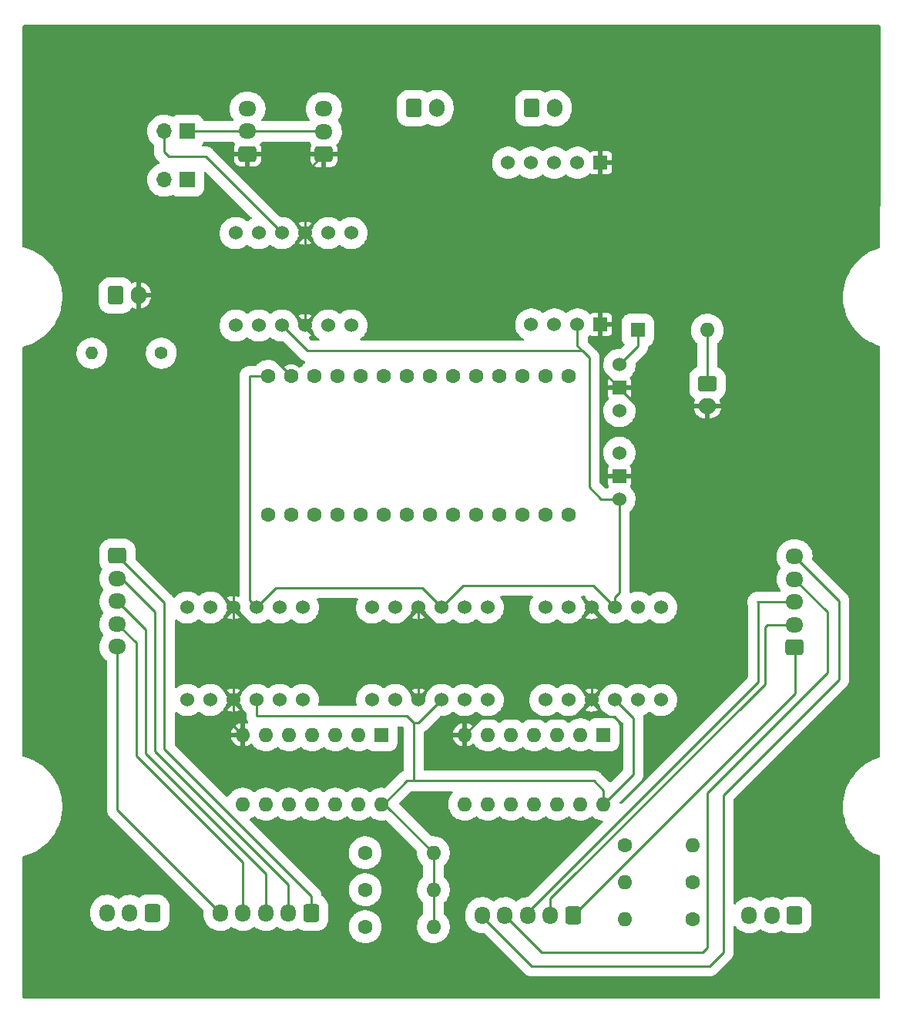
<source format=gbl>
%TF.GenerationSoftware,KiCad,Pcbnew,6.0.11-2627ca5db0~126~ubuntu20.04.1*%
%TF.CreationDate,2023-02-22T16:00:47-05:00*%
%TF.ProjectId,ScooterBLDCMotorController,53636f6f-7465-4724-924c-44434d6f746f,rev?*%
%TF.SameCoordinates,Original*%
%TF.FileFunction,Copper,L2,Bot*%
%TF.FilePolarity,Positive*%
%FSLAX46Y46*%
G04 Gerber Fmt 4.6, Leading zero omitted, Abs format (unit mm)*
G04 Created by KiCad (PCBNEW 6.0.11-2627ca5db0~126~ubuntu20.04.1) date 2023-02-22 16:00:47*
%MOMM*%
%LPD*%
G01*
G04 APERTURE LIST*
G04 Aperture macros list*
%AMRoundRect*
0 Rectangle with rounded corners*
0 $1 Rounding radius*
0 $2 $3 $4 $5 $6 $7 $8 $9 X,Y pos of 4 corners*
0 Add a 4 corners polygon primitive as box body*
4,1,4,$2,$3,$4,$5,$6,$7,$8,$9,$2,$3,0*
0 Add four circle primitives for the rounded corners*
1,1,$1+$1,$2,$3*
1,1,$1+$1,$4,$5*
1,1,$1+$1,$6,$7*
1,1,$1+$1,$8,$9*
0 Add four rect primitives between the rounded corners*
20,1,$1+$1,$2,$3,$4,$5,0*
20,1,$1+$1,$4,$5,$6,$7,0*
20,1,$1+$1,$6,$7,$8,$9,0*
20,1,$1+$1,$8,$9,$2,$3,0*%
G04 Aperture macros list end*
%TA.AperFunction,ComponentPad*%
%ADD10RoundRect,0.250000X0.600000X0.725000X-0.600000X0.725000X-0.600000X-0.725000X0.600000X-0.725000X0*%
%TD*%
%TA.AperFunction,ComponentPad*%
%ADD11O,1.700000X1.950000*%
%TD*%
%TA.AperFunction,ComponentPad*%
%ADD12C,1.600000*%
%TD*%
%TA.AperFunction,ComponentPad*%
%ADD13O,1.600000X1.600000*%
%TD*%
%TA.AperFunction,ComponentPad*%
%ADD14C,1.524000*%
%TD*%
%TA.AperFunction,ComponentPad*%
%ADD15R,1.524000X1.524000*%
%TD*%
%TA.AperFunction,ComponentPad*%
%ADD16RoundRect,0.250000X0.725000X-0.600000X0.725000X0.600000X-0.725000X0.600000X-0.725000X-0.600000X0*%
%TD*%
%TA.AperFunction,ComponentPad*%
%ADD17O,1.950000X1.700000*%
%TD*%
%TA.AperFunction,ComponentPad*%
%ADD18RoundRect,0.250000X-0.750000X0.600000X-0.750000X-0.600000X0.750000X-0.600000X0.750000X0.600000X0*%
%TD*%
%TA.AperFunction,ComponentPad*%
%ADD19O,2.000000X1.700000*%
%TD*%
%TA.AperFunction,ComponentPad*%
%ADD20RoundRect,0.250000X-0.600000X-0.750000X0.600000X-0.750000X0.600000X0.750000X-0.600000X0.750000X0*%
%TD*%
%TA.AperFunction,ComponentPad*%
%ADD21O,1.700000X2.000000*%
%TD*%
%TA.AperFunction,ComponentPad*%
%ADD22C,1.400000*%
%TD*%
%TA.AperFunction,ComponentPad*%
%ADD23O,1.400000X1.400000*%
%TD*%
%TA.AperFunction,ComponentPad*%
%ADD24R,1.600000X1.600000*%
%TD*%
%TA.AperFunction,ComponentPad*%
%ADD25R,1.700000X1.700000*%
%TD*%
%TA.AperFunction,ComponentPad*%
%ADD26O,1.700000X1.700000*%
%TD*%
%TA.AperFunction,ComponentPad*%
%ADD27RoundRect,0.250000X-0.725000X0.600000X-0.725000X-0.600000X0.725000X-0.600000X0.725000X0.600000X0*%
%TD*%
%TA.AperFunction,Conductor*%
%ADD28C,0.250000*%
%TD*%
G04 APERTURE END LIST*
D10*
X133310000Y-136288000D03*
D11*
X130810000Y-136288000D03*
X128310000Y-136288000D03*
X125810000Y-136288000D03*
X123310000Y-136288000D03*
D12*
X175240000Y-137016000D03*
D13*
X167740000Y-137016000D03*
D14*
X137708000Y-61578000D03*
X135168000Y-61578000D03*
X132628000Y-61578000D03*
X130088000Y-61578000D03*
X127548000Y-61578000D03*
X125008000Y-61578000D03*
X125008000Y-71738000D03*
X127548000Y-71738000D03*
X130088000Y-71738000D03*
X132628000Y-71738000D03*
X135168000Y-71738000D03*
X137708000Y-71738000D03*
D12*
X128564000Y-92566000D03*
X131104000Y-92566000D03*
X133644000Y-92566000D03*
X136184000Y-92566000D03*
X138724000Y-92566000D03*
X141264000Y-92566000D03*
X143804000Y-92566000D03*
X146344000Y-92566000D03*
X148884000Y-92566000D03*
X151424000Y-92566000D03*
X153964000Y-92566000D03*
X156504000Y-92566000D03*
X159044000Y-92566000D03*
X161584000Y-92566000D03*
X161584000Y-77326000D03*
X159044000Y-77326000D03*
X156504000Y-77326000D03*
X153964000Y-77326000D03*
X151424000Y-77326000D03*
X148884000Y-77326000D03*
X146344000Y-77326000D03*
X143804000Y-77326000D03*
X141264000Y-77326000D03*
X138724000Y-77326000D03*
X136184000Y-77326000D03*
X133644000Y-77326000D03*
X131104000Y-77326000D03*
X128564000Y-77326000D03*
D14*
X157480000Y-71628000D03*
X160020000Y-71628000D03*
X162560000Y-71628000D03*
D15*
X165100000Y-71628000D03*
X165100000Y-53848000D03*
D14*
X162560000Y-53848000D03*
X160020000Y-53848000D03*
X157480000Y-53848000D03*
X154940000Y-53848000D03*
D16*
X134700000Y-52942000D03*
D17*
X134700000Y-50442000D03*
X134700000Y-47942000D03*
D18*
X176841000Y-78108000D03*
D19*
X176841000Y-80608000D03*
D20*
X111820000Y-68419000D03*
D21*
X114320000Y-68419000D03*
D14*
X139994000Y-112886000D03*
X142534000Y-112886000D03*
X145074000Y-112886000D03*
X147614000Y-112886000D03*
X150154000Y-112886000D03*
X152694000Y-112886000D03*
X152694000Y-102726000D03*
X150154000Y-102726000D03*
X147614000Y-102726000D03*
X145074000Y-102726000D03*
X142534000Y-102726000D03*
X139994000Y-102726000D03*
D10*
X162092000Y-136525000D03*
D11*
X159592000Y-136525000D03*
X157092000Y-136525000D03*
X154592000Y-136525000D03*
X152092000Y-136525000D03*
D14*
X167172000Y-85725000D03*
D15*
X167172000Y-88265000D03*
D14*
X167172000Y-90805000D03*
D12*
X175240000Y-132952000D03*
D13*
X167740000Y-132952000D03*
D20*
X157560000Y-47845000D03*
D21*
X160060000Y-47845000D03*
D22*
X116830000Y-74786000D03*
D23*
X109210000Y-74786000D03*
D10*
X115864000Y-136271000D03*
D11*
X113364000Y-136271000D03*
X110864000Y-136271000D03*
D16*
X186419000Y-107108000D03*
D17*
X186419000Y-104608000D03*
X186419000Y-102108000D03*
X186419000Y-99608000D03*
X186419000Y-97108000D03*
D24*
X165399000Y-116706000D03*
D13*
X162859000Y-116706000D03*
X160319000Y-116706000D03*
X157779000Y-116706000D03*
X155239000Y-116706000D03*
X152699000Y-116706000D03*
X150159000Y-116706000D03*
X150159000Y-124326000D03*
X152699000Y-124326000D03*
X155239000Y-124326000D03*
X157779000Y-124326000D03*
X160319000Y-124326000D03*
X162859000Y-124326000D03*
X165399000Y-124326000D03*
D25*
X119674000Y-55736000D03*
D26*
X117134000Y-55736000D03*
D25*
X119674000Y-50402000D03*
D26*
X117134000Y-50402000D03*
D14*
X159044000Y-112886000D03*
X161584000Y-112886000D03*
X164124000Y-112886000D03*
X166664000Y-112886000D03*
X169204000Y-112886000D03*
X171744000Y-112886000D03*
X171744000Y-102726000D03*
X169204000Y-102726000D03*
X166664000Y-102726000D03*
X164124000Y-102726000D03*
X161584000Y-102726000D03*
X159044000Y-102726000D03*
X167172000Y-76056000D03*
D15*
X167172000Y-78596000D03*
D14*
X167172000Y-81136000D03*
D20*
X144586000Y-47845000D03*
D21*
X147086000Y-47845000D03*
D14*
X119674000Y-112886000D03*
X122214000Y-112886000D03*
X124754000Y-112886000D03*
X127294000Y-112886000D03*
X129834000Y-112886000D03*
X132374000Y-112886000D03*
X132374000Y-102726000D03*
X129834000Y-102726000D03*
X127294000Y-102726000D03*
X124754000Y-102726000D03*
X122214000Y-102726000D03*
X119674000Y-102726000D03*
D12*
X139232000Y-129667000D03*
D13*
X146732000Y-129667000D03*
D24*
X169204000Y-72246000D03*
D13*
X176824000Y-72246000D03*
D12*
X139232000Y-133731000D03*
D13*
X146732000Y-133731000D03*
D24*
X141015000Y-116706000D03*
D13*
X138475000Y-116706000D03*
X135935000Y-116706000D03*
X133395000Y-116706000D03*
X130855000Y-116706000D03*
X128315000Y-116706000D03*
X125775000Y-116706000D03*
X125775000Y-124326000D03*
X128315000Y-124326000D03*
X130855000Y-124326000D03*
X133395000Y-124326000D03*
X135935000Y-124326000D03*
X138475000Y-124326000D03*
X141015000Y-124326000D03*
D12*
X139232000Y-137795000D03*
D13*
X146732000Y-137795000D03*
D12*
X167740000Y-128888000D03*
D13*
X175240000Y-128888000D03*
D16*
X126301000Y-52902000D03*
D17*
X126301000Y-50402000D03*
X126301000Y-47902000D03*
D10*
X186436000Y-136525000D03*
D11*
X183936000Y-136525000D03*
X181436000Y-136525000D03*
D27*
X112014000Y-97028000D03*
D17*
X112014000Y-99528000D03*
X112014000Y-102028000D03*
X112014000Y-104528000D03*
X112014000Y-107028000D03*
D28*
X170220000Y-88265000D02*
X170220000Y-80645000D01*
X123484000Y-76564000D02*
X125008000Y-75040000D01*
X167172000Y-78596000D02*
X165100000Y-76524000D01*
X170220000Y-80645000D02*
X170183000Y-80608000D01*
X164124000Y-112886000D02*
X162092000Y-114918000D01*
X164990000Y-67420000D02*
X132732000Y-67420000D01*
X165100000Y-67310000D02*
X165100000Y-53848000D01*
X132628000Y-55014000D02*
X134700000Y-52942000D01*
X148012000Y-105664000D02*
X145074000Y-102726000D01*
X142390000Y-105410000D02*
X127438000Y-105410000D01*
X127438000Y-105410000D02*
X124754000Y-102726000D01*
X132732000Y-67420000D02*
X132628000Y-67524000D01*
X169204000Y-80645000D02*
X169241000Y-80608000D01*
X164124000Y-105704000D02*
X164124000Y-112886000D01*
X170220000Y-94020000D02*
X170220000Y-88265000D01*
X165100000Y-71628000D02*
X165100000Y-67310000D01*
X165100000Y-76524000D02*
X165100000Y-71628000D01*
X132628000Y-61578000D02*
X132628000Y-55014000D01*
X174498000Y-103378000D02*
X174498000Y-98298000D01*
X166970000Y-105572000D02*
X164124000Y-102726000D01*
X157774000Y-114918000D02*
X151947000Y-114918000D01*
X145074000Y-102726000D02*
X142390000Y-105410000D01*
X167172000Y-78613000D02*
X169204000Y-80645000D01*
X125008000Y-75040000D02*
X118387000Y-68419000D01*
X134700000Y-52942000D02*
X126341000Y-52942000D01*
X124754000Y-102726000D02*
X124754000Y-112886000D01*
X167172000Y-88265000D02*
X170220000Y-88265000D01*
X132628000Y-67524000D02*
X132628000Y-71738000D01*
X128818000Y-75040000D02*
X131104000Y-77326000D01*
X118387000Y-68419000D02*
X114320000Y-68419000D01*
X124754000Y-115685000D02*
X125775000Y-116706000D01*
X164084000Y-105664000D02*
X148012000Y-105664000D01*
X151947000Y-114918000D02*
X150159000Y-116706000D01*
X165100000Y-67310000D02*
X164990000Y-67420000D01*
X174498000Y-98298000D02*
X170220000Y-94020000D01*
X123484000Y-76564000D02*
X123484000Y-97242000D01*
X169241000Y-80608000D02*
X170183000Y-80608000D01*
X167062000Y-105664000D02*
X164084000Y-105664000D01*
X124754000Y-98512000D02*
X124754000Y-102726000D01*
X132628000Y-61578000D02*
X132628000Y-67524000D01*
X167062000Y-105664000D02*
X166970000Y-105572000D01*
X172212000Y-105664000D02*
X174498000Y-103378000D01*
X164084000Y-105664000D02*
X164124000Y-105704000D01*
X170183000Y-80608000D02*
X176841000Y-80608000D01*
X167062000Y-105664000D02*
X172212000Y-105664000D01*
X124754000Y-112886000D02*
X124754000Y-115685000D01*
X162092000Y-114918000D02*
X157774000Y-114918000D01*
X145074000Y-102726000D02*
X145074000Y-112886000D01*
X125008000Y-75040000D02*
X128818000Y-75040000D01*
X123484000Y-97242000D02*
X124754000Y-98512000D01*
X116118000Y-118491000D02*
X116118000Y-103164000D01*
X116118000Y-103164000D02*
X112482000Y-99528000D01*
X130810000Y-136288000D02*
X130810000Y-133183000D01*
X130810000Y-133183000D02*
X116118000Y-118491000D01*
X164378000Y-121776000D02*
X144566000Y-121776000D01*
X165399000Y-124326000D02*
X165399000Y-122797000D01*
X127294000Y-114664000D02*
X127294000Y-112886000D01*
X143804000Y-114664000D02*
X127294000Y-114664000D01*
X168696000Y-114918000D02*
X166664000Y-112886000D01*
X146732000Y-137795000D02*
X146732000Y-133731000D01*
X130088000Y-61578000D02*
X121706000Y-53196000D01*
X165399000Y-122797000D02*
X164378000Y-121776000D01*
X143804000Y-121776000D02*
X141254000Y-124326000D01*
X144566000Y-121776000D02*
X143804000Y-121776000D01*
X144566000Y-115426000D02*
X143804000Y-114664000D01*
X145074000Y-115426000D02*
X147614000Y-112886000D01*
X117642000Y-53196000D02*
X117134000Y-52688000D01*
X168696000Y-121029000D02*
X168696000Y-114918000D01*
X165399000Y-124326000D02*
X168696000Y-121029000D01*
X144566000Y-115426000D02*
X145074000Y-115426000D01*
X117134000Y-52688000D02*
X117134000Y-50402000D01*
X146732000Y-129667000D02*
X141391000Y-124326000D01*
X146732000Y-133731000D02*
X146732000Y-129667000D01*
X121706000Y-53196000D02*
X117642000Y-53196000D01*
X144566000Y-121776000D02*
X144566000Y-115426000D01*
X128310000Y-136288000D02*
X128310000Y-131953000D01*
X115102000Y-118745000D02*
X115102000Y-105116000D01*
X128310000Y-131953000D02*
X115102000Y-118745000D01*
X115102000Y-105116000D02*
X112014000Y-102028000D01*
X114086000Y-118999000D02*
X114086000Y-106600000D01*
X114086000Y-118999000D02*
X125810000Y-130723000D01*
X125810000Y-130723000D02*
X125810000Y-136288000D01*
X114086000Y-106600000D02*
X112014000Y-104528000D01*
X159592000Y-136525000D02*
X159592000Y-134707000D01*
X183174000Y-104862000D02*
X183428000Y-104608000D01*
X159592000Y-134707000D02*
X183174000Y-111125000D01*
X183174000Y-111125000D02*
X183174000Y-104862000D01*
X183428000Y-104608000D02*
X186419000Y-104608000D01*
X157092000Y-136191000D02*
X182412000Y-110871000D01*
X182372000Y-102108000D02*
X186419000Y-102108000D01*
X182412000Y-110871000D02*
X182412000Y-102148000D01*
X182412000Y-102148000D02*
X182372000Y-102108000D01*
X176824000Y-140081000D02*
X176824000Y-123063000D01*
X154592000Y-136525000D02*
X158656000Y-140589000D01*
X176316000Y-140589000D02*
X176824000Y-140081000D01*
X158656000Y-140589000D02*
X176316000Y-140589000D01*
X190032000Y-109855000D02*
X190032000Y-103221000D01*
X190032000Y-103221000D02*
X186419000Y-99608000D01*
X176824000Y-123063000D02*
X190032000Y-109855000D01*
X169204000Y-74024000D02*
X167172000Y-76056000D01*
X169204000Y-72246000D02*
X169204000Y-74024000D01*
X147614000Y-102726000D02*
X145472000Y-100584000D01*
X165157000Y-90805000D02*
X167172000Y-90805000D01*
X150010000Y-100330000D02*
X147614000Y-102726000D01*
X126532000Y-77326000D02*
X126532001Y-101964001D01*
X163870000Y-89518000D02*
X165157000Y-90805000D01*
X163108000Y-74532000D02*
X132882000Y-74532000D01*
X164268000Y-100330000D02*
X150010000Y-100330000D01*
X132882000Y-74532000D02*
X130088000Y-71738000D01*
X167172000Y-101052000D02*
X166664000Y-101560000D01*
X126532001Y-101964001D02*
X127294000Y-102726000D01*
X167172000Y-90805000D02*
X167172000Y-101052000D01*
X145472000Y-100584000D02*
X129436000Y-100584000D01*
X166664000Y-102726000D02*
X164268000Y-100330000D01*
X163108000Y-74532000D02*
X163870000Y-75294000D01*
X129436000Y-100584000D02*
X127294000Y-102726000D01*
X163108000Y-74532000D02*
X162560000Y-73984000D01*
X128564000Y-77326000D02*
X126532000Y-77326000D01*
X163870000Y-75294000D02*
X163870000Y-89518000D01*
X162560000Y-73984000D02*
X162560000Y-71628000D01*
X166664000Y-101560000D02*
X166664000Y-102726000D01*
X119674000Y-50402000D02*
X126301000Y-50402000D01*
X126301000Y-50402000D02*
X134660000Y-50402000D01*
X176824000Y-78091000D02*
X176824000Y-72246000D01*
X117177500Y-118280500D02*
X117177500Y-102191500D01*
X133310000Y-136288000D02*
X133310000Y-134413000D01*
X117177500Y-118280500D02*
X133310000Y-134413000D01*
X117177500Y-102191500D02*
X112014000Y-97028000D01*
X123310000Y-136288000D02*
X112014000Y-124992000D01*
X112014000Y-124992000D02*
X112014000Y-107028000D01*
X186459000Y-112158000D02*
X186459000Y-107148000D01*
X162092000Y-136525000D02*
X186459000Y-112158000D01*
X178602000Y-123317000D02*
X191302000Y-110617000D01*
X177078000Y-142113000D02*
X178602000Y-140589000D01*
X152092000Y-136685000D02*
X157520000Y-142113000D01*
X178602000Y-140589000D02*
X178602000Y-123317000D01*
X191302000Y-101991000D02*
X186419000Y-97108000D01*
X157520000Y-142113000D02*
X177078000Y-142113000D01*
X191302000Y-110617000D02*
X191302000Y-101991000D01*
%TA.AperFunction,Conductor*%
G36*
X195780896Y-38739502D02*
G01*
X195827389Y-38793158D01*
X195838775Y-38845507D01*
X195837950Y-54246851D01*
X195837478Y-63079050D01*
X195837477Y-63090949D01*
X195817471Y-63159068D01*
X195763813Y-63205558D01*
X195747900Y-63211562D01*
X195500521Y-63286250D01*
X195064017Y-63459074D01*
X194643505Y-63667818D01*
X194241935Y-63911018D01*
X194239803Y-63912567D01*
X194239800Y-63912569D01*
X193864269Y-64185407D01*
X193864260Y-64185414D01*
X193862124Y-64186966D01*
X193686639Y-64338441D01*
X193508728Y-64492009D01*
X193508721Y-64492016D01*
X193506736Y-64493729D01*
X193178264Y-64829154D01*
X192879011Y-65190889D01*
X192611077Y-65576396D01*
X192376341Y-65982970D01*
X192176449Y-66407762D01*
X192175527Y-66410242D01*
X192175525Y-66410246D01*
X192168359Y-66429514D01*
X192012804Y-66847789D01*
X191969010Y-67004643D01*
X191899018Y-67255328D01*
X191886554Y-67299968D01*
X191798583Y-67761124D01*
X191798309Y-67763733D01*
X191756310Y-68163329D01*
X191749510Y-68228025D01*
X191749455Y-68230672D01*
X191739768Y-68693116D01*
X191739678Y-68697394D01*
X191739844Y-68700028D01*
X191767860Y-69145318D01*
X191769157Y-69165940D01*
X191837739Y-69630376D01*
X191838340Y-69632937D01*
X191838341Y-69632944D01*
X191865284Y-69747815D01*
X191944943Y-70087444D01*
X191945759Y-70089955D01*
X191945760Y-70089959D01*
X192072462Y-70479907D01*
X192090018Y-70533938D01*
X192091039Y-70536366D01*
X192091039Y-70536367D01*
X192105388Y-70570501D01*
X192271946Y-70966728D01*
X192273166Y-70969061D01*
X192273168Y-70969066D01*
X192484863Y-71374000D01*
X192489450Y-71382775D01*
X192490864Y-71385003D01*
X192739582Y-71776921D01*
X192739588Y-71776930D01*
X192741006Y-71779164D01*
X192742605Y-71781271D01*
X192742606Y-71781272D01*
X192988127Y-72104733D01*
X193024849Y-72153113D01*
X193338987Y-72501999D01*
X193340908Y-72503803D01*
X193340912Y-72503807D01*
X193418950Y-72577089D01*
X193681217Y-72823374D01*
X194049140Y-73114986D01*
X194051329Y-73116440D01*
X194051334Y-73116444D01*
X194437981Y-73373332D01*
X194437987Y-73373336D01*
X194440173Y-73374788D01*
X194733322Y-73535948D01*
X194849098Y-73599596D01*
X194851575Y-73600958D01*
X194853985Y-73602031D01*
X195210383Y-73760710D01*
X195280459Y-73791910D01*
X195723818Y-73946303D01*
X195726360Y-73946956D01*
X195726361Y-73946956D01*
X195742225Y-73951029D01*
X195803231Y-73987344D01*
X195834919Y-74050876D01*
X195836888Y-74073069D01*
X195835283Y-104029610D01*
X195834476Y-119091855D01*
X195814470Y-119159974D01*
X195760812Y-119206464D01*
X195744898Y-119212468D01*
X195500521Y-119286250D01*
X195064017Y-119459074D01*
X194643505Y-119667818D01*
X194241935Y-119911018D01*
X194239803Y-119912567D01*
X194239800Y-119912569D01*
X193864269Y-120185407D01*
X193864260Y-120185414D01*
X193862124Y-120186966D01*
X193686639Y-120338441D01*
X193508728Y-120492009D01*
X193508721Y-120492016D01*
X193506736Y-120493729D01*
X193178264Y-120829154D01*
X193176591Y-120831177D01*
X193176585Y-120831183D01*
X193060002Y-120972108D01*
X192879011Y-121190889D01*
X192611077Y-121576396D01*
X192376341Y-121982970D01*
X192176449Y-122407762D01*
X192175527Y-122410242D01*
X192175525Y-122410246D01*
X192013724Y-122845315D01*
X192012804Y-122847789D01*
X191950048Y-123072556D01*
X191892824Y-123277512D01*
X191886554Y-123299968D01*
X191798583Y-123761124D01*
X191796263Y-123783198D01*
X191752299Y-124201494D01*
X191749510Y-124228025D01*
X191739678Y-124697394D01*
X191739844Y-124700028D01*
X191766513Y-125123910D01*
X191769157Y-125165940D01*
X191837739Y-125630376D01*
X191838340Y-125632937D01*
X191838341Y-125632944D01*
X191863490Y-125740167D01*
X191944943Y-126087444D01*
X191945759Y-126089955D01*
X191945760Y-126089959D01*
X192004777Y-126271594D01*
X192090018Y-126533938D01*
X192271946Y-126966728D01*
X192273166Y-126969061D01*
X192273168Y-126969066D01*
X192458130Y-127322865D01*
X192489450Y-127382775D01*
X192490864Y-127385003D01*
X192739582Y-127776921D01*
X192739588Y-127776930D01*
X192741006Y-127779164D01*
X192742605Y-127781271D01*
X192742606Y-127781272D01*
X192993101Y-128111286D01*
X193024849Y-128153113D01*
X193338987Y-128501999D01*
X193681217Y-128823374D01*
X194049140Y-129114986D01*
X194051329Y-129116440D01*
X194051334Y-129116444D01*
X194437981Y-129373332D01*
X194437987Y-129373336D01*
X194440173Y-129374788D01*
X194851575Y-129600958D01*
X194853985Y-129602031D01*
X195159414Y-129738017D01*
X195280459Y-129791910D01*
X195723818Y-129946303D01*
X195739222Y-129950258D01*
X195800227Y-129986570D01*
X195831917Y-130050102D01*
X195833888Y-130072306D01*
X195833058Y-145558509D01*
X195813053Y-145626626D01*
X195759395Y-145673116D01*
X195707059Y-145684500D01*
X101720108Y-145684500D01*
X101651987Y-145664498D01*
X101605494Y-145610842D01*
X101594108Y-145558493D01*
X101594596Y-136464223D01*
X109013500Y-136464223D01*
X109013665Y-136466491D01*
X109013665Y-136466503D01*
X109018827Y-136537643D01*
X109027984Y-136663846D01*
X109028968Y-136668301D01*
X109028968Y-136668304D01*
X109055706Y-136789408D01*
X109085880Y-136926080D01*
X109133452Y-137051645D01*
X109155749Y-137110495D01*
X109181025Y-137177211D01*
X109311426Y-137411976D01*
X109330690Y-137437218D01*
X109464823Y-137612974D01*
X109474350Y-137625458D01*
X109666386Y-137813185D01*
X109690538Y-137830765D01*
X109867012Y-137959217D01*
X109883509Y-137971225D01*
X109957914Y-138010371D01*
X110117132Y-138094140D01*
X110117138Y-138094143D01*
X110121172Y-138096265D01*
X110125477Y-138097785D01*
X110125481Y-138097787D01*
X110350361Y-138177200D01*
X110374397Y-138185688D01*
X110460648Y-138202688D01*
X110633406Y-138236739D01*
X110633412Y-138236740D01*
X110637878Y-138237620D01*
X110642431Y-138237847D01*
X110642434Y-138237847D01*
X110901526Y-138250745D01*
X110901532Y-138250745D01*
X110906095Y-138250972D01*
X111173431Y-138225466D01*
X111177865Y-138224381D01*
X111177871Y-138224380D01*
X111429851Y-138162721D01*
X111434285Y-138161636D01*
X111438511Y-138159924D01*
X111438515Y-138159923D01*
X111678963Y-138062531D01*
X111678964Y-138062531D01*
X111683192Y-138060818D01*
X111914938Y-137925125D01*
X112032930Y-137830765D01*
X112098622Y-137803841D01*
X112168443Y-137816707D01*
X112185772Y-137827296D01*
X112190538Y-137830765D01*
X112367012Y-137959217D01*
X112383509Y-137971225D01*
X112457914Y-138010371D01*
X112617132Y-138094140D01*
X112617138Y-138094143D01*
X112621172Y-138096265D01*
X112625477Y-138097785D01*
X112625481Y-138097787D01*
X112850361Y-138177200D01*
X112874397Y-138185688D01*
X112960648Y-138202688D01*
X113133406Y-138236739D01*
X113133412Y-138236740D01*
X113137878Y-138237620D01*
X113142431Y-138237847D01*
X113142434Y-138237847D01*
X113401526Y-138250745D01*
X113401532Y-138250745D01*
X113406095Y-138250972D01*
X113673431Y-138225466D01*
X113677865Y-138224381D01*
X113677871Y-138224380D01*
X113929851Y-138162721D01*
X113934285Y-138161636D01*
X113938511Y-138159924D01*
X113938515Y-138159923D01*
X114178963Y-138062531D01*
X114178964Y-138062531D01*
X114183192Y-138060818D01*
X114303544Y-137990349D01*
X114342556Y-137967507D01*
X114411448Y-137950347D01*
X114478131Y-137972774D01*
X114496496Y-137985538D01*
X114634275Y-138081297D01*
X114641925Y-138086614D01*
X114768085Y-138144374D01*
X114839782Y-138177200D01*
X114839784Y-138177201D01*
X114844887Y-138179537D01*
X115061098Y-138235051D01*
X115125232Y-138240267D01*
X115199311Y-138246293D01*
X115199323Y-138246293D01*
X115201862Y-138246500D01*
X116526138Y-138246500D01*
X116528677Y-138246293D01*
X116528689Y-138246293D01*
X116602768Y-138240267D01*
X116666902Y-138235051D01*
X116883113Y-138179537D01*
X116888216Y-138177201D01*
X116888218Y-138177200D01*
X116959915Y-138144374D01*
X117086075Y-138086614D01*
X117090681Y-138083413D01*
X117264767Y-137962420D01*
X117264769Y-137962418D01*
X117269375Y-137959217D01*
X117427217Y-137801375D01*
X117453089Y-137764151D01*
X117551413Y-137622681D01*
X117551414Y-137622679D01*
X117554614Y-137618075D01*
X117615024Y-137486127D01*
X117645200Y-137420218D01*
X117645201Y-137420216D01*
X117647537Y-137415113D01*
X117703051Y-137198902D01*
X117710242Y-137110495D01*
X117714293Y-137060689D01*
X117714293Y-137060677D01*
X117714500Y-137058138D01*
X117714500Y-135483862D01*
X117713853Y-135475898D01*
X117706428Y-135384617D01*
X117703051Y-135343098D01*
X117647537Y-135126887D01*
X117643553Y-135118184D01*
X117596448Y-135015298D01*
X117554614Y-134923925D01*
X117519726Y-134873728D01*
X117430420Y-134745233D01*
X117430418Y-134745231D01*
X117427217Y-134740625D01*
X117269375Y-134582783D01*
X117264769Y-134579582D01*
X117264767Y-134579580D01*
X117090681Y-134458587D01*
X117090679Y-134458586D01*
X117086075Y-134455386D01*
X116925954Y-134382077D01*
X116888218Y-134364800D01*
X116888216Y-134364799D01*
X116883113Y-134362463D01*
X116666902Y-134306949D01*
X116602768Y-134301733D01*
X116528689Y-134295707D01*
X116528677Y-134295707D01*
X116526138Y-134295500D01*
X115201862Y-134295500D01*
X115199323Y-134295707D01*
X115199311Y-134295707D01*
X115125232Y-134301733D01*
X115061098Y-134306949D01*
X114844887Y-134362463D01*
X114839784Y-134364799D01*
X114839782Y-134364800D01*
X114802046Y-134382077D01*
X114641925Y-134455386D01*
X114637321Y-134458586D01*
X114637319Y-134458587D01*
X114612493Y-134475842D01*
X114481612Y-134566807D01*
X114414262Y-134589259D01*
X114344537Y-134570687D01*
X114344491Y-134570775D01*
X114344104Y-134570571D01*
X114344102Y-134570571D01*
X114178587Y-134483489D01*
X114110868Y-134447860D01*
X114110862Y-134447857D01*
X114106828Y-134445735D01*
X114102523Y-134444215D01*
X114102519Y-134444213D01*
X113857916Y-134357835D01*
X113857915Y-134357835D01*
X113853603Y-134356312D01*
X113708504Y-134327713D01*
X113594594Y-134305261D01*
X113594588Y-134305260D01*
X113590122Y-134304380D01*
X113585569Y-134304153D01*
X113585566Y-134304153D01*
X113326474Y-134291255D01*
X113326468Y-134291255D01*
X113321905Y-134291028D01*
X113054569Y-134316534D01*
X113050135Y-134317619D01*
X113050129Y-134317620D01*
X112857320Y-134364800D01*
X112793715Y-134380364D01*
X112789489Y-134382076D01*
X112789485Y-134382077D01*
X112566524Y-134472386D01*
X112544808Y-134481182D01*
X112313062Y-134616875D01*
X112200303Y-134707051D01*
X112195071Y-134711235D01*
X112129378Y-134738159D01*
X112059557Y-134725293D01*
X112042226Y-134714703D01*
X112031714Y-134707051D01*
X111910470Y-134618800D01*
X111848183Y-134573462D01*
X111848180Y-134573460D01*
X111844491Y-134570775D01*
X111678587Y-134483489D01*
X111610868Y-134447860D01*
X111610862Y-134447857D01*
X111606828Y-134445735D01*
X111602523Y-134444215D01*
X111602519Y-134444213D01*
X111357916Y-134357835D01*
X111357915Y-134357835D01*
X111353603Y-134356312D01*
X111208504Y-134327713D01*
X111094594Y-134305261D01*
X111094588Y-134305260D01*
X111090122Y-134304380D01*
X111085569Y-134304153D01*
X111085566Y-134304153D01*
X110826474Y-134291255D01*
X110826468Y-134291255D01*
X110821905Y-134291028D01*
X110554569Y-134316534D01*
X110550135Y-134317619D01*
X110550129Y-134317620D01*
X110357320Y-134364800D01*
X110293715Y-134380364D01*
X110289489Y-134382076D01*
X110289485Y-134382077D01*
X110066524Y-134472386D01*
X110044808Y-134481182D01*
X109813062Y-134616875D01*
X109697383Y-134709386D01*
X109652760Y-134745072D01*
X109603331Y-134784601D01*
X109420009Y-134980846D01*
X109396109Y-135015298D01*
X109269539Y-135197746D01*
X109269536Y-135197751D01*
X109266936Y-135201499D01*
X109264904Y-135205584D01*
X109264902Y-135205587D01*
X109242203Y-135251215D01*
X109147320Y-135441938D01*
X109145899Y-135446272D01*
X109145898Y-135446275D01*
X109065395Y-135691850D01*
X109063665Y-135697126D01*
X109062885Y-135701617D01*
X109062885Y-135701618D01*
X109018783Y-135955618D01*
X109017724Y-135961717D01*
X109017533Y-135965554D01*
X109014284Y-136030828D01*
X109013500Y-136046567D01*
X109013500Y-136464223D01*
X101594596Y-136464223D01*
X101594936Y-130141887D01*
X101614942Y-130073768D01*
X101668600Y-130027278D01*
X101694738Y-130018648D01*
X101735459Y-130009992D01*
X101735471Y-130009989D01*
X101738044Y-130009442D01*
X102187479Y-129873750D01*
X102623983Y-129700926D01*
X103044495Y-129492182D01*
X103446065Y-129248982D01*
X103448200Y-129247431D01*
X103823731Y-128974593D01*
X103823740Y-128974586D01*
X103825876Y-128973034D01*
X104043742Y-128784977D01*
X104179272Y-128667991D01*
X104179279Y-128667984D01*
X104181264Y-128666271D01*
X104509736Y-128330846D01*
X104526340Y-128310776D01*
X104790466Y-127991501D01*
X104808989Y-127969111D01*
X105076923Y-127583604D01*
X105311659Y-127177030D01*
X105511551Y-126752238D01*
X105675196Y-126312211D01*
X105752770Y-126034370D01*
X105800738Y-125862569D01*
X105800740Y-125862561D01*
X105801446Y-125860032D01*
X105889417Y-125398876D01*
X105938490Y-124931975D01*
X105947325Y-124510197D01*
X105948267Y-124465245D01*
X105948267Y-124465238D01*
X105948322Y-124462606D01*
X105924634Y-124086102D01*
X105919010Y-123996709D01*
X105919009Y-123996701D01*
X105918843Y-123994060D01*
X105850261Y-123529624D01*
X105837595Y-123475619D01*
X105743660Y-123075129D01*
X105743057Y-123072556D01*
X105716815Y-122991790D01*
X105598798Y-122628573D01*
X105598797Y-122628570D01*
X105597982Y-122626062D01*
X105416054Y-122193272D01*
X105299227Y-121969802D01*
X105199770Y-121779558D01*
X105199766Y-121779552D01*
X105198550Y-121777225D01*
X105125978Y-121662870D01*
X104948418Y-121383079D01*
X104948412Y-121383070D01*
X104946994Y-121380836D01*
X104699588Y-121054891D01*
X104664737Y-121008976D01*
X104664733Y-121008971D01*
X104663151Y-121006887D01*
X104349013Y-120658001D01*
X104341026Y-120650500D01*
X104172249Y-120492009D01*
X104006783Y-120336626D01*
X103638860Y-120045014D01*
X103636666Y-120043556D01*
X103250019Y-119786668D01*
X103250013Y-119786664D01*
X103247827Y-119785212D01*
X102836425Y-119559042D01*
X102407541Y-119368090D01*
X101964182Y-119213697D01*
X101875705Y-119190980D01*
X101690197Y-119143349D01*
X101629191Y-119107035D01*
X101597502Y-119043502D01*
X101595532Y-119021301D01*
X101595560Y-118510266D01*
X101596174Y-107070095D01*
X110034028Y-107070095D01*
X110059534Y-107337431D01*
X110123364Y-107598285D01*
X110224182Y-107847192D01*
X110359875Y-108078938D01*
X110527601Y-108288669D01*
X110723846Y-108471991D01*
X110776858Y-108508767D01*
X110834320Y-108548630D01*
X110878890Y-108603893D01*
X110888500Y-108652157D01*
X110888500Y-124886303D01*
X110887573Y-124897280D01*
X110887861Y-124897301D01*
X110887422Y-124903278D01*
X110886416Y-124909195D01*
X110886547Y-124915195D01*
X110888470Y-125003330D01*
X110888500Y-125006079D01*
X110888500Y-125045664D01*
X110889220Y-125053203D01*
X110889760Y-125062424D01*
X110891101Y-125123910D01*
X110892363Y-125129771D01*
X110892363Y-125129772D01*
X110898283Y-125157267D01*
X110900537Y-125171821D01*
X110903778Y-125205795D01*
X110905464Y-125211543D01*
X110905466Y-125211552D01*
X110921091Y-125264813D01*
X110923363Y-125273760D01*
X110936304Y-125333866D01*
X110938655Y-125339391D01*
X110949664Y-125365264D01*
X110954622Y-125379111D01*
X110964235Y-125411876D01*
X110966985Y-125417215D01*
X110992390Y-125466542D01*
X110996315Y-125474901D01*
X111012880Y-125513831D01*
X111020392Y-125531486D01*
X111023740Y-125536458D01*
X111023741Y-125536461D01*
X111039451Y-125559797D01*
X111046946Y-125572470D01*
X111062571Y-125602807D01*
X111066278Y-125607526D01*
X111100561Y-125651171D01*
X111105993Y-125658635D01*
X111137796Y-125705873D01*
X111137800Y-125705878D01*
X111140332Y-125709639D01*
X111144127Y-125713825D01*
X111165133Y-125734831D01*
X111175124Y-125746092D01*
X111195237Y-125771698D01*
X111199767Y-125775629D01*
X111199768Y-125775630D01*
X111243018Y-125813160D01*
X111249533Y-125819231D01*
X121422595Y-135992293D01*
X121456621Y-136054605D01*
X121459500Y-136081388D01*
X121459500Y-136481223D01*
X121459665Y-136483491D01*
X121459665Y-136483503D01*
X121463820Y-136540760D01*
X121473984Y-136680846D01*
X121474968Y-136685301D01*
X121474968Y-136685304D01*
X121528127Y-136926080D01*
X121531880Y-136943080D01*
X121558611Y-137013635D01*
X121619982Y-137175620D01*
X121627025Y-137194211D01*
X121670048Y-137271666D01*
X121746704Y-137409672D01*
X121757426Y-137428976D01*
X121775686Y-137452902D01*
X121916794Y-137637798D01*
X121920350Y-137642458D01*
X122112386Y-137830185D01*
X122116075Y-137832870D01*
X122313012Y-137976217D01*
X122329509Y-137988225D01*
X122389193Y-138019626D01*
X122563132Y-138111140D01*
X122563138Y-138111143D01*
X122567172Y-138113265D01*
X122571477Y-138114785D01*
X122571481Y-138114787D01*
X122760205Y-138181432D01*
X122820397Y-138202688D01*
X122947694Y-138227778D01*
X123079406Y-138253739D01*
X123079412Y-138253740D01*
X123083878Y-138254620D01*
X123088431Y-138254847D01*
X123088434Y-138254847D01*
X123347526Y-138267745D01*
X123347532Y-138267745D01*
X123352095Y-138267972D01*
X123619431Y-138242466D01*
X123623865Y-138241381D01*
X123623871Y-138241380D01*
X123875851Y-138179721D01*
X123880285Y-138178636D01*
X123884511Y-138176924D01*
X123884515Y-138176923D01*
X124124963Y-138079531D01*
X124124964Y-138079531D01*
X124129192Y-138077818D01*
X124360938Y-137942125D01*
X124478930Y-137847765D01*
X124544622Y-137820841D01*
X124614443Y-137833707D01*
X124631772Y-137844296D01*
X124677436Y-137877534D01*
X124813012Y-137976217D01*
X124829509Y-137988225D01*
X124889193Y-138019626D01*
X125063132Y-138111140D01*
X125063138Y-138111143D01*
X125067172Y-138113265D01*
X125071477Y-138114785D01*
X125071481Y-138114787D01*
X125260205Y-138181432D01*
X125320397Y-138202688D01*
X125447694Y-138227778D01*
X125579406Y-138253739D01*
X125579412Y-138253740D01*
X125583878Y-138254620D01*
X125588431Y-138254847D01*
X125588434Y-138254847D01*
X125847526Y-138267745D01*
X125847532Y-138267745D01*
X125852095Y-138267972D01*
X126119431Y-138242466D01*
X126123865Y-138241381D01*
X126123871Y-138241380D01*
X126375851Y-138179721D01*
X126380285Y-138178636D01*
X126384511Y-138176924D01*
X126384515Y-138176923D01*
X126624963Y-138079531D01*
X126624964Y-138079531D01*
X126629192Y-138077818D01*
X126860938Y-137942125D01*
X126978930Y-137847765D01*
X127044622Y-137820841D01*
X127114443Y-137833707D01*
X127131772Y-137844296D01*
X127177436Y-137877534D01*
X127313012Y-137976217D01*
X127329509Y-137988225D01*
X127389193Y-138019626D01*
X127563132Y-138111140D01*
X127563138Y-138111143D01*
X127567172Y-138113265D01*
X127571477Y-138114785D01*
X127571481Y-138114787D01*
X127760205Y-138181432D01*
X127820397Y-138202688D01*
X127947694Y-138227778D01*
X128079406Y-138253739D01*
X128079412Y-138253740D01*
X128083878Y-138254620D01*
X128088431Y-138254847D01*
X128088434Y-138254847D01*
X128347526Y-138267745D01*
X128347532Y-138267745D01*
X128352095Y-138267972D01*
X128619431Y-138242466D01*
X128623865Y-138241381D01*
X128623871Y-138241380D01*
X128875851Y-138179721D01*
X128880285Y-138178636D01*
X128884511Y-138176924D01*
X128884515Y-138176923D01*
X129124963Y-138079531D01*
X129124964Y-138079531D01*
X129129192Y-138077818D01*
X129360938Y-137942125D01*
X129478930Y-137847765D01*
X129544622Y-137820841D01*
X129614443Y-137833707D01*
X129631772Y-137844296D01*
X129677436Y-137877534D01*
X129813012Y-137976217D01*
X129829509Y-137988225D01*
X129889193Y-138019626D01*
X130063132Y-138111140D01*
X130063138Y-138111143D01*
X130067172Y-138113265D01*
X130071477Y-138114785D01*
X130071481Y-138114787D01*
X130260205Y-138181432D01*
X130320397Y-138202688D01*
X130447694Y-138227778D01*
X130579406Y-138253739D01*
X130579412Y-138253740D01*
X130583878Y-138254620D01*
X130588431Y-138254847D01*
X130588434Y-138254847D01*
X130847526Y-138267745D01*
X130847532Y-138267745D01*
X130852095Y-138267972D01*
X131119431Y-138242466D01*
X131123865Y-138241381D01*
X131123871Y-138241380D01*
X131375851Y-138179721D01*
X131380285Y-138178636D01*
X131384511Y-138176924D01*
X131384515Y-138176923D01*
X131624963Y-138079531D01*
X131624964Y-138079531D01*
X131629192Y-138077818D01*
X131715150Y-138027487D01*
X131788556Y-137984507D01*
X131857448Y-137967347D01*
X131924131Y-137989774D01*
X132074294Y-138094140D01*
X132087925Y-138103614D01*
X132189964Y-138150331D01*
X132285782Y-138194200D01*
X132285784Y-138194201D01*
X132290887Y-138196537D01*
X132507098Y-138252051D01*
X132571232Y-138257267D01*
X132645311Y-138263293D01*
X132645323Y-138263293D01*
X132647862Y-138263500D01*
X133972138Y-138263500D01*
X133974677Y-138263293D01*
X133974689Y-138263293D01*
X134048768Y-138257267D01*
X134112902Y-138252051D01*
X134329113Y-138196537D01*
X134334216Y-138194201D01*
X134334218Y-138194200D01*
X134430036Y-138150331D01*
X134532075Y-138103614D01*
X134542649Y-138096265D01*
X134710767Y-137979420D01*
X134710769Y-137979418D01*
X134715375Y-137976217D01*
X134873217Y-137818375D01*
X134876825Y-137813185D01*
X134922313Y-137747736D01*
X137427070Y-137747736D01*
X137427294Y-137752403D01*
X137427294Y-137752408D01*
X137432797Y-137866974D01*
X137439909Y-138015041D01*
X137492118Y-138277512D01*
X137493698Y-138281912D01*
X137493698Y-138281913D01*
X137504684Y-138312511D01*
X137582549Y-138529383D01*
X137584765Y-138533507D01*
X137685688Y-138721334D01*
X137709215Y-138765121D01*
X137712010Y-138768864D01*
X137712012Y-138768867D01*
X137796199Y-138881607D01*
X137869335Y-138979547D01*
X137872642Y-138982825D01*
X137872647Y-138982831D01*
X138056074Y-139164663D01*
X138059390Y-139167950D01*
X138275205Y-139326192D01*
X138279340Y-139328368D01*
X138279344Y-139328370D01*
X138408918Y-139396542D01*
X138512039Y-139450797D01*
X138516458Y-139452340D01*
X138760273Y-139537484D01*
X138760279Y-139537486D01*
X138764690Y-139539026D01*
X139027606Y-139588943D01*
X139154616Y-139593933D01*
X139290345Y-139599266D01*
X139290350Y-139599266D01*
X139295013Y-139599449D01*
X139390943Y-139588943D01*
X139556382Y-139570825D01*
X139556387Y-139570824D01*
X139561035Y-139570315D01*
X139676567Y-139539898D01*
X139815309Y-139503370D01*
X139819829Y-139502180D01*
X139956416Y-139443498D01*
X140061407Y-139398391D01*
X140061410Y-139398389D01*
X140065710Y-139396542D01*
X140069690Y-139394079D01*
X140069694Y-139394077D01*
X140289302Y-139258179D01*
X140289306Y-139258176D01*
X140293275Y-139255720D01*
X140307010Y-139244092D01*
X140493960Y-139085828D01*
X140493961Y-139085827D01*
X140497526Y-139082809D01*
X140642333Y-138917689D01*
X140670894Y-138885122D01*
X140670898Y-138885117D01*
X140673976Y-138881607D01*
X140713432Y-138820266D01*
X140816219Y-138660465D01*
X140816222Y-138660460D01*
X140818747Y-138656534D01*
X140928661Y-138412534D01*
X140936239Y-138385663D01*
X141000032Y-138159473D01*
X141000033Y-138159470D01*
X141001302Y-138154969D01*
X141019103Y-138015041D01*
X141034677Y-137892625D01*
X141034677Y-137892621D01*
X141035075Y-137889495D01*
X141035255Y-137882644D01*
X141036536Y-137833707D01*
X141037549Y-137795000D01*
X141036520Y-137781151D01*
X141018064Y-137532788D01*
X141018063Y-137532784D01*
X141017717Y-137528123D01*
X141007161Y-137481470D01*
X140959686Y-137271666D01*
X140958655Y-137267109D01*
X140956962Y-137262755D01*
X140863355Y-137022044D01*
X140863354Y-137022042D01*
X140861662Y-137017691D01*
X140728868Y-136785350D01*
X140563190Y-136575189D01*
X140368269Y-136391825D01*
X140148385Y-136239286D01*
X140138954Y-136234635D01*
X139912559Y-136122989D01*
X139912556Y-136122988D01*
X139908371Y-136120924D01*
X139653497Y-136039338D01*
X139475857Y-136010408D01*
X139393976Y-135997073D01*
X139393975Y-135997073D01*
X139389364Y-135996322D01*
X139255569Y-135994570D01*
X139126451Y-135992880D01*
X139126448Y-135992880D01*
X139121774Y-135992819D01*
X138856605Y-136028907D01*
X138852118Y-136030215D01*
X138852117Y-136030215D01*
X138790629Y-136048137D01*
X138599683Y-136103792D01*
X138595430Y-136105752D01*
X138595429Y-136105753D01*
X138543512Y-136129687D01*
X138356652Y-136215831D01*
X138352743Y-136218394D01*
X138136764Y-136359996D01*
X138136759Y-136360000D01*
X138132851Y-136362562D01*
X138093399Y-136397774D01*
X137999903Y-136481223D01*
X137933197Y-136540760D01*
X137762075Y-136746512D01*
X137759652Y-136750505D01*
X137630051Y-136964081D01*
X137623244Y-136975298D01*
X137621437Y-136979606D01*
X137621437Y-136979607D01*
X137531724Y-137193549D01*
X137519755Y-137222091D01*
X137518604Y-137226623D01*
X137518603Y-137226626D01*
X137462496Y-137447549D01*
X137453881Y-137481470D01*
X137427070Y-137747736D01*
X134922313Y-137747736D01*
X134997413Y-137639681D01*
X134997414Y-137639679D01*
X135000614Y-137635075D01*
X135093537Y-137432113D01*
X135149051Y-137215902D01*
X135157370Y-137113625D01*
X135160293Y-137077689D01*
X135160293Y-137077677D01*
X135160500Y-137075138D01*
X135160500Y-135500862D01*
X135149051Y-135360098D01*
X135093537Y-135143887D01*
X135076518Y-135106713D01*
X135036272Y-135018809D01*
X135000614Y-134940925D01*
X134988799Y-134923925D01*
X134876420Y-134762233D01*
X134876418Y-134762231D01*
X134873217Y-134757625D01*
X134715375Y-134599783D01*
X134710769Y-134596582D01*
X134710767Y-134596580D01*
X134536681Y-134475587D01*
X134536679Y-134475586D01*
X134532075Y-134472386D01*
X134515637Y-134464860D01*
X134508443Y-134461566D01*
X134454832Y-134415022D01*
X134435466Y-134358970D01*
X134434780Y-134351780D01*
X134434240Y-134342561D01*
X134433030Y-134287084D01*
X134433030Y-134287082D01*
X134432899Y-134281090D01*
X134425717Y-134247732D01*
X134423463Y-134233178D01*
X134420791Y-134205173D01*
X134420222Y-134199205D01*
X134418536Y-134193457D01*
X134418534Y-134193448D01*
X134402909Y-134140187D01*
X134400637Y-134131240D01*
X134391966Y-134090969D01*
X134387696Y-134071134D01*
X134374334Y-134039730D01*
X134369378Y-134025889D01*
X134359765Y-133993124D01*
X134331607Y-133938451D01*
X134327685Y-133930099D01*
X134325885Y-133925867D01*
X134303608Y-133873514D01*
X134300259Y-133868539D01*
X134284549Y-133845203D01*
X134277054Y-133832530D01*
X134264177Y-133807528D01*
X134264176Y-133807526D01*
X134261429Y-133802193D01*
X134223439Y-133753829D01*
X134218007Y-133746365D01*
X134186204Y-133699127D01*
X134186200Y-133699122D01*
X134183668Y-133695361D01*
X134179873Y-133691175D01*
X134172434Y-133683736D01*
X137427070Y-133683736D01*
X137427294Y-133688403D01*
X137427294Y-133688408D01*
X137432533Y-133797474D01*
X137439909Y-133951041D01*
X137492118Y-134213512D01*
X137493698Y-134217912D01*
X137493698Y-134217913D01*
X137504405Y-134247733D01*
X137582549Y-134465383D01*
X137584765Y-134469507D01*
X137705026Y-134693324D01*
X137709215Y-134701121D01*
X137712010Y-134704864D01*
X137712012Y-134704867D01*
X137808127Y-134833580D01*
X137869335Y-134915547D01*
X137872642Y-134918825D01*
X137872647Y-134918831D01*
X137990591Y-135035749D01*
X138059390Y-135103950D01*
X138063156Y-135106712D01*
X138063158Y-135106713D01*
X138209316Y-135213880D01*
X138275205Y-135262192D01*
X138279340Y-135264368D01*
X138279344Y-135264370D01*
X138408918Y-135332542D01*
X138512039Y-135386797D01*
X138516458Y-135388340D01*
X138760273Y-135473484D01*
X138760279Y-135473486D01*
X138764690Y-135475026D01*
X139027606Y-135524943D01*
X139154616Y-135529933D01*
X139290345Y-135535266D01*
X139290350Y-135535266D01*
X139295013Y-135535449D01*
X139390943Y-135524943D01*
X139556382Y-135506825D01*
X139556387Y-135506824D01*
X139561035Y-135506315D01*
X139572043Y-135503417D01*
X139815309Y-135439370D01*
X139819829Y-135438180D01*
X139953183Y-135380887D01*
X140061407Y-135334391D01*
X140061410Y-135334389D01*
X140065710Y-135332542D01*
X140069690Y-135330079D01*
X140069694Y-135330077D01*
X140289302Y-135194179D01*
X140289306Y-135194176D01*
X140293275Y-135191720D01*
X140380139Y-135118184D01*
X140493960Y-135021828D01*
X140493961Y-135021827D01*
X140497526Y-135018809D01*
X140519920Y-134993274D01*
X140670894Y-134821122D01*
X140670898Y-134821117D01*
X140673976Y-134817607D01*
X140676506Y-134813674D01*
X140816219Y-134596465D01*
X140816222Y-134596460D01*
X140818747Y-134592534D01*
X140928661Y-134348534D01*
X140947682Y-134281090D01*
X141000032Y-134095473D01*
X141000033Y-134095470D01*
X141001302Y-134090969D01*
X141019103Y-133951041D01*
X141034677Y-133828625D01*
X141034677Y-133828621D01*
X141035075Y-133825495D01*
X141035286Y-133817465D01*
X141037466Y-133734160D01*
X141037549Y-133731000D01*
X141037315Y-133727850D01*
X141018064Y-133468788D01*
X141018063Y-133468784D01*
X141017717Y-133464123D01*
X141007161Y-133417470D01*
X140959686Y-133207666D01*
X140958655Y-133203109D01*
X140956962Y-133198755D01*
X140863355Y-132958044D01*
X140863354Y-132958042D01*
X140861662Y-132953691D01*
X140728868Y-132721350D01*
X140563190Y-132511189D01*
X140368269Y-132327825D01*
X140148385Y-132175286D01*
X140138066Y-132170197D01*
X139912559Y-132058989D01*
X139912556Y-132058988D01*
X139908371Y-132056924D01*
X139653497Y-131975338D01*
X139475857Y-131946408D01*
X139393976Y-131933073D01*
X139393975Y-131933073D01*
X139389364Y-131932322D01*
X139255569Y-131930570D01*
X139126451Y-131928880D01*
X139126448Y-131928880D01*
X139121774Y-131928819D01*
X138856605Y-131964907D01*
X138852118Y-131966215D01*
X138852117Y-131966215D01*
X138820817Y-131975338D01*
X138599683Y-132039792D01*
X138595430Y-132041752D01*
X138595429Y-132041753D01*
X138543512Y-132065687D01*
X138356652Y-132151831D01*
X138352743Y-132154394D01*
X138136764Y-132295996D01*
X138136759Y-132296000D01*
X138132851Y-132298562D01*
X137933197Y-132476760D01*
X137762075Y-132682512D01*
X137759652Y-132686505D01*
X137630051Y-132900081D01*
X137623244Y-132911298D01*
X137621437Y-132915606D01*
X137621437Y-132915607D01*
X137565239Y-133049625D01*
X137519755Y-133158091D01*
X137518604Y-133162623D01*
X137518603Y-133162626D01*
X137481853Y-133307331D01*
X137453881Y-133417470D01*
X137427070Y-133683736D01*
X134172434Y-133683736D01*
X134158867Y-133670169D01*
X134148876Y-133658907D01*
X134132469Y-133638020D01*
X134128763Y-133633302D01*
X134080982Y-133591840D01*
X134074467Y-133585769D01*
X130108434Y-129619736D01*
X137427070Y-129619736D01*
X137427294Y-129624403D01*
X137427294Y-129624408D01*
X137431016Y-129701898D01*
X137439909Y-129887041D01*
X137492118Y-130149512D01*
X137582549Y-130401383D01*
X137584765Y-130405507D01*
X137659900Y-130545340D01*
X137709215Y-130637121D01*
X137712010Y-130640864D01*
X137712012Y-130640867D01*
X137796199Y-130753607D01*
X137869335Y-130851547D01*
X137872642Y-130854825D01*
X137872647Y-130854831D01*
X137976554Y-130957834D01*
X138059390Y-131039950D01*
X138063156Y-131042712D01*
X138063158Y-131042713D01*
X138209316Y-131149880D01*
X138275205Y-131198192D01*
X138279340Y-131200368D01*
X138279344Y-131200370D01*
X138408918Y-131268542D01*
X138512039Y-131322797D01*
X138516458Y-131324340D01*
X138760273Y-131409484D01*
X138760279Y-131409486D01*
X138764690Y-131411026D01*
X139027606Y-131460943D01*
X139154616Y-131465933D01*
X139290345Y-131471266D01*
X139290350Y-131471266D01*
X139295013Y-131471449D01*
X139390943Y-131460943D01*
X139556382Y-131442825D01*
X139556387Y-131442824D01*
X139561035Y-131442315D01*
X139644620Y-131420309D01*
X139815309Y-131375370D01*
X139819829Y-131374180D01*
X139944501Y-131320617D01*
X140061407Y-131270391D01*
X140061410Y-131270389D01*
X140065710Y-131268542D01*
X140069690Y-131266079D01*
X140069694Y-131266077D01*
X140289302Y-131130179D01*
X140289306Y-131130176D01*
X140293275Y-131127720D01*
X140380139Y-131054184D01*
X140493960Y-130957828D01*
X140493961Y-130957827D01*
X140497526Y-130954809D01*
X140642333Y-130789689D01*
X140670894Y-130757122D01*
X140670898Y-130757117D01*
X140673976Y-130753607D01*
X140713432Y-130692266D01*
X140816219Y-130532465D01*
X140816222Y-130532460D01*
X140818747Y-130528534D01*
X140928661Y-130284534D01*
X140969043Y-130141350D01*
X141000032Y-130031473D01*
X141000033Y-130031470D01*
X141001302Y-130026969D01*
X141019103Y-129887041D01*
X141034677Y-129764625D01*
X141034677Y-129764621D01*
X141035075Y-129761495D01*
X141037549Y-129667000D01*
X141034384Y-129624408D01*
X141018064Y-129404788D01*
X141018063Y-129404784D01*
X141017717Y-129400123D01*
X141007161Y-129353470D01*
X140959686Y-129143666D01*
X140958655Y-129139109D01*
X140948638Y-129113351D01*
X140863355Y-128894044D01*
X140863354Y-128894042D01*
X140861662Y-128889691D01*
X140728868Y-128657350D01*
X140563190Y-128447189D01*
X140368269Y-128263825D01*
X140148385Y-128111286D01*
X140144194Y-128109219D01*
X139912559Y-127994989D01*
X139912556Y-127994988D01*
X139908371Y-127992924D01*
X139833980Y-127969111D01*
X139657942Y-127912761D01*
X139657944Y-127912761D01*
X139653497Y-127911338D01*
X139441600Y-127876829D01*
X139393976Y-127869073D01*
X139393975Y-127869073D01*
X139389364Y-127868322D01*
X139255569Y-127866571D01*
X139126451Y-127864880D01*
X139126448Y-127864880D01*
X139121774Y-127864819D01*
X138856605Y-127900907D01*
X138852118Y-127902215D01*
X138852117Y-127902215D01*
X138820817Y-127911338D01*
X138599683Y-127975792D01*
X138595430Y-127977752D01*
X138595429Y-127977753D01*
X138543512Y-128001687D01*
X138356652Y-128087831D01*
X138352743Y-128090394D01*
X138136764Y-128231996D01*
X138136759Y-128232000D01*
X138132851Y-128234562D01*
X137933197Y-128412760D01*
X137762075Y-128618512D01*
X137759652Y-128622505D01*
X137630051Y-128836081D01*
X137623244Y-128847298D01*
X137621437Y-128851606D01*
X137621437Y-128851607D01*
X137569865Y-128974593D01*
X137519755Y-129094091D01*
X137518604Y-129098623D01*
X137518603Y-129098626D01*
X137480071Y-129250346D01*
X137453881Y-129353470D01*
X137427070Y-129619736D01*
X130108434Y-129619736D01*
X126602326Y-126113628D01*
X126568300Y-126051316D01*
X126573365Y-125980501D01*
X126615912Y-125923665D01*
X126625118Y-125917389D01*
X126832302Y-125789179D01*
X126832306Y-125789176D01*
X126836275Y-125786720D01*
X126961022Y-125681114D01*
X127025938Y-125652365D01*
X127096091Y-125663277D01*
X127131143Y-125687801D01*
X127142390Y-125698950D01*
X127146156Y-125701712D01*
X127146158Y-125701713D01*
X127198603Y-125740167D01*
X127358205Y-125857192D01*
X127362340Y-125859368D01*
X127362344Y-125859370D01*
X127491918Y-125927542D01*
X127595039Y-125981797D01*
X127599458Y-125983340D01*
X127843273Y-126068484D01*
X127843279Y-126068486D01*
X127847690Y-126070026D01*
X128110606Y-126119943D01*
X128237616Y-126124933D01*
X128373345Y-126130266D01*
X128373350Y-126130266D01*
X128378013Y-126130449D01*
X128473943Y-126119943D01*
X128639382Y-126101825D01*
X128639387Y-126101824D01*
X128644035Y-126101315D01*
X128706494Y-126084871D01*
X128898309Y-126034370D01*
X128902829Y-126033180D01*
X129027501Y-125979617D01*
X129144407Y-125929391D01*
X129144410Y-125929389D01*
X129148710Y-125927542D01*
X129152690Y-125925079D01*
X129152694Y-125925077D01*
X129372302Y-125789179D01*
X129372306Y-125789176D01*
X129376275Y-125786720D01*
X129501022Y-125681114D01*
X129565938Y-125652365D01*
X129636091Y-125663277D01*
X129671143Y-125687801D01*
X129682390Y-125698950D01*
X129686156Y-125701712D01*
X129686158Y-125701713D01*
X129738603Y-125740167D01*
X129898205Y-125857192D01*
X129902340Y-125859368D01*
X129902344Y-125859370D01*
X130031918Y-125927542D01*
X130135039Y-125981797D01*
X130139458Y-125983340D01*
X130383273Y-126068484D01*
X130383279Y-126068486D01*
X130387690Y-126070026D01*
X130650606Y-126119943D01*
X130777616Y-126124933D01*
X130913345Y-126130266D01*
X130913350Y-126130266D01*
X130918013Y-126130449D01*
X131013943Y-126119943D01*
X131179382Y-126101825D01*
X131179387Y-126101824D01*
X131184035Y-126101315D01*
X131246494Y-126084871D01*
X131438309Y-126034370D01*
X131442829Y-126033180D01*
X131567501Y-125979617D01*
X131684407Y-125929391D01*
X131684410Y-125929389D01*
X131688710Y-125927542D01*
X131692690Y-125925079D01*
X131692694Y-125925077D01*
X131912302Y-125789179D01*
X131912306Y-125789176D01*
X131916275Y-125786720D01*
X132041022Y-125681114D01*
X132105938Y-125652365D01*
X132176091Y-125663277D01*
X132211143Y-125687801D01*
X132222390Y-125698950D01*
X132226156Y-125701712D01*
X132226158Y-125701713D01*
X132278603Y-125740167D01*
X132438205Y-125857192D01*
X132442340Y-125859368D01*
X132442344Y-125859370D01*
X132571918Y-125927542D01*
X132675039Y-125981797D01*
X132679458Y-125983340D01*
X132923273Y-126068484D01*
X132923279Y-126068486D01*
X132927690Y-126070026D01*
X133190606Y-126119943D01*
X133317616Y-126124933D01*
X133453345Y-126130266D01*
X133453350Y-126130266D01*
X133458013Y-126130449D01*
X133553943Y-126119943D01*
X133719382Y-126101825D01*
X133719387Y-126101824D01*
X133724035Y-126101315D01*
X133786494Y-126084871D01*
X133978309Y-126034370D01*
X133982829Y-126033180D01*
X134107501Y-125979617D01*
X134224407Y-125929391D01*
X134224410Y-125929389D01*
X134228710Y-125927542D01*
X134232690Y-125925079D01*
X134232694Y-125925077D01*
X134452302Y-125789179D01*
X134452306Y-125789176D01*
X134456275Y-125786720D01*
X134581022Y-125681114D01*
X134645938Y-125652365D01*
X134716091Y-125663277D01*
X134751143Y-125687801D01*
X134762390Y-125698950D01*
X134766156Y-125701712D01*
X134766158Y-125701713D01*
X134818603Y-125740167D01*
X134978205Y-125857192D01*
X134982340Y-125859368D01*
X134982344Y-125859370D01*
X135111918Y-125927542D01*
X135215039Y-125981797D01*
X135219458Y-125983340D01*
X135463273Y-126068484D01*
X135463279Y-126068486D01*
X135467690Y-126070026D01*
X135730606Y-126119943D01*
X135857616Y-126124933D01*
X135993345Y-126130266D01*
X135993350Y-126130266D01*
X135998013Y-126130449D01*
X136093943Y-126119943D01*
X136259382Y-126101825D01*
X136259387Y-126101824D01*
X136264035Y-126101315D01*
X136326494Y-126084871D01*
X136518309Y-126034370D01*
X136522829Y-126033180D01*
X136647501Y-125979617D01*
X136764407Y-125929391D01*
X136764410Y-125929389D01*
X136768710Y-125927542D01*
X136772690Y-125925079D01*
X136772694Y-125925077D01*
X136992302Y-125789179D01*
X136992306Y-125789176D01*
X136996275Y-125786720D01*
X137121022Y-125681114D01*
X137185938Y-125652365D01*
X137256091Y-125663277D01*
X137291143Y-125687801D01*
X137302390Y-125698950D01*
X137306156Y-125701712D01*
X137306158Y-125701713D01*
X137358603Y-125740167D01*
X137518205Y-125857192D01*
X137522340Y-125859368D01*
X137522344Y-125859370D01*
X137651918Y-125927542D01*
X137755039Y-125981797D01*
X137759458Y-125983340D01*
X138003273Y-126068484D01*
X138003279Y-126068486D01*
X138007690Y-126070026D01*
X138270606Y-126119943D01*
X138397616Y-126124933D01*
X138533345Y-126130266D01*
X138533350Y-126130266D01*
X138538013Y-126130449D01*
X138633943Y-126119943D01*
X138799382Y-126101825D01*
X138799387Y-126101824D01*
X138804035Y-126101315D01*
X138866494Y-126084871D01*
X139058309Y-126034370D01*
X139062829Y-126033180D01*
X139187501Y-125979617D01*
X139304407Y-125929391D01*
X139304410Y-125929389D01*
X139308710Y-125927542D01*
X139312690Y-125925079D01*
X139312694Y-125925077D01*
X139532302Y-125789179D01*
X139532306Y-125789176D01*
X139536275Y-125786720D01*
X139661022Y-125681114D01*
X139725938Y-125652365D01*
X139796091Y-125663277D01*
X139831143Y-125687801D01*
X139842390Y-125698950D01*
X139846156Y-125701712D01*
X139846158Y-125701713D01*
X139898603Y-125740167D01*
X140058205Y-125857192D01*
X140062340Y-125859368D01*
X140062344Y-125859370D01*
X140191918Y-125927542D01*
X140295039Y-125981797D01*
X140299458Y-125983340D01*
X140543273Y-126068484D01*
X140543279Y-126068486D01*
X140547690Y-126070026D01*
X140810606Y-126119943D01*
X140937616Y-126124933D01*
X141073345Y-126130266D01*
X141073350Y-126130266D01*
X141078013Y-126130449D01*
X141173943Y-126119943D01*
X141339382Y-126101825D01*
X141339387Y-126101824D01*
X141344035Y-126101315D01*
X141348563Y-126100123D01*
X141456569Y-126071688D01*
X141527537Y-126073688D01*
X141577743Y-126104441D01*
X144899995Y-129426692D01*
X144934021Y-129489004D01*
X144936266Y-129528409D01*
X144927070Y-129619736D01*
X144927294Y-129624403D01*
X144927294Y-129624408D01*
X144931016Y-129701898D01*
X144939909Y-129887041D01*
X144992118Y-130149512D01*
X145082549Y-130401383D01*
X145084765Y-130405507D01*
X145159900Y-130545340D01*
X145209215Y-130637121D01*
X145212010Y-130640864D01*
X145212012Y-130640867D01*
X145296199Y-130753607D01*
X145369335Y-130851547D01*
X145372642Y-130854825D01*
X145372647Y-130854831D01*
X145476554Y-130957834D01*
X145559390Y-131039950D01*
X145562453Y-131042196D01*
X145601138Y-131101452D01*
X145606500Y-131137817D01*
X145606500Y-132265653D01*
X145586498Y-132333774D01*
X145564402Y-132359655D01*
X145433197Y-132476760D01*
X145262075Y-132682512D01*
X145259652Y-132686505D01*
X145130051Y-132900081D01*
X145123244Y-132911298D01*
X145121437Y-132915606D01*
X145121437Y-132915607D01*
X145065239Y-133049625D01*
X145019755Y-133158091D01*
X145018604Y-133162623D01*
X145018603Y-133162626D01*
X144981853Y-133307331D01*
X144953881Y-133417470D01*
X144927070Y-133683736D01*
X144927294Y-133688403D01*
X144927294Y-133688408D01*
X144932533Y-133797474D01*
X144939909Y-133951041D01*
X144992118Y-134213512D01*
X144993698Y-134217912D01*
X144993698Y-134217913D01*
X145004405Y-134247733D01*
X145082549Y-134465383D01*
X145084765Y-134469507D01*
X145205026Y-134693324D01*
X145209215Y-134701121D01*
X145212010Y-134704864D01*
X145212012Y-134704867D01*
X145308127Y-134833580D01*
X145369335Y-134915547D01*
X145372642Y-134918825D01*
X145372647Y-134918831D01*
X145490591Y-135035749D01*
X145559390Y-135103950D01*
X145562453Y-135106196D01*
X145601138Y-135165452D01*
X145606500Y-135201817D01*
X145606500Y-136329653D01*
X145586498Y-136397774D01*
X145564401Y-136423656D01*
X145499903Y-136481223D01*
X145433197Y-136540760D01*
X145262075Y-136746512D01*
X145259652Y-136750505D01*
X145130051Y-136964081D01*
X145123244Y-136975298D01*
X145121437Y-136979606D01*
X145121437Y-136979607D01*
X145031724Y-137193549D01*
X145019755Y-137222091D01*
X145018604Y-137226623D01*
X145018603Y-137226626D01*
X144962496Y-137447549D01*
X144953881Y-137481470D01*
X144927070Y-137747736D01*
X144927294Y-137752403D01*
X144927294Y-137752408D01*
X144932797Y-137866974D01*
X144939909Y-138015041D01*
X144992118Y-138277512D01*
X144993698Y-138281912D01*
X144993698Y-138281913D01*
X145004684Y-138312511D01*
X145082549Y-138529383D01*
X145084765Y-138533507D01*
X145185688Y-138721334D01*
X145209215Y-138765121D01*
X145212010Y-138768864D01*
X145212012Y-138768867D01*
X145296199Y-138881607D01*
X145369335Y-138979547D01*
X145372642Y-138982825D01*
X145372647Y-138982831D01*
X145556074Y-139164663D01*
X145559390Y-139167950D01*
X145775205Y-139326192D01*
X145779340Y-139328368D01*
X145779344Y-139328370D01*
X145908918Y-139396542D01*
X146012039Y-139450797D01*
X146016458Y-139452340D01*
X146260273Y-139537484D01*
X146260279Y-139537486D01*
X146264690Y-139539026D01*
X146527606Y-139588943D01*
X146654616Y-139593933D01*
X146790345Y-139599266D01*
X146790350Y-139599266D01*
X146795013Y-139599449D01*
X146890943Y-139588943D01*
X147056382Y-139570825D01*
X147056387Y-139570824D01*
X147061035Y-139570315D01*
X147176567Y-139539898D01*
X147315309Y-139503370D01*
X147319829Y-139502180D01*
X147456416Y-139443498D01*
X147561407Y-139398391D01*
X147561410Y-139398389D01*
X147565710Y-139396542D01*
X147569690Y-139394079D01*
X147569694Y-139394077D01*
X147789302Y-139258179D01*
X147789306Y-139258176D01*
X147793275Y-139255720D01*
X147807010Y-139244092D01*
X147993960Y-139085828D01*
X147993961Y-139085827D01*
X147997526Y-139082809D01*
X148142333Y-138917689D01*
X148170894Y-138885122D01*
X148170898Y-138885117D01*
X148173976Y-138881607D01*
X148213432Y-138820266D01*
X148316219Y-138660465D01*
X148316222Y-138660460D01*
X148318747Y-138656534D01*
X148428661Y-138412534D01*
X148436239Y-138385663D01*
X148500032Y-138159473D01*
X148500033Y-138159470D01*
X148501302Y-138154969D01*
X148519103Y-138015041D01*
X148534677Y-137892625D01*
X148534677Y-137892621D01*
X148535075Y-137889495D01*
X148535255Y-137882644D01*
X148536536Y-137833707D01*
X148537549Y-137795000D01*
X148536520Y-137781151D01*
X148518064Y-137532788D01*
X148518063Y-137532784D01*
X148517717Y-137528123D01*
X148507161Y-137481470D01*
X148459686Y-137271666D01*
X148458655Y-137267109D01*
X148456962Y-137262755D01*
X148363355Y-137022044D01*
X148363354Y-137022042D01*
X148361662Y-137017691D01*
X148228868Y-136785350D01*
X148063190Y-136575189D01*
X147897167Y-136419009D01*
X147861255Y-136357766D01*
X147857500Y-136327235D01*
X147857500Y-135195770D01*
X147877502Y-135127649D01*
X147902089Y-135099603D01*
X147993954Y-135021834D01*
X147993962Y-135021826D01*
X147997526Y-135018809D01*
X148019920Y-134993274D01*
X148170894Y-134821122D01*
X148170898Y-134821117D01*
X148173976Y-134817607D01*
X148176506Y-134813674D01*
X148316219Y-134596465D01*
X148316222Y-134596460D01*
X148318747Y-134592534D01*
X148428661Y-134348534D01*
X148447682Y-134281090D01*
X148500032Y-134095473D01*
X148500033Y-134095470D01*
X148501302Y-134090969D01*
X148519103Y-133951041D01*
X148534677Y-133828625D01*
X148534677Y-133828621D01*
X148535075Y-133825495D01*
X148535286Y-133817465D01*
X148537466Y-133734160D01*
X148537549Y-133731000D01*
X148537315Y-133727850D01*
X148518064Y-133468788D01*
X148518063Y-133468784D01*
X148517717Y-133464123D01*
X148507161Y-133417470D01*
X148459686Y-133207666D01*
X148458655Y-133203109D01*
X148456962Y-133198755D01*
X148363355Y-132958044D01*
X148363354Y-132958042D01*
X148361662Y-132953691D01*
X148228868Y-132721350D01*
X148063190Y-132511189D01*
X147897167Y-132355009D01*
X147861255Y-132293766D01*
X147857500Y-132263235D01*
X147857500Y-131131770D01*
X147877502Y-131063649D01*
X147902089Y-131035603D01*
X147993954Y-130957834D01*
X147993962Y-130957826D01*
X147997526Y-130954809D01*
X148142333Y-130789689D01*
X148170894Y-130757122D01*
X148170898Y-130757117D01*
X148173976Y-130753607D01*
X148213432Y-130692266D01*
X148316219Y-130532465D01*
X148316222Y-130532460D01*
X148318747Y-130528534D01*
X148428661Y-130284534D01*
X148469043Y-130141350D01*
X148500032Y-130031473D01*
X148500033Y-130031470D01*
X148501302Y-130026969D01*
X148519103Y-129887041D01*
X148534677Y-129764625D01*
X148534677Y-129764621D01*
X148535075Y-129761495D01*
X148537549Y-129667000D01*
X148534384Y-129624408D01*
X148518064Y-129404788D01*
X148518063Y-129404784D01*
X148517717Y-129400123D01*
X148507161Y-129353470D01*
X148459686Y-129143666D01*
X148458655Y-129139109D01*
X148448638Y-129113351D01*
X148363355Y-128894044D01*
X148363354Y-128894042D01*
X148361662Y-128889691D01*
X148228868Y-128657350D01*
X148063190Y-128447189D01*
X147868269Y-128263825D01*
X147648385Y-128111286D01*
X147644194Y-128109219D01*
X147412559Y-127994989D01*
X147412556Y-127994988D01*
X147408371Y-127992924D01*
X147333980Y-127969111D01*
X147157942Y-127912761D01*
X147157944Y-127912761D01*
X147153497Y-127911338D01*
X146941600Y-127876829D01*
X146893976Y-127869073D01*
X146893975Y-127869073D01*
X146889364Y-127868322D01*
X146755569Y-127866571D01*
X146626451Y-127864880D01*
X146626448Y-127864880D01*
X146621774Y-127864819D01*
X146595433Y-127868404D01*
X146525238Y-127857771D01*
X146489347Y-127832650D01*
X143003293Y-124346595D01*
X142969267Y-124284283D01*
X142974332Y-124213467D01*
X143003293Y-124168405D01*
X144233292Y-122938405D01*
X144295604Y-122904380D01*
X144322387Y-122901500D01*
X144475681Y-122901500D01*
X144493761Y-122902804D01*
X144504829Y-122904409D01*
X144504832Y-122904409D01*
X144510769Y-122905270D01*
X144589311Y-122901635D01*
X144595136Y-122901500D01*
X148733125Y-122901500D01*
X148801246Y-122921502D01*
X148847739Y-122975158D01*
X148857843Y-123045432D01*
X148829999Y-123108069D01*
X148689075Y-123277512D01*
X148686652Y-123281505D01*
X148568861Y-123475619D01*
X148550244Y-123506298D01*
X148548437Y-123510606D01*
X148548437Y-123510607D01*
X148449606Y-123746293D01*
X148446755Y-123753091D01*
X148445604Y-123757623D01*
X148445603Y-123757626D01*
X148384884Y-123996709D01*
X148380881Y-124012470D01*
X148354070Y-124278736D01*
X148366909Y-124546041D01*
X148419118Y-124808512D01*
X148509549Y-125060383D01*
X148511765Y-125064507D01*
X148621769Y-125269235D01*
X148636215Y-125296121D01*
X148639010Y-125299864D01*
X148639012Y-125299867D01*
X148726640Y-125417215D01*
X148796335Y-125510547D01*
X148799642Y-125513825D01*
X148799647Y-125513831D01*
X148975143Y-125687801D01*
X148986390Y-125698950D01*
X148990156Y-125701712D01*
X148990158Y-125701713D01*
X149042603Y-125740167D01*
X149202205Y-125857192D01*
X149206340Y-125859368D01*
X149206344Y-125859370D01*
X149335918Y-125927542D01*
X149439039Y-125981797D01*
X149443458Y-125983340D01*
X149687273Y-126068484D01*
X149687279Y-126068486D01*
X149691690Y-126070026D01*
X149954606Y-126119943D01*
X150081616Y-126124933D01*
X150217345Y-126130266D01*
X150217350Y-126130266D01*
X150222013Y-126130449D01*
X150317943Y-126119943D01*
X150483382Y-126101825D01*
X150483387Y-126101824D01*
X150488035Y-126101315D01*
X150550494Y-126084871D01*
X150742309Y-126034370D01*
X150746829Y-126033180D01*
X150871501Y-125979617D01*
X150988407Y-125929391D01*
X150988410Y-125929389D01*
X150992710Y-125927542D01*
X150996690Y-125925079D01*
X150996694Y-125925077D01*
X151216302Y-125789179D01*
X151216306Y-125789176D01*
X151220275Y-125786720D01*
X151345022Y-125681114D01*
X151409938Y-125652365D01*
X151480091Y-125663277D01*
X151515143Y-125687801D01*
X151526390Y-125698950D01*
X151530156Y-125701712D01*
X151530158Y-125701713D01*
X151582603Y-125740167D01*
X151742205Y-125857192D01*
X151746340Y-125859368D01*
X151746344Y-125859370D01*
X151875918Y-125927542D01*
X151979039Y-125981797D01*
X151983458Y-125983340D01*
X152227273Y-126068484D01*
X152227279Y-126068486D01*
X152231690Y-126070026D01*
X152494606Y-126119943D01*
X152621616Y-126124933D01*
X152757345Y-126130266D01*
X152757350Y-126130266D01*
X152762013Y-126130449D01*
X152857943Y-126119943D01*
X153023382Y-126101825D01*
X153023387Y-126101824D01*
X153028035Y-126101315D01*
X153090494Y-126084871D01*
X153282309Y-126034370D01*
X153286829Y-126033180D01*
X153411501Y-125979617D01*
X153528407Y-125929391D01*
X153528410Y-125929389D01*
X153532710Y-125927542D01*
X153536690Y-125925079D01*
X153536694Y-125925077D01*
X153756302Y-125789179D01*
X153756306Y-125789176D01*
X153760275Y-125786720D01*
X153885022Y-125681114D01*
X153949938Y-125652365D01*
X154020091Y-125663277D01*
X154055143Y-125687801D01*
X154066390Y-125698950D01*
X154070156Y-125701712D01*
X154070158Y-125701713D01*
X154122603Y-125740167D01*
X154282205Y-125857192D01*
X154286340Y-125859368D01*
X154286344Y-125859370D01*
X154415918Y-125927542D01*
X154519039Y-125981797D01*
X154523458Y-125983340D01*
X154767273Y-126068484D01*
X154767279Y-126068486D01*
X154771690Y-126070026D01*
X155034606Y-126119943D01*
X155161616Y-126124933D01*
X155297345Y-126130266D01*
X155297350Y-126130266D01*
X155302013Y-126130449D01*
X155397943Y-126119943D01*
X155563382Y-126101825D01*
X155563387Y-126101824D01*
X155568035Y-126101315D01*
X155630494Y-126084871D01*
X155822309Y-126034370D01*
X155826829Y-126033180D01*
X155951501Y-125979617D01*
X156068407Y-125929391D01*
X156068410Y-125929389D01*
X156072710Y-125927542D01*
X156076690Y-125925079D01*
X156076694Y-125925077D01*
X156296302Y-125789179D01*
X156296306Y-125789176D01*
X156300275Y-125786720D01*
X156425022Y-125681114D01*
X156489938Y-125652365D01*
X156560091Y-125663277D01*
X156595143Y-125687801D01*
X156606390Y-125698950D01*
X156610156Y-125701712D01*
X156610158Y-125701713D01*
X156662603Y-125740167D01*
X156822205Y-125857192D01*
X156826340Y-125859368D01*
X156826344Y-125859370D01*
X156955918Y-125927542D01*
X157059039Y-125981797D01*
X157063458Y-125983340D01*
X157307273Y-126068484D01*
X157307279Y-126068486D01*
X157311690Y-126070026D01*
X157574606Y-126119943D01*
X157701616Y-126124933D01*
X157837345Y-126130266D01*
X157837350Y-126130266D01*
X157842013Y-126130449D01*
X157937943Y-126119943D01*
X158103382Y-126101825D01*
X158103387Y-126101824D01*
X158108035Y-126101315D01*
X158170494Y-126084871D01*
X158362309Y-126034370D01*
X158366829Y-126033180D01*
X158491501Y-125979617D01*
X158608407Y-125929391D01*
X158608410Y-125929389D01*
X158612710Y-125927542D01*
X158616690Y-125925079D01*
X158616694Y-125925077D01*
X158836302Y-125789179D01*
X158836306Y-125789176D01*
X158840275Y-125786720D01*
X158965022Y-125681114D01*
X159029938Y-125652365D01*
X159100091Y-125663277D01*
X159135143Y-125687801D01*
X159146390Y-125698950D01*
X159150156Y-125701712D01*
X159150158Y-125701713D01*
X159202603Y-125740167D01*
X159362205Y-125857192D01*
X159366340Y-125859368D01*
X159366344Y-125859370D01*
X159495918Y-125927542D01*
X159599039Y-125981797D01*
X159603458Y-125983340D01*
X159847273Y-126068484D01*
X159847279Y-126068486D01*
X159851690Y-126070026D01*
X160114606Y-126119943D01*
X160241616Y-126124933D01*
X160377345Y-126130266D01*
X160377350Y-126130266D01*
X160382013Y-126130449D01*
X160477943Y-126119943D01*
X160643382Y-126101825D01*
X160643387Y-126101824D01*
X160648035Y-126101315D01*
X160710494Y-126084871D01*
X160902309Y-126034370D01*
X160906829Y-126033180D01*
X161031501Y-125979617D01*
X161148407Y-125929391D01*
X161148410Y-125929389D01*
X161152710Y-125927542D01*
X161156690Y-125925079D01*
X161156694Y-125925077D01*
X161376302Y-125789179D01*
X161376306Y-125789176D01*
X161380275Y-125786720D01*
X161505022Y-125681114D01*
X161569938Y-125652365D01*
X161640091Y-125663277D01*
X161675143Y-125687801D01*
X161686390Y-125698950D01*
X161690156Y-125701712D01*
X161690158Y-125701713D01*
X161742603Y-125740167D01*
X161902205Y-125857192D01*
X161906340Y-125859368D01*
X161906344Y-125859370D01*
X162035918Y-125927542D01*
X162139039Y-125981797D01*
X162143458Y-125983340D01*
X162387273Y-126068484D01*
X162387279Y-126068486D01*
X162391690Y-126070026D01*
X162654606Y-126119943D01*
X162781616Y-126124933D01*
X162917345Y-126130266D01*
X162917350Y-126130266D01*
X162922013Y-126130449D01*
X163017943Y-126119943D01*
X163183382Y-126101825D01*
X163183387Y-126101824D01*
X163188035Y-126101315D01*
X163250494Y-126084871D01*
X163442309Y-126034370D01*
X163446829Y-126033180D01*
X163571501Y-125979617D01*
X163688407Y-125929391D01*
X163688410Y-125929389D01*
X163692710Y-125927542D01*
X163696690Y-125925079D01*
X163696694Y-125925077D01*
X163916302Y-125789179D01*
X163916306Y-125789176D01*
X163920275Y-125786720D01*
X164045022Y-125681114D01*
X164109938Y-125652365D01*
X164180091Y-125663277D01*
X164215143Y-125687801D01*
X164226390Y-125698950D01*
X164230156Y-125701712D01*
X164230158Y-125701713D01*
X164282603Y-125740167D01*
X164442205Y-125857192D01*
X164446340Y-125859368D01*
X164446344Y-125859370D01*
X164575918Y-125927542D01*
X164679039Y-125981797D01*
X164683458Y-125983340D01*
X164927273Y-126068484D01*
X164927279Y-126068486D01*
X164931690Y-126070026D01*
X165194606Y-126119943D01*
X165244711Y-126121912D01*
X165269279Y-126122877D01*
X165336562Y-126145538D01*
X165380912Y-126200978D01*
X165388249Y-126271594D01*
X165353427Y-126337875D01*
X157181232Y-134510070D01*
X157118920Y-134544096D01*
X157085875Y-134546819D01*
X157067319Y-134545895D01*
X157054472Y-134545255D01*
X157054467Y-134545255D01*
X157049905Y-134545028D01*
X156782569Y-134570534D01*
X156778135Y-134571619D01*
X156778129Y-134571620D01*
X156564425Y-134623913D01*
X156521715Y-134634364D01*
X156517489Y-134636076D01*
X156517485Y-134636077D01*
X156289458Y-134728438D01*
X156272808Y-134735182D01*
X156041062Y-134870875D01*
X155923071Y-134965235D01*
X155857378Y-134992159D01*
X155787557Y-134979293D01*
X155770226Y-134968703D01*
X155725736Y-134936319D01*
X155639745Y-134873728D01*
X155576183Y-134827462D01*
X155576180Y-134827460D01*
X155572491Y-134824775D01*
X155423003Y-134746126D01*
X155338868Y-134701860D01*
X155338862Y-134701857D01*
X155334828Y-134699735D01*
X155330523Y-134698215D01*
X155330519Y-134698213D01*
X155085916Y-134611835D01*
X155085915Y-134611835D01*
X155081603Y-134610312D01*
X154954306Y-134585222D01*
X154822594Y-134559261D01*
X154822588Y-134559260D01*
X154818122Y-134558380D01*
X154813569Y-134558153D01*
X154813566Y-134558153D01*
X154554474Y-134545255D01*
X154554468Y-134545255D01*
X154549905Y-134545028D01*
X154282569Y-134570534D01*
X154278135Y-134571619D01*
X154278129Y-134571620D01*
X154064425Y-134623913D01*
X154021715Y-134634364D01*
X154017489Y-134636076D01*
X154017485Y-134636077D01*
X153789458Y-134728438D01*
X153772808Y-134735182D01*
X153541062Y-134870875D01*
X153423071Y-134965235D01*
X153357378Y-134992159D01*
X153287557Y-134979293D01*
X153270226Y-134968703D01*
X153225736Y-134936319D01*
X153139745Y-134873728D01*
X153076183Y-134827462D01*
X153076180Y-134827460D01*
X153072491Y-134824775D01*
X152923003Y-134746126D01*
X152838868Y-134701860D01*
X152838862Y-134701857D01*
X152834828Y-134699735D01*
X152830523Y-134698215D01*
X152830519Y-134698213D01*
X152585916Y-134611835D01*
X152585915Y-134611835D01*
X152581603Y-134610312D01*
X152454306Y-134585222D01*
X152322594Y-134559261D01*
X152322588Y-134559260D01*
X152318122Y-134558380D01*
X152313569Y-134558153D01*
X152313566Y-134558153D01*
X152054474Y-134545255D01*
X152054468Y-134545255D01*
X152049905Y-134545028D01*
X151782569Y-134570534D01*
X151778135Y-134571619D01*
X151778129Y-134571620D01*
X151564425Y-134623913D01*
X151521715Y-134634364D01*
X151517489Y-134636076D01*
X151517485Y-134636077D01*
X151289458Y-134728438D01*
X151272808Y-134735182D01*
X151041062Y-134870875D01*
X150953469Y-134940925D01*
X150852305Y-135021828D01*
X150831331Y-135038601D01*
X150648009Y-135234846D01*
X150585611Y-135324792D01*
X150497539Y-135451746D01*
X150497536Y-135451751D01*
X150494936Y-135455499D01*
X150492904Y-135459584D01*
X150492902Y-135459587D01*
X150469402Y-135506825D01*
X150375320Y-135695938D01*
X150373899Y-135700272D01*
X150373898Y-135700275D01*
X150341254Y-135799857D01*
X150291665Y-135951126D01*
X150290885Y-135955617D01*
X150290885Y-135955618D01*
X150248348Y-136200607D01*
X150245724Y-136215717D01*
X150241500Y-136300567D01*
X150241500Y-136718223D01*
X150241665Y-136720491D01*
X150241665Y-136720503D01*
X150246665Y-136789408D01*
X150255984Y-136917846D01*
X150256968Y-136922301D01*
X150256968Y-136922304D01*
X150286958Y-137058138D01*
X150313880Y-137180080D01*
X150335082Y-137236041D01*
X150403114Y-137415608D01*
X150409025Y-137431211D01*
X150436942Y-137481470D01*
X150528133Y-137645644D01*
X150539426Y-137665976D01*
X150542198Y-137669608D01*
X150697630Y-137873273D01*
X150702350Y-137879458D01*
X150894386Y-138067185D01*
X150944434Y-138103614D01*
X151095012Y-138213217D01*
X151111509Y-138225225D01*
X151192327Y-138267745D01*
X151345132Y-138348140D01*
X151345138Y-138348143D01*
X151349172Y-138350265D01*
X151353477Y-138351785D01*
X151353481Y-138351787D01*
X151578361Y-138431200D01*
X151602397Y-138439688D01*
X151729694Y-138464778D01*
X151861406Y-138490739D01*
X151861412Y-138490740D01*
X151865878Y-138491620D01*
X151870431Y-138491847D01*
X151870434Y-138491847D01*
X152129526Y-138504745D01*
X152129532Y-138504745D01*
X152134095Y-138504972D01*
X152187142Y-138499911D01*
X152244969Y-138494394D01*
X152314682Y-138507835D01*
X152346031Y-138530729D01*
X156649411Y-142834109D01*
X156656519Y-142842527D01*
X156656737Y-142842339D01*
X156660661Y-142846885D01*
X156664126Y-142851770D01*
X156668449Y-142855909D01*
X156668453Y-142855913D01*
X156732153Y-142916892D01*
X156734117Y-142918815D01*
X156762097Y-142946795D01*
X156764410Y-142948706D01*
X156764412Y-142948707D01*
X156767958Y-142951636D01*
X156774843Y-142957759D01*
X156819265Y-143000284D01*
X156824306Y-143003539D01*
X156847940Y-143018799D01*
X156859813Y-143027488D01*
X156886130Y-143049221D01*
X156918995Y-143067177D01*
X156940093Y-143078704D01*
X156948012Y-143083415D01*
X156999689Y-143116782D01*
X157005253Y-143119024D01*
X157005258Y-143119027D01*
X157031340Y-143129538D01*
X157044652Y-143135831D01*
X157069329Y-143149313D01*
X157069332Y-143149314D01*
X157074601Y-143152193D01*
X157133179Y-143170944D01*
X157141852Y-143174075D01*
X157198887Y-143197061D01*
X157232380Y-143203602D01*
X157246641Y-143207264D01*
X157279144Y-143217668D01*
X157285086Y-143218382D01*
X157285092Y-143218383D01*
X157325382Y-143223222D01*
X157340206Y-143225003D01*
X157349316Y-143226437D01*
X157409671Y-143238224D01*
X157415314Y-143238500D01*
X157445024Y-143238500D01*
X157460052Y-143239399D01*
X157486430Y-143242568D01*
X157486434Y-143242568D01*
X157492377Y-143243282D01*
X157498353Y-143242859D01*
X157498356Y-143242859D01*
X157555468Y-143238815D01*
X157564367Y-143238500D01*
X176972303Y-143238500D01*
X176983280Y-143239427D01*
X176983301Y-143239139D01*
X176989278Y-143239578D01*
X176995195Y-143240584D01*
X177089330Y-143238530D01*
X177092079Y-143238500D01*
X177131664Y-143238500D01*
X177139216Y-143237779D01*
X177148424Y-143237240D01*
X177173099Y-143236702D01*
X177203916Y-143236030D01*
X177203919Y-143236030D01*
X177209910Y-143235899D01*
X177215771Y-143234637D01*
X177215772Y-143234637D01*
X177243267Y-143228717D01*
X177257822Y-143226463D01*
X177258074Y-143226439D01*
X177291795Y-143223222D01*
X177297543Y-143221536D01*
X177297552Y-143221534D01*
X177350813Y-143205909D01*
X177359760Y-143203637D01*
X177374897Y-143200378D01*
X177419866Y-143190696D01*
X177451270Y-143177334D01*
X177465111Y-143172378D01*
X177497876Y-143162765D01*
X177552549Y-143134607D01*
X177560894Y-143130688D01*
X177593576Y-143116782D01*
X177611971Y-143108955D01*
X177611974Y-143108953D01*
X177617486Y-143106608D01*
X177622461Y-143103259D01*
X177645797Y-143087549D01*
X177658470Y-143080054D01*
X177683472Y-143067177D01*
X177683474Y-143067176D01*
X177688807Y-143064429D01*
X177713024Y-143045406D01*
X177737171Y-143026439D01*
X177744635Y-143021007D01*
X177791873Y-142989204D01*
X177791878Y-142989200D01*
X177795639Y-142986668D01*
X177799825Y-142982873D01*
X177820831Y-142961867D01*
X177832093Y-142951876D01*
X177852980Y-142935469D01*
X177857698Y-142931763D01*
X177899160Y-142883982D01*
X177905231Y-142877467D01*
X179323109Y-141459589D01*
X179331527Y-141452481D01*
X179331339Y-141452263D01*
X179335885Y-141448339D01*
X179340770Y-141444874D01*
X179344909Y-141440551D01*
X179344913Y-141440547D01*
X179405892Y-141376847D01*
X179407815Y-141374883D01*
X179435795Y-141346903D01*
X179437707Y-141344588D01*
X179440636Y-141341042D01*
X179446764Y-141334152D01*
X179489284Y-141289735D01*
X179507801Y-141261057D01*
X179516488Y-141249187D01*
X179538221Y-141222870D01*
X179567706Y-141168904D01*
X179572415Y-141160988D01*
X179605782Y-141109311D01*
X179608024Y-141103747D01*
X179608027Y-141103742D01*
X179618538Y-141077660D01*
X179624831Y-141064348D01*
X179638317Y-141039665D01*
X179638321Y-141039656D01*
X179641193Y-141034399D01*
X179659939Y-140975835D01*
X179663075Y-140967148D01*
X179683819Y-140915676D01*
X179686061Y-140910113D01*
X179692603Y-140876613D01*
X179696264Y-140862355D01*
X179706667Y-140829856D01*
X179714000Y-140768808D01*
X179715437Y-140759684D01*
X179726354Y-140703785D01*
X179726354Y-140703782D01*
X179727224Y-140699329D01*
X179727500Y-140693686D01*
X179727500Y-140663975D01*
X179728399Y-140648947D01*
X179731568Y-140622570D01*
X179731568Y-140622566D01*
X179732282Y-140616623D01*
X179727815Y-140553535D01*
X179727500Y-140544638D01*
X179727500Y-137834451D01*
X179747502Y-137766330D01*
X179801158Y-137719837D01*
X179871432Y-137709733D01*
X179936012Y-137739227D01*
X179953663Y-137758009D01*
X180041630Y-137873273D01*
X180046350Y-137879458D01*
X180238386Y-138067185D01*
X180288434Y-138103614D01*
X180439012Y-138213217D01*
X180455509Y-138225225D01*
X180536327Y-138267745D01*
X180689132Y-138348140D01*
X180689138Y-138348143D01*
X180693172Y-138350265D01*
X180697477Y-138351785D01*
X180697481Y-138351787D01*
X180922361Y-138431200D01*
X180946397Y-138439688D01*
X181073694Y-138464778D01*
X181205406Y-138490739D01*
X181205412Y-138490740D01*
X181209878Y-138491620D01*
X181214431Y-138491847D01*
X181214434Y-138491847D01*
X181473526Y-138504745D01*
X181473532Y-138504745D01*
X181478095Y-138504972D01*
X181745431Y-138479466D01*
X181749865Y-138478381D01*
X181749871Y-138478380D01*
X182001851Y-138416721D01*
X182006285Y-138415636D01*
X182010511Y-138413924D01*
X182010515Y-138413923D01*
X182250963Y-138316531D01*
X182250964Y-138316531D01*
X182255192Y-138314818D01*
X182486938Y-138179125D01*
X182604930Y-138084765D01*
X182670622Y-138057841D01*
X182740443Y-138070707D01*
X182757772Y-138081296D01*
X182788434Y-138103614D01*
X182939012Y-138213217D01*
X182955509Y-138225225D01*
X183036327Y-138267745D01*
X183189132Y-138348140D01*
X183189138Y-138348143D01*
X183193172Y-138350265D01*
X183197477Y-138351785D01*
X183197481Y-138351787D01*
X183422361Y-138431200D01*
X183446397Y-138439688D01*
X183573694Y-138464778D01*
X183705406Y-138490739D01*
X183705412Y-138490740D01*
X183709878Y-138491620D01*
X183714431Y-138491847D01*
X183714434Y-138491847D01*
X183973526Y-138504745D01*
X183973532Y-138504745D01*
X183978095Y-138504972D01*
X184245431Y-138479466D01*
X184249865Y-138478381D01*
X184249871Y-138478380D01*
X184501851Y-138416721D01*
X184506285Y-138415636D01*
X184510511Y-138413924D01*
X184510515Y-138413923D01*
X184750963Y-138316531D01*
X184750964Y-138316531D01*
X184755192Y-138314818D01*
X184857615Y-138254847D01*
X184914556Y-138221507D01*
X184983448Y-138204347D01*
X185050131Y-138226774D01*
X185160970Y-138303809D01*
X185213925Y-138340614D01*
X185312321Y-138385663D01*
X185411782Y-138431200D01*
X185411784Y-138431201D01*
X185416887Y-138433537D01*
X185633098Y-138489051D01*
X185697232Y-138494267D01*
X185771311Y-138500293D01*
X185771323Y-138500293D01*
X185773862Y-138500500D01*
X187098138Y-138500500D01*
X187100677Y-138500293D01*
X187100689Y-138500293D01*
X187174768Y-138494267D01*
X187238902Y-138489051D01*
X187455113Y-138433537D01*
X187460216Y-138431201D01*
X187460218Y-138431200D01*
X187559679Y-138385663D01*
X187658075Y-138340614D01*
X187706687Y-138306828D01*
X187836767Y-138216420D01*
X187836769Y-138216418D01*
X187841375Y-138213217D01*
X187999217Y-138055375D01*
X188024064Y-138019626D01*
X188123413Y-137876681D01*
X188123414Y-137876679D01*
X188126614Y-137872075D01*
X188219537Y-137669113D01*
X188275051Y-137452902D01*
X188286500Y-137312138D01*
X188286500Y-135737862D01*
X188282835Y-135692793D01*
X188275486Y-135602451D01*
X188275051Y-135597098D01*
X188219537Y-135380887D01*
X188201699Y-135341924D01*
X188175761Y-135285272D01*
X188126614Y-135177925D01*
X188099409Y-135138782D01*
X188002420Y-134999233D01*
X188002418Y-134999231D01*
X187999217Y-134994625D01*
X187841375Y-134836783D01*
X187836769Y-134833582D01*
X187836767Y-134833580D01*
X187662681Y-134712587D01*
X187662679Y-134712586D01*
X187658075Y-134709386D01*
X187497954Y-134636077D01*
X187460218Y-134618800D01*
X187460216Y-134618799D01*
X187455113Y-134616463D01*
X187238902Y-134560949D01*
X187170567Y-134555391D01*
X187100689Y-134549707D01*
X187100677Y-134549707D01*
X187098138Y-134549500D01*
X185773862Y-134549500D01*
X185771323Y-134549707D01*
X185771311Y-134549707D01*
X185701433Y-134555391D01*
X185633098Y-134560949D01*
X185416887Y-134616463D01*
X185411784Y-134618799D01*
X185411782Y-134618800D01*
X185374046Y-134636077D01*
X185213925Y-134709386D01*
X185209321Y-134712586D01*
X185209319Y-134712587D01*
X185187395Y-134727825D01*
X185053612Y-134820807D01*
X184986262Y-134843259D01*
X184916537Y-134824687D01*
X184916491Y-134824775D01*
X184916104Y-134824571D01*
X184916102Y-134824571D01*
X184767003Y-134746126D01*
X184682868Y-134701860D01*
X184682862Y-134701857D01*
X184678828Y-134699735D01*
X184674523Y-134698215D01*
X184674519Y-134698213D01*
X184429916Y-134611835D01*
X184429915Y-134611835D01*
X184425603Y-134610312D01*
X184298306Y-134585222D01*
X184166594Y-134559261D01*
X184166588Y-134559260D01*
X184162122Y-134558380D01*
X184157569Y-134558153D01*
X184157566Y-134558153D01*
X183898474Y-134545255D01*
X183898468Y-134545255D01*
X183893905Y-134545028D01*
X183626569Y-134570534D01*
X183622135Y-134571619D01*
X183622129Y-134571620D01*
X183408425Y-134623913D01*
X183365715Y-134634364D01*
X183361489Y-134636076D01*
X183361485Y-134636077D01*
X183133458Y-134728438D01*
X183116808Y-134735182D01*
X182885062Y-134870875D01*
X182767071Y-134965235D01*
X182701378Y-134992159D01*
X182631557Y-134979293D01*
X182614226Y-134968703D01*
X182569736Y-134936319D01*
X182483745Y-134873728D01*
X182420183Y-134827462D01*
X182420180Y-134827460D01*
X182416491Y-134824775D01*
X182267003Y-134746126D01*
X182182868Y-134701860D01*
X182182862Y-134701857D01*
X182178828Y-134699735D01*
X182174523Y-134698215D01*
X182174519Y-134698213D01*
X181929916Y-134611835D01*
X181929915Y-134611835D01*
X181925603Y-134610312D01*
X181798306Y-134585222D01*
X181666594Y-134559261D01*
X181666588Y-134559260D01*
X181662122Y-134558380D01*
X181657569Y-134558153D01*
X181657566Y-134558153D01*
X181398474Y-134545255D01*
X181398468Y-134545255D01*
X181393905Y-134545028D01*
X181126569Y-134570534D01*
X181122135Y-134571619D01*
X181122129Y-134571620D01*
X180908425Y-134623913D01*
X180865715Y-134634364D01*
X180861489Y-134636076D01*
X180861485Y-134636077D01*
X180633458Y-134728438D01*
X180616808Y-134735182D01*
X180385062Y-134870875D01*
X180297469Y-134940925D01*
X180196305Y-135021828D01*
X180175331Y-135038601D01*
X179992009Y-135234846D01*
X179966107Y-135272183D01*
X179957027Y-135285272D01*
X179901764Y-135329842D01*
X179831177Y-135337459D01*
X179767678Y-135305704D01*
X179731426Y-135244661D01*
X179727500Y-135213452D01*
X179727500Y-123835388D01*
X179747502Y-123767267D01*
X179764405Y-123746293D01*
X192023109Y-111487589D01*
X192031527Y-111480481D01*
X192031339Y-111480263D01*
X192035885Y-111476339D01*
X192040770Y-111472874D01*
X192044909Y-111468551D01*
X192044913Y-111468547D01*
X192105892Y-111404847D01*
X192107815Y-111402883D01*
X192135795Y-111374903D01*
X192137707Y-111372588D01*
X192140636Y-111369042D01*
X192146764Y-111362152D01*
X192147817Y-111361052D01*
X192189284Y-111317735D01*
X192207801Y-111289057D01*
X192216488Y-111277187D01*
X192238221Y-111250870D01*
X192267706Y-111196904D01*
X192272415Y-111188988D01*
X192305782Y-111137311D01*
X192308024Y-111131747D01*
X192308027Y-111131742D01*
X192318538Y-111105660D01*
X192324831Y-111092348D01*
X192338317Y-111067665D01*
X192338321Y-111067656D01*
X192341193Y-111062399D01*
X192359939Y-111003835D01*
X192363075Y-110995148D01*
X192383819Y-110943676D01*
X192386061Y-110938113D01*
X192392603Y-110904613D01*
X192396264Y-110890355D01*
X192406667Y-110857856D01*
X192414000Y-110796808D01*
X192415437Y-110787684D01*
X192426354Y-110731785D01*
X192426354Y-110731782D01*
X192427224Y-110727329D01*
X192427500Y-110721686D01*
X192427500Y-110691975D01*
X192428399Y-110676947D01*
X192431568Y-110650570D01*
X192431568Y-110650566D01*
X192432282Y-110644623D01*
X192427815Y-110581532D01*
X192427500Y-110572633D01*
X192427500Y-102096697D01*
X192428427Y-102085720D01*
X192428139Y-102085699D01*
X192428578Y-102079722D01*
X192429584Y-102073805D01*
X192427530Y-101979670D01*
X192427500Y-101976921D01*
X192427500Y-101937336D01*
X192426779Y-101929784D01*
X192426240Y-101920571D01*
X192425030Y-101865085D01*
X192425030Y-101865083D01*
X192424899Y-101859090D01*
X192417714Y-101825716D01*
X192415464Y-101811190D01*
X192412222Y-101777205D01*
X192410534Y-101771453D01*
X192410533Y-101771445D01*
X192394914Y-101718204D01*
X192392642Y-101709256D01*
X192380962Y-101655008D01*
X192380960Y-101655002D01*
X192379697Y-101649135D01*
X192366331Y-101617721D01*
X192361372Y-101603870D01*
X192353455Y-101576882D01*
X192353452Y-101576875D01*
X192351765Y-101571124D01*
X192323605Y-101516448D01*
X192319684Y-101508095D01*
X192297956Y-101457032D01*
X192295608Y-101451514D01*
X192292263Y-101446546D01*
X192292259Y-101446538D01*
X192276549Y-101423203D01*
X192269054Y-101410530D01*
X192256177Y-101385528D01*
X192256176Y-101385526D01*
X192253429Y-101380193D01*
X192215439Y-101331829D01*
X192210007Y-101324365D01*
X192178210Y-101277136D01*
X192178206Y-101277131D01*
X192175668Y-101273361D01*
X192171873Y-101269176D01*
X192150871Y-101248174D01*
X192140880Y-101236912D01*
X192124469Y-101216020D01*
X192120763Y-101211302D01*
X192087829Y-101182723D01*
X192072974Y-101169833D01*
X192066459Y-101163762D01*
X188408643Y-97505946D01*
X188374617Y-97443634D01*
X188374117Y-97392484D01*
X188384737Y-97338604D01*
X188384738Y-97338598D01*
X188385620Y-97334122D01*
X188385847Y-97329566D01*
X188398745Y-97070474D01*
X188398745Y-97070468D01*
X188398972Y-97065905D01*
X188373466Y-96798569D01*
X188309636Y-96537715D01*
X188208818Y-96288808D01*
X188073125Y-96057062D01*
X187962211Y-95918371D01*
X187908251Y-95850897D01*
X187908250Y-95850895D01*
X187905399Y-95847331D01*
X187709154Y-95664009D01*
X187549436Y-95553208D01*
X187492254Y-95513539D01*
X187492249Y-95513536D01*
X187488501Y-95510936D01*
X187484416Y-95508904D01*
X187484413Y-95508902D01*
X187312560Y-95423407D01*
X187248062Y-95391320D01*
X187243728Y-95389899D01*
X187243725Y-95389898D01*
X186997207Y-95309085D01*
X186997202Y-95309084D01*
X186992874Y-95307665D01*
X186988382Y-95306885D01*
X186732064Y-95262380D01*
X186732056Y-95262379D01*
X186728283Y-95261724D01*
X186719622Y-95261293D01*
X186645004Y-95257578D01*
X186644996Y-95257578D01*
X186643433Y-95257500D01*
X186225777Y-95257500D01*
X186223509Y-95257665D01*
X186223497Y-95257665D01*
X186093177Y-95267121D01*
X186026154Y-95271984D01*
X186021699Y-95272968D01*
X186021696Y-95272968D01*
X185768380Y-95328895D01*
X185768376Y-95328896D01*
X185763920Y-95329880D01*
X185638354Y-95377453D01*
X185517059Y-95423407D01*
X185517056Y-95423408D01*
X185512789Y-95425025D01*
X185278024Y-95555426D01*
X185274392Y-95558198D01*
X185068167Y-95715583D01*
X185068163Y-95715587D01*
X185064542Y-95718350D01*
X184876815Y-95910386D01*
X184718775Y-96127509D01*
X184716651Y-96131547D01*
X184595860Y-96361132D01*
X184595857Y-96361138D01*
X184593735Y-96365172D01*
X184592215Y-96369477D01*
X184592213Y-96369481D01*
X184532804Y-96537715D01*
X184504312Y-96618397D01*
X184452380Y-96881878D01*
X184452153Y-96886431D01*
X184452153Y-96886434D01*
X184442992Y-97070474D01*
X184439028Y-97150095D01*
X184464534Y-97417431D01*
X184465619Y-97421865D01*
X184465620Y-97421871D01*
X184486193Y-97505946D01*
X184528364Y-97678285D01*
X184629182Y-97927192D01*
X184764875Y-98158938D01*
X184767728Y-98162505D01*
X184859235Y-98276929D01*
X184886159Y-98342622D01*
X184873293Y-98412443D01*
X184862703Y-98429774D01*
X184777006Y-98547509D01*
X184718775Y-98627509D01*
X184716651Y-98631547D01*
X184595860Y-98861132D01*
X184595857Y-98861138D01*
X184593735Y-98865172D01*
X184504312Y-99118397D01*
X184484681Y-99217996D01*
X184456282Y-99362082D01*
X184452380Y-99381878D01*
X184452153Y-99386431D01*
X184452153Y-99386434D01*
X184439716Y-99636278D01*
X184439028Y-99650095D01*
X184464534Y-99917431D01*
X184528364Y-100178285D01*
X184530076Y-100182511D01*
X184530077Y-100182515D01*
X184598374Y-100351131D01*
X184629182Y-100427192D01*
X184764875Y-100658938D01*
X184767728Y-100662505D01*
X184859234Y-100776928D01*
X184886158Y-100842621D01*
X184873292Y-100912442D01*
X184862722Y-100929746D01*
X184862084Y-100930623D01*
X184805835Y-100973943D01*
X184760193Y-100982500D01*
X182446983Y-100982500D01*
X182431955Y-100981601D01*
X182405570Y-100978431D01*
X182405566Y-100978431D01*
X182399623Y-100977717D01*
X182393648Y-100978140D01*
X182393644Y-100978140D01*
X182336523Y-100982185D01*
X182327623Y-100982500D01*
X182318336Y-100982500D01*
X182280339Y-100986125D01*
X182277274Y-100986380D01*
X182185394Y-100992886D01*
X182179593Y-100994435D01*
X182173684Y-100995424D01*
X182173660Y-100995283D01*
X182170038Y-100995934D01*
X182170065Y-100996074D01*
X182164170Y-100997209D01*
X182158205Y-100997778D01*
X182069768Y-101023722D01*
X182066877Y-101024531D01*
X182023585Y-101036091D01*
X181983690Y-101046743D01*
X181983688Y-101046744D01*
X181977897Y-101048290D01*
X181972504Y-101050903D01*
X181966878Y-101052995D01*
X181966828Y-101052861D01*
X181963393Y-101054187D01*
X181963446Y-101054320D01*
X181957881Y-101056546D01*
X181952124Y-101058235D01*
X181924530Y-101072447D01*
X181870242Y-101100407D01*
X181867490Y-101101782D01*
X181784621Y-101141932D01*
X181779815Y-101145521D01*
X181774690Y-101148637D01*
X181774616Y-101148515D01*
X181771494Y-101150465D01*
X181771571Y-101150586D01*
X181766528Y-101153823D01*
X181761193Y-101156571D01*
X181756475Y-101160277D01*
X181688765Y-101213464D01*
X181686322Y-101215335D01*
X181612540Y-101270431D01*
X181608493Y-101274870D01*
X181604060Y-101278890D01*
X181603964Y-101278784D01*
X181601262Y-101281295D01*
X181601360Y-101281398D01*
X181597022Y-101285530D01*
X181592302Y-101289237D01*
X181539774Y-101349771D01*
X181531942Y-101358797D01*
X181529946Y-101361042D01*
X181467860Y-101429153D01*
X181464728Y-101434274D01*
X181461130Y-101439066D01*
X181461015Y-101438980D01*
X181458842Y-101441949D01*
X181458959Y-101442033D01*
X181455478Y-101446913D01*
X181451545Y-101451446D01*
X181422397Y-101501831D01*
X181405433Y-101531154D01*
X181403859Y-101533799D01*
X181375179Y-101580693D01*
X181355806Y-101612369D01*
X181353701Y-101617983D01*
X181351072Y-101623374D01*
X181350945Y-101623312D01*
X181349370Y-101626643D01*
X181349498Y-101626702D01*
X181347000Y-101632157D01*
X181343999Y-101637345D01*
X181335413Y-101662070D01*
X181313784Y-101724355D01*
X181312738Y-101727252D01*
X181280417Y-101813468D01*
X181279412Y-101819379D01*
X181277849Y-101825170D01*
X181277712Y-101825133D01*
X181276796Y-101828703D01*
X181276934Y-101828737D01*
X181275514Y-101834561D01*
X181273547Y-101840226D01*
X181272687Y-101846156D01*
X181272686Y-101846161D01*
X181260335Y-101931347D01*
X181259856Y-101934388D01*
X181245696Y-102017665D01*
X181244416Y-102025195D01*
X181244547Y-102031195D01*
X181244108Y-102037170D01*
X181243966Y-102037160D01*
X181243741Y-102040836D01*
X181243883Y-102040843D01*
X181243590Y-102046836D01*
X181242730Y-102052769D01*
X181243007Y-102058759D01*
X181243007Y-102058763D01*
X181246986Y-102144742D01*
X181247091Y-102147817D01*
X181248970Y-102233912D01*
X181249101Y-102239910D01*
X181250363Y-102245773D01*
X181251063Y-102251730D01*
X181250922Y-102251747D01*
X181251397Y-102255401D01*
X181251537Y-102255381D01*
X181252382Y-102261318D01*
X181252659Y-102267306D01*
X181254062Y-102273129D01*
X181254063Y-102273133D01*
X181274238Y-102356845D01*
X181274922Y-102359845D01*
X181283677Y-102400508D01*
X181286500Y-102427029D01*
X181286500Y-110352612D01*
X181266498Y-110420733D01*
X181249595Y-110441707D01*
X167410046Y-124281256D01*
X167347734Y-124315282D01*
X167276919Y-124310217D01*
X167220083Y-124267670D01*
X167195297Y-124201494D01*
X167194037Y-124184530D01*
X167208938Y-124115115D01*
X167230596Y-124086102D01*
X169417109Y-121899589D01*
X169425527Y-121892481D01*
X169425339Y-121892263D01*
X169429885Y-121888339D01*
X169434770Y-121884874D01*
X169438909Y-121880551D01*
X169438913Y-121880547D01*
X169499892Y-121816847D01*
X169501815Y-121814883D01*
X169529795Y-121786903D01*
X169531707Y-121784588D01*
X169534636Y-121781042D01*
X169540764Y-121774152D01*
X169583284Y-121729735D01*
X169601801Y-121701057D01*
X169610488Y-121689187D01*
X169632221Y-121662870D01*
X169661706Y-121608904D01*
X169666415Y-121600988D01*
X169699782Y-121549311D01*
X169702024Y-121543747D01*
X169702027Y-121543742D01*
X169712538Y-121517660D01*
X169718831Y-121504348D01*
X169732313Y-121479671D01*
X169732314Y-121479668D01*
X169735193Y-121474399D01*
X169753945Y-121415819D01*
X169757075Y-121407148D01*
X169780061Y-121350113D01*
X169786602Y-121316619D01*
X169790264Y-121302359D01*
X169798841Y-121275565D01*
X169798842Y-121275561D01*
X169800668Y-121269856D01*
X169808004Y-121208789D01*
X169809441Y-121199669D01*
X169820355Y-121143778D01*
X169821224Y-121139329D01*
X169821500Y-121133686D01*
X169821500Y-121103983D01*
X169822399Y-121088955D01*
X169825569Y-121062570D01*
X169825569Y-121062566D01*
X169826283Y-121056623D01*
X169825565Y-121046473D01*
X169821815Y-120993523D01*
X169821500Y-120984623D01*
X169821500Y-115023697D01*
X169822427Y-115012720D01*
X169822139Y-115012699D01*
X169822578Y-115006722D01*
X169823584Y-115000805D01*
X169821530Y-114906670D01*
X169821500Y-114903921D01*
X169821500Y-114864336D01*
X169820779Y-114856784D01*
X169820240Y-114847571D01*
X169819030Y-114792085D01*
X169819030Y-114792083D01*
X169818899Y-114786090D01*
X169811714Y-114752716D01*
X169809464Y-114738190D01*
X169806222Y-114704205D01*
X169796345Y-114670538D01*
X169796362Y-114599544D01*
X169834760Y-114539827D01*
X169867512Y-114519303D01*
X170015820Y-114455585D01*
X170015822Y-114455584D01*
X170020114Y-114453740D01*
X170242876Y-114315891D01*
X170392045Y-114189610D01*
X170456961Y-114160861D01*
X170527114Y-114171773D01*
X170562162Y-114196293D01*
X170592821Y-114226685D01*
X170596138Y-114229973D01*
X170599900Y-114232731D01*
X170599903Y-114232734D01*
X170716667Y-114318349D01*
X170807398Y-114384876D01*
X170811529Y-114387050D01*
X170811530Y-114387050D01*
X171035099Y-114504675D01*
X171035105Y-114504677D01*
X171039234Y-114506850D01*
X171043642Y-114508389D01*
X171043648Y-114508392D01*
X171282136Y-114591676D01*
X171286552Y-114593218D01*
X171543920Y-114642081D01*
X171668175Y-114646963D01*
X171801015Y-114652182D01*
X171801020Y-114652182D01*
X171805683Y-114652365D01*
X171899587Y-114642081D01*
X172061438Y-114624356D01*
X172061444Y-114624355D01*
X172066091Y-114623846D01*
X172100579Y-114614766D01*
X172314900Y-114558340D01*
X172314902Y-114558339D01*
X172319423Y-114557149D01*
X172560114Y-114453740D01*
X172782876Y-114315891D01*
X172982816Y-114146629D01*
X173015020Y-114109907D01*
X173152460Y-113953188D01*
X173152464Y-113953183D01*
X173155542Y-113949673D01*
X173164745Y-113935366D01*
X173294730Y-113733281D01*
X173294733Y-113733276D01*
X173297258Y-113729350D01*
X173404852Y-113490501D01*
X173475960Y-113238371D01*
X173492802Y-113105985D01*
X173508622Y-112981631D01*
X173508622Y-112981627D01*
X173509020Y-112978501D01*
X173511442Y-112886000D01*
X173492028Y-112624755D01*
X173434213Y-112369250D01*
X173432519Y-112364894D01*
X173340960Y-112129450D01*
X173340959Y-112129448D01*
X173339267Y-112125097D01*
X173318015Y-112087914D01*
X173211595Y-111901716D01*
X173211593Y-111901714D01*
X173209276Y-111897659D01*
X173047095Y-111691933D01*
X172856287Y-111512440D01*
X172820465Y-111487589D01*
X172644887Y-111365785D01*
X172644884Y-111365783D01*
X172641045Y-111363120D01*
X172636855Y-111361054D01*
X172636852Y-111361052D01*
X172410283Y-111249321D01*
X172410280Y-111249320D01*
X172406095Y-111247256D01*
X172359832Y-111232447D01*
X172211443Y-111184948D01*
X172156601Y-111167393D01*
X172151994Y-111166643D01*
X172151991Y-111166642D01*
X171902654Y-111126035D01*
X171902655Y-111126035D01*
X171898043Y-111125284D01*
X171770858Y-111123619D01*
X171640777Y-111121916D01*
X171640774Y-111121916D01*
X171636100Y-111121855D01*
X171376528Y-111157181D01*
X171372042Y-111158489D01*
X171372040Y-111158489D01*
X171341492Y-111167393D01*
X171125029Y-111230486D01*
X171120776Y-111232447D01*
X171120775Y-111232447D01*
X171091739Y-111245833D01*
X170887127Y-111340160D01*
X170853584Y-111362152D01*
X170671962Y-111481228D01*
X170671957Y-111481232D01*
X170668049Y-111483794D01*
X170636648Y-111511821D01*
X170558059Y-111581964D01*
X170493918Y-111612402D01*
X170423504Y-111603331D01*
X170387825Y-111579736D01*
X170377900Y-111570399D01*
X170316287Y-111512440D01*
X170280465Y-111487589D01*
X170104887Y-111365785D01*
X170104884Y-111365783D01*
X170101045Y-111363120D01*
X170096855Y-111361054D01*
X170096852Y-111361052D01*
X169870283Y-111249321D01*
X169870280Y-111249320D01*
X169866095Y-111247256D01*
X169819832Y-111232447D01*
X169671443Y-111184948D01*
X169616601Y-111167393D01*
X169611994Y-111166643D01*
X169611991Y-111166642D01*
X169362654Y-111126035D01*
X169362655Y-111126035D01*
X169358043Y-111125284D01*
X169230858Y-111123619D01*
X169100777Y-111121916D01*
X169100774Y-111121916D01*
X169096100Y-111121855D01*
X168836528Y-111157181D01*
X168832042Y-111158489D01*
X168832040Y-111158489D01*
X168801492Y-111167393D01*
X168585029Y-111230486D01*
X168580776Y-111232447D01*
X168580775Y-111232447D01*
X168551739Y-111245833D01*
X168347127Y-111340160D01*
X168313584Y-111362152D01*
X168131962Y-111481228D01*
X168131957Y-111481232D01*
X168128049Y-111483794D01*
X168096648Y-111511821D01*
X168018059Y-111581964D01*
X167953918Y-111612402D01*
X167883504Y-111603331D01*
X167847825Y-111579736D01*
X167837900Y-111570399D01*
X167776287Y-111512440D01*
X167740465Y-111487589D01*
X167564887Y-111365785D01*
X167564884Y-111365783D01*
X167561045Y-111363120D01*
X167556855Y-111361054D01*
X167556852Y-111361052D01*
X167330283Y-111249321D01*
X167330280Y-111249320D01*
X167326095Y-111247256D01*
X167279832Y-111232447D01*
X167131443Y-111184948D01*
X167076601Y-111167393D01*
X167071994Y-111166643D01*
X167071991Y-111166642D01*
X166822654Y-111126035D01*
X166822655Y-111126035D01*
X166818043Y-111125284D01*
X166690858Y-111123619D01*
X166560777Y-111121916D01*
X166560774Y-111121916D01*
X166556100Y-111121855D01*
X166296528Y-111157181D01*
X166292042Y-111158489D01*
X166292040Y-111158489D01*
X166261492Y-111167393D01*
X166045029Y-111230486D01*
X166040776Y-111232447D01*
X166040775Y-111232447D01*
X166011739Y-111245833D01*
X165807127Y-111340160D01*
X165773584Y-111362152D01*
X165591962Y-111481228D01*
X165591957Y-111481232D01*
X165588049Y-111483794D01*
X165392609Y-111658232D01*
X165225098Y-111859641D01*
X165089198Y-112083598D01*
X165087389Y-112087912D01*
X165087388Y-112087914D01*
X165069971Y-112129450D01*
X164987893Y-112325182D01*
X164986743Y-112329710D01*
X164977311Y-112366848D01*
X164944283Y-112424927D01*
X164496022Y-112873188D01*
X164488408Y-112887132D01*
X164488539Y-112888965D01*
X164492790Y-112895580D01*
X164943852Y-113346642D01*
X164973345Y-113393160D01*
X165049361Y-113604883D01*
X165173355Y-113835646D01*
X165176150Y-113839389D01*
X165176152Y-113839392D01*
X165327303Y-114041808D01*
X165327308Y-114041814D01*
X165330095Y-114045546D01*
X165333404Y-114048826D01*
X165333409Y-114048832D01*
X165501206Y-114215171D01*
X165516138Y-114229973D01*
X165519900Y-114232731D01*
X165519903Y-114232734D01*
X165636667Y-114318349D01*
X165727398Y-114384876D01*
X165731529Y-114387050D01*
X165731530Y-114387050D01*
X165955099Y-114504675D01*
X165955105Y-114504677D01*
X165959234Y-114506850D01*
X165963642Y-114508389D01*
X165963648Y-114508392D01*
X166202136Y-114591676D01*
X166206552Y-114593218D01*
X166463920Y-114642081D01*
X166588175Y-114646963D01*
X166721015Y-114652182D01*
X166721020Y-114652182D01*
X166725683Y-114652365D01*
X166767438Y-114647792D01*
X166837330Y-114660259D01*
X166870249Y-114683947D01*
X167533595Y-115347292D01*
X167567620Y-115409605D01*
X167570500Y-115436388D01*
X167570500Y-120510612D01*
X167550498Y-120578733D01*
X167533595Y-120599707D01*
X166252595Y-121880707D01*
X166190283Y-121914733D01*
X166119468Y-121909668D01*
X166074405Y-121880707D01*
X165248589Y-121054891D01*
X165241481Y-121046473D01*
X165241263Y-121046661D01*
X165237339Y-121042115D01*
X165233874Y-121037230D01*
X165229551Y-121033091D01*
X165229547Y-121033087D01*
X165165847Y-120972108D01*
X165163883Y-120970185D01*
X165135903Y-120942205D01*
X165133588Y-120940293D01*
X165130042Y-120937364D01*
X165123152Y-120931236D01*
X165118862Y-120927129D01*
X165078735Y-120888716D01*
X165050057Y-120870199D01*
X165038187Y-120861512D01*
X165011870Y-120839779D01*
X164957904Y-120810294D01*
X164949988Y-120805585D01*
X164898311Y-120772218D01*
X164892747Y-120769976D01*
X164892742Y-120769973D01*
X164866660Y-120759462D01*
X164853348Y-120753169D01*
X164828671Y-120739687D01*
X164828668Y-120739686D01*
X164823399Y-120736807D01*
X164764819Y-120718055D01*
X164756148Y-120714925D01*
X164699113Y-120691939D01*
X164665619Y-120685398D01*
X164651359Y-120681736D01*
X164624565Y-120673159D01*
X164624561Y-120673158D01*
X164618856Y-120671332D01*
X164578074Y-120666433D01*
X164557789Y-120663996D01*
X164548669Y-120662559D01*
X164505206Y-120654072D01*
X164488329Y-120650776D01*
X164482686Y-120650500D01*
X164452983Y-120650500D01*
X164437955Y-120649601D01*
X164411570Y-120646431D01*
X164411566Y-120646431D01*
X164405623Y-120645717D01*
X164399648Y-120646140D01*
X164399644Y-120646140D01*
X164342523Y-120650185D01*
X164333623Y-120650500D01*
X145817500Y-120650500D01*
X145749379Y-120630498D01*
X145702886Y-120576842D01*
X145691500Y-120524500D01*
X145691500Y-116972522D01*
X148876273Y-116972522D01*
X148923764Y-117149761D01*
X148927510Y-117160053D01*
X149019586Y-117357511D01*
X149025069Y-117367007D01*
X149150028Y-117545467D01*
X149157084Y-117553875D01*
X149311125Y-117707916D01*
X149319533Y-117714972D01*
X149497993Y-117839931D01*
X149507489Y-117845414D01*
X149704947Y-117937490D01*
X149715239Y-117941236D01*
X149887503Y-117987394D01*
X149901599Y-117987058D01*
X149905000Y-117979116D01*
X149905000Y-117973967D01*
X150413000Y-117973967D01*
X150416973Y-117987498D01*
X150425522Y-117988727D01*
X150602761Y-117941236D01*
X150613053Y-117937490D01*
X150810511Y-117845414D01*
X150820007Y-117839931D01*
X150998467Y-117714972D01*
X151006875Y-117707916D01*
X151014469Y-117700322D01*
X151076781Y-117666296D01*
X151147596Y-117671361D01*
X151204522Y-117714028D01*
X151332288Y-117885127D01*
X151336335Y-117890547D01*
X151339642Y-117893825D01*
X151339647Y-117893831D01*
X151515143Y-118067801D01*
X151526390Y-118078950D01*
X151742205Y-118237192D01*
X151746340Y-118239368D01*
X151746344Y-118239370D01*
X151875918Y-118307542D01*
X151979039Y-118361797D01*
X151983458Y-118363340D01*
X152227273Y-118448484D01*
X152227279Y-118448486D01*
X152231690Y-118450026D01*
X152236283Y-118450898D01*
X152475413Y-118496299D01*
X152494606Y-118499943D01*
X152621616Y-118504933D01*
X152757345Y-118510266D01*
X152757350Y-118510266D01*
X152762013Y-118510449D01*
X152857943Y-118499943D01*
X153023382Y-118481825D01*
X153023387Y-118481824D01*
X153028035Y-118481315D01*
X153143567Y-118450898D01*
X153282309Y-118414370D01*
X153286829Y-118413180D01*
X153411501Y-118359617D01*
X153528407Y-118309391D01*
X153528410Y-118309389D01*
X153532710Y-118307542D01*
X153536690Y-118305079D01*
X153536694Y-118305077D01*
X153756302Y-118169179D01*
X153756306Y-118169176D01*
X153760275Y-118166720D01*
X153885022Y-118061114D01*
X153949938Y-118032365D01*
X154020091Y-118043277D01*
X154055143Y-118067801D01*
X154066390Y-118078950D01*
X154282205Y-118237192D01*
X154286340Y-118239368D01*
X154286344Y-118239370D01*
X154415918Y-118307542D01*
X154519039Y-118361797D01*
X154523458Y-118363340D01*
X154767273Y-118448484D01*
X154767279Y-118448486D01*
X154771690Y-118450026D01*
X154776283Y-118450898D01*
X155015413Y-118496299D01*
X155034606Y-118499943D01*
X155161616Y-118504933D01*
X155297345Y-118510266D01*
X155297350Y-118510266D01*
X155302013Y-118510449D01*
X155397943Y-118499943D01*
X155563382Y-118481825D01*
X155563387Y-118481824D01*
X155568035Y-118481315D01*
X155683567Y-118450898D01*
X155822309Y-118414370D01*
X155826829Y-118413180D01*
X155951501Y-118359617D01*
X156068407Y-118309391D01*
X156068410Y-118309389D01*
X156072710Y-118307542D01*
X156076690Y-118305079D01*
X156076694Y-118305077D01*
X156296302Y-118169179D01*
X156296306Y-118169176D01*
X156300275Y-118166720D01*
X156425022Y-118061114D01*
X156489938Y-118032365D01*
X156560091Y-118043277D01*
X156595143Y-118067801D01*
X156606390Y-118078950D01*
X156822205Y-118237192D01*
X156826340Y-118239368D01*
X156826344Y-118239370D01*
X156955918Y-118307542D01*
X157059039Y-118361797D01*
X157063458Y-118363340D01*
X157307273Y-118448484D01*
X157307279Y-118448486D01*
X157311690Y-118450026D01*
X157316283Y-118450898D01*
X157555413Y-118496299D01*
X157574606Y-118499943D01*
X157701616Y-118504933D01*
X157837345Y-118510266D01*
X157837350Y-118510266D01*
X157842013Y-118510449D01*
X157937943Y-118499943D01*
X158103382Y-118481825D01*
X158103387Y-118481824D01*
X158108035Y-118481315D01*
X158223567Y-118450898D01*
X158362309Y-118414370D01*
X158366829Y-118413180D01*
X158491501Y-118359617D01*
X158608407Y-118309391D01*
X158608410Y-118309389D01*
X158612710Y-118307542D01*
X158616690Y-118305079D01*
X158616694Y-118305077D01*
X158836302Y-118169179D01*
X158836306Y-118169176D01*
X158840275Y-118166720D01*
X158965022Y-118061114D01*
X159029938Y-118032365D01*
X159100091Y-118043277D01*
X159135143Y-118067801D01*
X159146390Y-118078950D01*
X159362205Y-118237192D01*
X159366340Y-118239368D01*
X159366344Y-118239370D01*
X159495918Y-118307542D01*
X159599039Y-118361797D01*
X159603458Y-118363340D01*
X159847273Y-118448484D01*
X159847279Y-118448486D01*
X159851690Y-118450026D01*
X159856283Y-118450898D01*
X160095413Y-118496299D01*
X160114606Y-118499943D01*
X160241616Y-118504933D01*
X160377345Y-118510266D01*
X160377350Y-118510266D01*
X160382013Y-118510449D01*
X160477943Y-118499943D01*
X160643382Y-118481825D01*
X160643387Y-118481824D01*
X160648035Y-118481315D01*
X160763567Y-118450898D01*
X160902309Y-118414370D01*
X160906829Y-118413180D01*
X161031501Y-118359617D01*
X161148407Y-118309391D01*
X161148410Y-118309389D01*
X161152710Y-118307542D01*
X161156690Y-118305079D01*
X161156694Y-118305077D01*
X161376302Y-118169179D01*
X161376306Y-118169176D01*
X161380275Y-118166720D01*
X161505022Y-118061114D01*
X161569938Y-118032365D01*
X161640091Y-118043277D01*
X161675143Y-118067801D01*
X161686390Y-118078950D01*
X161902205Y-118237192D01*
X161906340Y-118239368D01*
X161906344Y-118239370D01*
X162035918Y-118307542D01*
X162139039Y-118361797D01*
X162143458Y-118363340D01*
X162387273Y-118448484D01*
X162387279Y-118448486D01*
X162391690Y-118450026D01*
X162396283Y-118450898D01*
X162635413Y-118496299D01*
X162654606Y-118499943D01*
X162781616Y-118504933D01*
X162917345Y-118510266D01*
X162917350Y-118510266D01*
X162922013Y-118510449D01*
X163017943Y-118499943D01*
X163183382Y-118481825D01*
X163183387Y-118481824D01*
X163188035Y-118481315D01*
X163303567Y-118450898D01*
X163442309Y-118414370D01*
X163446829Y-118413180D01*
X163571501Y-118359617D01*
X163688407Y-118309391D01*
X163688410Y-118309389D01*
X163692710Y-118307542D01*
X163696690Y-118305079D01*
X163696694Y-118305077D01*
X163790378Y-118247103D01*
X163858830Y-118228265D01*
X163926600Y-118249426D01*
X163936315Y-118256603D01*
X164045404Y-118345573D01*
X164051057Y-118348528D01*
X164051058Y-118348529D01*
X164079389Y-118363340D01*
X164225530Y-118439741D01*
X164420913Y-118495766D01*
X164452545Y-118498589D01*
X164538391Y-118506251D01*
X164538397Y-118506251D01*
X164541184Y-118506500D01*
X166256816Y-118506500D01*
X166259603Y-118506251D01*
X166259609Y-118506251D01*
X166345455Y-118498589D01*
X166377087Y-118495766D01*
X166572470Y-118439741D01*
X166718611Y-118363340D01*
X166746942Y-118348529D01*
X166746943Y-118348528D01*
X166752596Y-118345573D01*
X166910109Y-118217109D01*
X167020535Y-118081713D01*
X167034541Y-118064540D01*
X167034542Y-118064539D01*
X167038573Y-118059596D01*
X167047105Y-118043277D01*
X167072966Y-117993809D01*
X167132741Y-117879470D01*
X167188766Y-117684087D01*
X167199500Y-117563816D01*
X167199500Y-115848184D01*
X167188766Y-115727913D01*
X167132741Y-115532530D01*
X167038573Y-115352404D01*
X166976814Y-115276679D01*
X166914138Y-115199831D01*
X166910109Y-115194891D01*
X166864496Y-115157690D01*
X166757540Y-115070459D01*
X166757539Y-115070458D01*
X166752596Y-115066427D01*
X166572470Y-114972259D01*
X166377087Y-114916234D01*
X166345455Y-114913411D01*
X166259609Y-114905749D01*
X166259603Y-114905749D01*
X166256816Y-114905500D01*
X164541184Y-114905500D01*
X164538397Y-114905749D01*
X164538391Y-114905749D01*
X164452545Y-114913411D01*
X164420913Y-114916234D01*
X164225530Y-114972259D01*
X164045404Y-115066427D01*
X164040457Y-115070462D01*
X164040455Y-115070463D01*
X163939245Y-115153007D01*
X163873814Y-115180561D01*
X163803872Y-115168365D01*
X163787794Y-115158894D01*
X163779227Y-115152951D01*
X163779224Y-115152949D01*
X163775385Y-115150286D01*
X163771192Y-115148218D01*
X163539559Y-115033989D01*
X163539556Y-115033988D01*
X163535371Y-115031924D01*
X163438156Y-115000805D01*
X163302671Y-114957436D01*
X163280497Y-114950338D01*
X163067814Y-114915701D01*
X163020976Y-114908073D01*
X163020975Y-114908073D01*
X163016364Y-114907322D01*
X162877184Y-114905500D01*
X162753451Y-114903880D01*
X162753448Y-114903880D01*
X162748774Y-114903819D01*
X162483605Y-114939907D01*
X162479118Y-114941215D01*
X162479117Y-114941215D01*
X162447817Y-114950338D01*
X162226683Y-115014792D01*
X162222430Y-115016752D01*
X162222429Y-115016753D01*
X162177326Y-115037546D01*
X161983652Y-115126831D01*
X161979743Y-115129394D01*
X161763764Y-115270996D01*
X161763759Y-115271000D01*
X161759851Y-115273562D01*
X161732177Y-115298263D01*
X161673734Y-115350424D01*
X161609593Y-115380862D01*
X161539178Y-115371790D01*
X161503500Y-115348196D01*
X161458670Y-115306024D01*
X161458667Y-115306022D01*
X161455269Y-115302825D01*
X161235385Y-115150286D01*
X161231192Y-115148218D01*
X160999559Y-115033989D01*
X160999556Y-115033988D01*
X160995371Y-115031924D01*
X160898156Y-115000805D01*
X160762671Y-114957436D01*
X160740497Y-114950338D01*
X160527814Y-114915701D01*
X160480976Y-114908073D01*
X160480975Y-114908073D01*
X160476364Y-114907322D01*
X160337184Y-114905500D01*
X160213451Y-114903880D01*
X160213448Y-114903880D01*
X160208774Y-114903819D01*
X159943605Y-114939907D01*
X159939118Y-114941215D01*
X159939117Y-114941215D01*
X159907817Y-114950338D01*
X159686683Y-115014792D01*
X159682430Y-115016752D01*
X159682429Y-115016753D01*
X159637326Y-115037546D01*
X159443652Y-115126831D01*
X159439743Y-115129394D01*
X159223764Y-115270996D01*
X159223759Y-115271000D01*
X159219851Y-115273562D01*
X159192177Y-115298263D01*
X159133734Y-115350424D01*
X159069593Y-115380862D01*
X158999178Y-115371790D01*
X158963500Y-115348196D01*
X158918670Y-115306024D01*
X158918667Y-115306022D01*
X158915269Y-115302825D01*
X158695385Y-115150286D01*
X158691192Y-115148218D01*
X158459559Y-115033989D01*
X158459556Y-115033988D01*
X158455371Y-115031924D01*
X158358156Y-115000805D01*
X158222671Y-114957436D01*
X158200497Y-114950338D01*
X157987814Y-114915701D01*
X157940976Y-114908073D01*
X157940975Y-114908073D01*
X157936364Y-114907322D01*
X157797184Y-114905500D01*
X157673451Y-114903880D01*
X157673448Y-114903880D01*
X157668774Y-114903819D01*
X157403605Y-114939907D01*
X157399118Y-114941215D01*
X157399117Y-114941215D01*
X157367817Y-114950338D01*
X157146683Y-115014792D01*
X157142430Y-115016752D01*
X157142429Y-115016753D01*
X157097326Y-115037546D01*
X156903652Y-115126831D01*
X156899743Y-115129394D01*
X156683764Y-115270996D01*
X156683759Y-115271000D01*
X156679851Y-115273562D01*
X156652177Y-115298263D01*
X156593734Y-115350424D01*
X156529593Y-115380862D01*
X156459178Y-115371790D01*
X156423500Y-115348196D01*
X156378670Y-115306024D01*
X156378667Y-115306022D01*
X156375269Y-115302825D01*
X156155385Y-115150286D01*
X156151192Y-115148218D01*
X155919559Y-115033989D01*
X155919556Y-115033988D01*
X155915371Y-115031924D01*
X155818156Y-115000805D01*
X155682671Y-114957436D01*
X155660497Y-114950338D01*
X155447814Y-114915701D01*
X155400976Y-114908073D01*
X155400975Y-114908073D01*
X155396364Y-114907322D01*
X155257184Y-114905500D01*
X155133451Y-114903880D01*
X155133448Y-114903880D01*
X155128774Y-114903819D01*
X154863605Y-114939907D01*
X154859118Y-114941215D01*
X154859117Y-114941215D01*
X154827817Y-114950338D01*
X154606683Y-115014792D01*
X154602430Y-115016752D01*
X154602429Y-115016753D01*
X154557326Y-115037546D01*
X154363652Y-115126831D01*
X154359743Y-115129394D01*
X154143764Y-115270996D01*
X154143759Y-115271000D01*
X154139851Y-115273562D01*
X154112177Y-115298263D01*
X154053734Y-115350424D01*
X153989593Y-115380862D01*
X153919178Y-115371790D01*
X153883500Y-115348196D01*
X153838670Y-115306024D01*
X153838667Y-115306022D01*
X153835269Y-115302825D01*
X153615385Y-115150286D01*
X153611192Y-115148218D01*
X153379559Y-115033989D01*
X153379556Y-115033988D01*
X153375371Y-115031924D01*
X153278156Y-115000805D01*
X153142671Y-114957436D01*
X153120497Y-114950338D01*
X152907814Y-114915701D01*
X152860976Y-114908073D01*
X152860975Y-114908073D01*
X152856364Y-114907322D01*
X152717184Y-114905500D01*
X152593451Y-114903880D01*
X152593448Y-114903880D01*
X152588774Y-114903819D01*
X152323605Y-114939907D01*
X152319118Y-114941215D01*
X152319117Y-114941215D01*
X152287817Y-114950338D01*
X152066683Y-115014792D01*
X152062430Y-115016752D01*
X152062429Y-115016753D01*
X152017326Y-115037546D01*
X151823652Y-115126831D01*
X151819743Y-115129394D01*
X151603764Y-115270996D01*
X151603759Y-115271000D01*
X151599851Y-115273562D01*
X151518895Y-115345818D01*
X151409230Y-115443698D01*
X151400197Y-115451760D01*
X151229075Y-115657512D01*
X151210861Y-115687528D01*
X151158424Y-115735387D01*
X151088434Y-115747301D01*
X151023114Y-115719483D01*
X151014048Y-115711257D01*
X151006875Y-115704084D01*
X150998467Y-115697028D01*
X150820007Y-115572069D01*
X150810511Y-115566586D01*
X150613053Y-115474510D01*
X150602761Y-115470764D01*
X150430497Y-115424606D01*
X150416401Y-115424942D01*
X150413000Y-115432884D01*
X150413000Y-117973967D01*
X149905000Y-117973967D01*
X149905000Y-116978115D01*
X149900525Y-116962876D01*
X149899135Y-116961671D01*
X149891452Y-116960000D01*
X148891033Y-116960000D01*
X148877502Y-116963973D01*
X148876273Y-116972522D01*
X145691500Y-116972522D01*
X145691500Y-116434503D01*
X148877606Y-116434503D01*
X148877942Y-116448599D01*
X148885884Y-116452000D01*
X149886885Y-116452000D01*
X149902124Y-116447525D01*
X149903329Y-116446135D01*
X149905000Y-116438452D01*
X149905000Y-115438033D01*
X149901027Y-115424502D01*
X149892478Y-115423273D01*
X149715239Y-115470764D01*
X149704947Y-115474510D01*
X149507489Y-115566586D01*
X149497993Y-115572069D01*
X149319533Y-115697028D01*
X149311125Y-115704084D01*
X149157084Y-115858125D01*
X149150028Y-115866533D01*
X149025069Y-116044993D01*
X149019586Y-116054489D01*
X148927510Y-116251947D01*
X148923764Y-116262239D01*
X148877606Y-116434503D01*
X145691500Y-116434503D01*
X145691500Y-116434151D01*
X145711502Y-116366030D01*
X145747132Y-116329632D01*
X145791639Y-116299668D01*
X145795825Y-116295873D01*
X145816831Y-116274867D01*
X145828093Y-116264876D01*
X145848980Y-116248469D01*
X145853698Y-116244763D01*
X145895160Y-116196982D01*
X145901231Y-116190467D01*
X147409296Y-114682402D01*
X147471608Y-114648376D01*
X147503337Y-114645594D01*
X147671014Y-114652182D01*
X147671020Y-114652182D01*
X147675683Y-114652365D01*
X147769587Y-114642081D01*
X147931438Y-114624356D01*
X147931444Y-114624355D01*
X147936091Y-114623846D01*
X147970579Y-114614766D01*
X148184900Y-114558340D01*
X148184902Y-114558339D01*
X148189423Y-114557149D01*
X148430114Y-114453740D01*
X148652876Y-114315891D01*
X148802045Y-114189610D01*
X148866961Y-114160861D01*
X148937114Y-114171773D01*
X148972162Y-114196293D01*
X149002821Y-114226685D01*
X149006138Y-114229973D01*
X149009900Y-114232731D01*
X149009903Y-114232734D01*
X149126667Y-114318349D01*
X149217398Y-114384876D01*
X149221529Y-114387050D01*
X149221530Y-114387050D01*
X149445099Y-114504675D01*
X149445105Y-114504677D01*
X149449234Y-114506850D01*
X149453642Y-114508389D01*
X149453648Y-114508392D01*
X149692136Y-114591676D01*
X149696552Y-114593218D01*
X149953920Y-114642081D01*
X150078175Y-114646963D01*
X150211015Y-114652182D01*
X150211020Y-114652182D01*
X150215683Y-114652365D01*
X150309587Y-114642081D01*
X150471438Y-114624356D01*
X150471444Y-114624355D01*
X150476091Y-114623846D01*
X150510579Y-114614766D01*
X150724900Y-114558340D01*
X150724902Y-114558339D01*
X150729423Y-114557149D01*
X150970114Y-114453740D01*
X151192876Y-114315891D01*
X151342045Y-114189610D01*
X151406961Y-114160861D01*
X151477114Y-114171773D01*
X151512162Y-114196293D01*
X151542821Y-114226685D01*
X151546138Y-114229973D01*
X151549900Y-114232731D01*
X151549903Y-114232734D01*
X151666667Y-114318349D01*
X151757398Y-114384876D01*
X151761529Y-114387050D01*
X151761530Y-114387050D01*
X151985099Y-114504675D01*
X151985105Y-114504677D01*
X151989234Y-114506850D01*
X151993642Y-114508389D01*
X151993648Y-114508392D01*
X152232136Y-114591676D01*
X152236552Y-114593218D01*
X152493920Y-114642081D01*
X152618175Y-114646963D01*
X152751015Y-114652182D01*
X152751020Y-114652182D01*
X152755683Y-114652365D01*
X152849587Y-114642081D01*
X153011438Y-114624356D01*
X153011444Y-114624355D01*
X153016091Y-114623846D01*
X153050579Y-114614766D01*
X153264900Y-114558340D01*
X153264902Y-114558339D01*
X153269423Y-114557149D01*
X153510114Y-114453740D01*
X153732876Y-114315891D01*
X153932816Y-114146629D01*
X153965020Y-114109907D01*
X154102460Y-113953188D01*
X154102464Y-113953183D01*
X154105542Y-113949673D01*
X154114745Y-113935366D01*
X154244730Y-113733281D01*
X154244733Y-113733276D01*
X154247258Y-113729350D01*
X154354852Y-113490501D01*
X154425960Y-113238371D01*
X154442802Y-113105985D01*
X154458622Y-112981631D01*
X154458622Y-112981627D01*
X154459020Y-112978501D01*
X154461442Y-112886000D01*
X154458004Y-112839734D01*
X157277164Y-112839734D01*
X157277388Y-112844401D01*
X157277388Y-112844406D01*
X157283448Y-112970565D01*
X157289732Y-113101397D01*
X157340839Y-113358328D01*
X157342418Y-113362726D01*
X157342420Y-113362733D01*
X157389826Y-113494769D01*
X157429361Y-113604883D01*
X157553355Y-113835646D01*
X157556150Y-113839389D01*
X157556152Y-113839392D01*
X157707303Y-114041808D01*
X157707308Y-114041814D01*
X157710095Y-114045546D01*
X157713404Y-114048826D01*
X157713409Y-114048832D01*
X157881206Y-114215171D01*
X157896138Y-114229973D01*
X157899900Y-114232731D01*
X157899903Y-114232734D01*
X158016667Y-114318349D01*
X158107398Y-114384876D01*
X158111529Y-114387050D01*
X158111530Y-114387050D01*
X158335099Y-114504675D01*
X158335105Y-114504677D01*
X158339234Y-114506850D01*
X158343642Y-114508389D01*
X158343648Y-114508392D01*
X158582136Y-114591676D01*
X158586552Y-114593218D01*
X158843920Y-114642081D01*
X158968175Y-114646963D01*
X159101015Y-114652182D01*
X159101020Y-114652182D01*
X159105683Y-114652365D01*
X159199587Y-114642081D01*
X159361438Y-114624356D01*
X159361444Y-114624355D01*
X159366091Y-114623846D01*
X159400579Y-114614766D01*
X159614900Y-114558340D01*
X159614902Y-114558339D01*
X159619423Y-114557149D01*
X159860114Y-114453740D01*
X160082876Y-114315891D01*
X160232045Y-114189610D01*
X160296961Y-114160861D01*
X160367114Y-114171773D01*
X160402162Y-114196293D01*
X160432821Y-114226685D01*
X160436138Y-114229973D01*
X160439900Y-114232731D01*
X160439903Y-114232734D01*
X160556667Y-114318349D01*
X160647398Y-114384876D01*
X160651529Y-114387050D01*
X160651530Y-114387050D01*
X160875099Y-114504675D01*
X160875105Y-114504677D01*
X160879234Y-114506850D01*
X160883642Y-114508389D01*
X160883648Y-114508392D01*
X161122136Y-114591676D01*
X161126552Y-114593218D01*
X161383920Y-114642081D01*
X161508175Y-114646963D01*
X161641015Y-114652182D01*
X161641020Y-114652182D01*
X161645683Y-114652365D01*
X161739587Y-114642081D01*
X161901438Y-114624356D01*
X161901444Y-114624355D01*
X161906091Y-114623846D01*
X161940579Y-114614766D01*
X162154900Y-114558340D01*
X162154902Y-114558339D01*
X162159423Y-114557149D01*
X162400114Y-114453740D01*
X162622876Y-114315891D01*
X162822816Y-114146629D01*
X162855020Y-114109907D01*
X162992460Y-113953188D01*
X162992464Y-113953183D01*
X162995542Y-113949673D01*
X162998691Y-113944777D01*
X163429777Y-113944777D01*
X163439074Y-113956793D01*
X163482069Y-113986898D01*
X163491555Y-113992376D01*
X163682993Y-114081645D01*
X163693285Y-114085391D01*
X163897309Y-114140059D01*
X163908104Y-114141962D01*
X164118525Y-114160372D01*
X164129475Y-114160372D01*
X164339896Y-114141962D01*
X164350691Y-114140059D01*
X164554715Y-114085391D01*
X164565007Y-114081645D01*
X164756445Y-113992376D01*
X164765931Y-113986898D01*
X164809764Y-113956207D01*
X164818139Y-113945729D01*
X164811071Y-113932281D01*
X164136812Y-113258022D01*
X164122868Y-113250408D01*
X164121035Y-113250539D01*
X164114420Y-113254790D01*
X163436207Y-113933003D01*
X163429777Y-113944777D01*
X162998691Y-113944777D01*
X163004745Y-113935366D01*
X163134730Y-113733281D01*
X163134733Y-113733276D01*
X163137258Y-113729350D01*
X163244852Y-113490501D01*
X163258871Y-113440795D01*
X163269146Y-113404363D01*
X163301320Y-113349470D01*
X163751978Y-112898812D01*
X163759592Y-112884868D01*
X163759461Y-112883035D01*
X163755210Y-112876420D01*
X163307431Y-112428641D01*
X163276031Y-112376382D01*
X163275244Y-112373807D01*
X163274213Y-112369250D01*
X163179267Y-112125097D01*
X163158015Y-112087914D01*
X163051595Y-111901716D01*
X163051593Y-111901714D01*
X163049276Y-111897659D01*
X162992998Y-111826271D01*
X163429860Y-111826271D01*
X163436928Y-111839718D01*
X164111188Y-112513978D01*
X164125132Y-112521592D01*
X164126965Y-112521461D01*
X164133580Y-112517210D01*
X164811793Y-111838997D01*
X164818223Y-111827223D01*
X164808926Y-111815207D01*
X164765931Y-111785102D01*
X164756445Y-111779624D01*
X164565007Y-111690355D01*
X164554715Y-111686609D01*
X164350691Y-111631941D01*
X164339896Y-111630038D01*
X164129475Y-111611628D01*
X164118525Y-111611628D01*
X163908104Y-111630038D01*
X163897309Y-111631941D01*
X163693285Y-111686609D01*
X163682993Y-111690355D01*
X163491559Y-111779623D01*
X163482068Y-111785103D01*
X163438235Y-111815794D01*
X163429860Y-111826271D01*
X162992998Y-111826271D01*
X162887095Y-111691933D01*
X162696287Y-111512440D01*
X162660465Y-111487589D01*
X162484887Y-111365785D01*
X162484884Y-111365783D01*
X162481045Y-111363120D01*
X162476855Y-111361054D01*
X162476852Y-111361052D01*
X162250283Y-111249321D01*
X162250280Y-111249320D01*
X162246095Y-111247256D01*
X162199832Y-111232447D01*
X162051443Y-111184948D01*
X161996601Y-111167393D01*
X161991994Y-111166643D01*
X161991991Y-111166642D01*
X161742654Y-111126035D01*
X161742655Y-111126035D01*
X161738043Y-111125284D01*
X161610858Y-111123619D01*
X161480777Y-111121916D01*
X161480774Y-111121916D01*
X161476100Y-111121855D01*
X161216528Y-111157181D01*
X161212042Y-111158489D01*
X161212040Y-111158489D01*
X161181492Y-111167393D01*
X160965029Y-111230486D01*
X160960776Y-111232447D01*
X160960775Y-111232447D01*
X160931739Y-111245833D01*
X160727127Y-111340160D01*
X160693584Y-111362152D01*
X160511962Y-111481228D01*
X160511957Y-111481232D01*
X160508049Y-111483794D01*
X160476648Y-111511821D01*
X160398059Y-111581964D01*
X160333918Y-111612402D01*
X160263504Y-111603331D01*
X160227825Y-111579736D01*
X160217900Y-111570399D01*
X160156287Y-111512440D01*
X160120465Y-111487589D01*
X159944887Y-111365785D01*
X159944884Y-111365783D01*
X159941045Y-111363120D01*
X159936855Y-111361054D01*
X159936852Y-111361052D01*
X159710283Y-111249321D01*
X159710280Y-111249320D01*
X159706095Y-111247256D01*
X159659832Y-111232447D01*
X159511443Y-111184948D01*
X159456601Y-111167393D01*
X159451994Y-111166643D01*
X159451991Y-111166642D01*
X159202654Y-111126035D01*
X159202655Y-111126035D01*
X159198043Y-111125284D01*
X159070858Y-111123619D01*
X158940777Y-111121916D01*
X158940774Y-111121916D01*
X158936100Y-111121855D01*
X158676528Y-111157181D01*
X158672042Y-111158489D01*
X158672040Y-111158489D01*
X158641492Y-111167393D01*
X158425029Y-111230486D01*
X158420776Y-111232447D01*
X158420775Y-111232447D01*
X158391739Y-111245833D01*
X158187127Y-111340160D01*
X158153584Y-111362152D01*
X157971962Y-111481228D01*
X157971957Y-111481232D01*
X157968049Y-111483794D01*
X157772609Y-111658232D01*
X157605098Y-111859641D01*
X157469198Y-112083598D01*
X157467389Y-112087912D01*
X157467388Y-112087914D01*
X157449971Y-112129450D01*
X157367893Y-112325182D01*
X157366743Y-112329710D01*
X157366741Y-112329717D01*
X157319945Y-112513978D01*
X157303409Y-112579087D01*
X157277164Y-112839734D01*
X154458004Y-112839734D01*
X154442028Y-112624755D01*
X154384213Y-112369250D01*
X154382519Y-112364894D01*
X154290960Y-112129450D01*
X154290959Y-112129448D01*
X154289267Y-112125097D01*
X154268015Y-112087914D01*
X154161595Y-111901716D01*
X154161593Y-111901714D01*
X154159276Y-111897659D01*
X153997095Y-111691933D01*
X153806287Y-111512440D01*
X153770465Y-111487589D01*
X153594887Y-111365785D01*
X153594884Y-111365783D01*
X153591045Y-111363120D01*
X153586855Y-111361054D01*
X153586852Y-111361052D01*
X153360283Y-111249321D01*
X153360280Y-111249320D01*
X153356095Y-111247256D01*
X153309832Y-111232447D01*
X153161443Y-111184948D01*
X153106601Y-111167393D01*
X153101994Y-111166643D01*
X153101991Y-111166642D01*
X152852654Y-111126035D01*
X152852655Y-111126035D01*
X152848043Y-111125284D01*
X152720858Y-111123619D01*
X152590777Y-111121916D01*
X152590774Y-111121916D01*
X152586100Y-111121855D01*
X152326528Y-111157181D01*
X152322042Y-111158489D01*
X152322040Y-111158489D01*
X152291492Y-111167393D01*
X152075029Y-111230486D01*
X152070776Y-111232447D01*
X152070775Y-111232447D01*
X152041739Y-111245833D01*
X151837127Y-111340160D01*
X151803584Y-111362152D01*
X151621962Y-111481228D01*
X151621957Y-111481232D01*
X151618049Y-111483794D01*
X151586648Y-111511821D01*
X151508059Y-111581964D01*
X151443918Y-111612402D01*
X151373504Y-111603331D01*
X151337825Y-111579736D01*
X151327900Y-111570399D01*
X151266287Y-111512440D01*
X151230465Y-111487589D01*
X151054887Y-111365785D01*
X151054884Y-111365783D01*
X151051045Y-111363120D01*
X151046855Y-111361054D01*
X151046852Y-111361052D01*
X150820283Y-111249321D01*
X150820280Y-111249320D01*
X150816095Y-111247256D01*
X150769832Y-111232447D01*
X150621443Y-111184948D01*
X150566601Y-111167393D01*
X150561994Y-111166643D01*
X150561991Y-111166642D01*
X150312654Y-111126035D01*
X150312655Y-111126035D01*
X150308043Y-111125284D01*
X150180858Y-111123619D01*
X150050777Y-111121916D01*
X150050774Y-111121916D01*
X150046100Y-111121855D01*
X149786528Y-111157181D01*
X149782042Y-111158489D01*
X149782040Y-111158489D01*
X149751492Y-111167393D01*
X149535029Y-111230486D01*
X149530776Y-111232447D01*
X149530775Y-111232447D01*
X149501739Y-111245833D01*
X149297127Y-111340160D01*
X149263584Y-111362152D01*
X149081962Y-111481228D01*
X149081957Y-111481232D01*
X149078049Y-111483794D01*
X149046648Y-111511821D01*
X148968059Y-111581964D01*
X148903918Y-111612402D01*
X148833504Y-111603331D01*
X148797825Y-111579736D01*
X148787900Y-111570399D01*
X148726287Y-111512440D01*
X148690465Y-111487589D01*
X148514887Y-111365785D01*
X148514884Y-111365783D01*
X148511045Y-111363120D01*
X148506855Y-111361054D01*
X148506852Y-111361052D01*
X148280283Y-111249321D01*
X148280280Y-111249320D01*
X148276095Y-111247256D01*
X148229832Y-111232447D01*
X148081443Y-111184948D01*
X148026601Y-111167393D01*
X148021994Y-111166643D01*
X148021991Y-111166642D01*
X147772654Y-111126035D01*
X147772655Y-111126035D01*
X147768043Y-111125284D01*
X147640858Y-111123619D01*
X147510777Y-111121916D01*
X147510774Y-111121916D01*
X147506100Y-111121855D01*
X147246528Y-111157181D01*
X147242042Y-111158489D01*
X147242040Y-111158489D01*
X147211492Y-111167393D01*
X146995029Y-111230486D01*
X146990776Y-111232447D01*
X146990775Y-111232447D01*
X146961739Y-111245833D01*
X146757127Y-111340160D01*
X146723584Y-111362152D01*
X146541962Y-111481228D01*
X146541957Y-111481232D01*
X146538049Y-111483794D01*
X146342609Y-111658232D01*
X146175098Y-111859641D01*
X146039198Y-112083598D01*
X146037389Y-112087912D01*
X146037388Y-112087914D01*
X146019971Y-112129450D01*
X145937893Y-112325182D01*
X145936743Y-112329710D01*
X145927311Y-112366848D01*
X145894283Y-112424927D01*
X145163095Y-113156115D01*
X145100783Y-113190141D01*
X145029968Y-113185076D01*
X144984905Y-113156115D01*
X144257431Y-112428641D01*
X144226031Y-112376382D01*
X144225244Y-112373807D01*
X144224213Y-112369250D01*
X144129267Y-112125097D01*
X144108015Y-112087914D01*
X144001595Y-111901716D01*
X144001593Y-111901714D01*
X143999276Y-111897659D01*
X143942998Y-111826271D01*
X144379860Y-111826271D01*
X144386928Y-111839718D01*
X145061188Y-112513978D01*
X145075132Y-112521592D01*
X145076965Y-112521461D01*
X145083580Y-112517210D01*
X145761793Y-111838997D01*
X145768223Y-111827223D01*
X145758926Y-111815207D01*
X145715931Y-111785102D01*
X145706445Y-111779624D01*
X145515007Y-111690355D01*
X145504715Y-111686609D01*
X145300691Y-111631941D01*
X145289896Y-111630038D01*
X145079475Y-111611628D01*
X145068525Y-111611628D01*
X144858104Y-111630038D01*
X144847309Y-111631941D01*
X144643285Y-111686609D01*
X144632993Y-111690355D01*
X144441559Y-111779623D01*
X144432068Y-111785103D01*
X144388235Y-111815794D01*
X144379860Y-111826271D01*
X143942998Y-111826271D01*
X143837095Y-111691933D01*
X143646287Y-111512440D01*
X143610465Y-111487589D01*
X143434887Y-111365785D01*
X143434884Y-111365783D01*
X143431045Y-111363120D01*
X143426855Y-111361054D01*
X143426852Y-111361052D01*
X143200283Y-111249321D01*
X143200280Y-111249320D01*
X143196095Y-111247256D01*
X143149832Y-111232447D01*
X143001443Y-111184948D01*
X142946601Y-111167393D01*
X142941994Y-111166643D01*
X142941991Y-111166642D01*
X142692654Y-111126035D01*
X142692655Y-111126035D01*
X142688043Y-111125284D01*
X142560858Y-111123619D01*
X142430777Y-111121916D01*
X142430774Y-111121916D01*
X142426100Y-111121855D01*
X142166528Y-111157181D01*
X142162042Y-111158489D01*
X142162040Y-111158489D01*
X142131492Y-111167393D01*
X141915029Y-111230486D01*
X141910776Y-111232447D01*
X141910775Y-111232447D01*
X141881739Y-111245833D01*
X141677127Y-111340160D01*
X141643584Y-111362152D01*
X141461962Y-111481228D01*
X141461957Y-111481232D01*
X141458049Y-111483794D01*
X141426648Y-111511821D01*
X141348059Y-111581964D01*
X141283918Y-111612402D01*
X141213504Y-111603331D01*
X141177825Y-111579736D01*
X141167900Y-111570399D01*
X141106287Y-111512440D01*
X141070465Y-111487589D01*
X140894887Y-111365785D01*
X140894884Y-111365783D01*
X140891045Y-111363120D01*
X140886855Y-111361054D01*
X140886852Y-111361052D01*
X140660283Y-111249321D01*
X140660280Y-111249320D01*
X140656095Y-111247256D01*
X140609832Y-111232447D01*
X140461443Y-111184948D01*
X140406601Y-111167393D01*
X140401994Y-111166643D01*
X140401991Y-111166642D01*
X140152654Y-111126035D01*
X140152655Y-111126035D01*
X140148043Y-111125284D01*
X140020858Y-111123619D01*
X139890777Y-111121916D01*
X139890774Y-111121916D01*
X139886100Y-111121855D01*
X139626528Y-111157181D01*
X139622042Y-111158489D01*
X139622040Y-111158489D01*
X139591492Y-111167393D01*
X139375029Y-111230486D01*
X139370776Y-111232447D01*
X139370775Y-111232447D01*
X139341739Y-111245833D01*
X139137127Y-111340160D01*
X139103584Y-111362152D01*
X138921962Y-111481228D01*
X138921957Y-111481232D01*
X138918049Y-111483794D01*
X138722609Y-111658232D01*
X138555098Y-111859641D01*
X138419198Y-112083598D01*
X138417389Y-112087912D01*
X138417388Y-112087914D01*
X138399971Y-112129450D01*
X138317893Y-112325182D01*
X138316743Y-112329710D01*
X138316741Y-112329717D01*
X138269945Y-112513978D01*
X138253409Y-112579087D01*
X138227164Y-112839734D01*
X138227388Y-112844401D01*
X138227388Y-112844406D01*
X138233448Y-112970566D01*
X138239732Y-113101397D01*
X138290839Y-113358328D01*
X138292418Y-113362726D01*
X138292420Y-113362733D01*
X138295002Y-113369923D01*
X138299196Y-113440795D01*
X138264407Y-113502684D01*
X138201681Y-113535941D01*
X138176414Y-113538500D01*
X134187765Y-113538500D01*
X134119644Y-113518498D01*
X134073151Y-113464842D01*
X134063047Y-113394568D01*
X134066494Y-113378305D01*
X134105960Y-113238371D01*
X134122802Y-113105985D01*
X134138622Y-112981631D01*
X134138622Y-112981627D01*
X134139020Y-112978501D01*
X134141442Y-112886000D01*
X134122028Y-112624755D01*
X134064213Y-112369250D01*
X134062519Y-112364894D01*
X133970960Y-112129450D01*
X133970959Y-112129448D01*
X133969267Y-112125097D01*
X133948015Y-112087914D01*
X133841595Y-111901716D01*
X133841593Y-111901714D01*
X133839276Y-111897659D01*
X133677095Y-111691933D01*
X133486287Y-111512440D01*
X133450465Y-111487589D01*
X133274887Y-111365785D01*
X133274884Y-111365783D01*
X133271045Y-111363120D01*
X133266855Y-111361054D01*
X133266852Y-111361052D01*
X133040283Y-111249321D01*
X133040280Y-111249320D01*
X133036095Y-111247256D01*
X132989832Y-111232447D01*
X132841443Y-111184948D01*
X132786601Y-111167393D01*
X132781994Y-111166643D01*
X132781991Y-111166642D01*
X132532654Y-111126035D01*
X132532655Y-111126035D01*
X132528043Y-111125284D01*
X132400858Y-111123619D01*
X132270777Y-111121916D01*
X132270774Y-111121916D01*
X132266100Y-111121855D01*
X132006528Y-111157181D01*
X132002042Y-111158489D01*
X132002040Y-111158489D01*
X131971492Y-111167393D01*
X131755029Y-111230486D01*
X131750776Y-111232447D01*
X131750775Y-111232447D01*
X131721739Y-111245833D01*
X131517127Y-111340160D01*
X131483584Y-111362152D01*
X131301962Y-111481228D01*
X131301957Y-111481232D01*
X131298049Y-111483794D01*
X131266648Y-111511821D01*
X131188059Y-111581964D01*
X131123918Y-111612402D01*
X131053504Y-111603331D01*
X131017825Y-111579736D01*
X131007900Y-111570399D01*
X130946287Y-111512440D01*
X130910465Y-111487589D01*
X130734887Y-111365785D01*
X130734884Y-111365783D01*
X130731045Y-111363120D01*
X130726855Y-111361054D01*
X130726852Y-111361052D01*
X130500283Y-111249321D01*
X130500280Y-111249320D01*
X130496095Y-111247256D01*
X130449832Y-111232447D01*
X130301443Y-111184948D01*
X130246601Y-111167393D01*
X130241994Y-111166643D01*
X130241991Y-111166642D01*
X129992654Y-111126035D01*
X129992655Y-111126035D01*
X129988043Y-111125284D01*
X129860858Y-111123619D01*
X129730777Y-111121916D01*
X129730774Y-111121916D01*
X129726100Y-111121855D01*
X129466528Y-111157181D01*
X129462042Y-111158489D01*
X129462040Y-111158489D01*
X129431492Y-111167393D01*
X129215029Y-111230486D01*
X129210776Y-111232447D01*
X129210775Y-111232447D01*
X129181739Y-111245833D01*
X128977127Y-111340160D01*
X128943584Y-111362152D01*
X128761962Y-111481228D01*
X128761957Y-111481232D01*
X128758049Y-111483794D01*
X128726648Y-111511821D01*
X128648059Y-111581964D01*
X128583918Y-111612402D01*
X128513504Y-111603331D01*
X128477825Y-111579736D01*
X128467900Y-111570399D01*
X128406287Y-111512440D01*
X128370465Y-111487589D01*
X128194887Y-111365785D01*
X128194884Y-111365783D01*
X128191045Y-111363120D01*
X128186855Y-111361054D01*
X128186852Y-111361052D01*
X127960283Y-111249321D01*
X127960280Y-111249320D01*
X127956095Y-111247256D01*
X127909832Y-111232447D01*
X127761443Y-111184948D01*
X127706601Y-111167393D01*
X127701994Y-111166643D01*
X127701991Y-111166642D01*
X127452654Y-111126035D01*
X127452655Y-111126035D01*
X127448043Y-111125284D01*
X127320858Y-111123619D01*
X127190777Y-111121916D01*
X127190774Y-111121916D01*
X127186100Y-111121855D01*
X126926528Y-111157181D01*
X126922042Y-111158489D01*
X126922040Y-111158489D01*
X126891492Y-111167393D01*
X126675029Y-111230486D01*
X126670776Y-111232447D01*
X126670775Y-111232447D01*
X126641739Y-111245833D01*
X126437127Y-111340160D01*
X126403584Y-111362152D01*
X126221962Y-111481228D01*
X126221957Y-111481232D01*
X126218049Y-111483794D01*
X126022609Y-111658232D01*
X125855098Y-111859641D01*
X125719198Y-112083598D01*
X125717389Y-112087912D01*
X125717388Y-112087914D01*
X125699971Y-112129450D01*
X125617893Y-112325182D01*
X125616743Y-112329710D01*
X125607311Y-112366848D01*
X125574283Y-112424927D01*
X125126022Y-112873188D01*
X125118408Y-112887132D01*
X125118539Y-112888965D01*
X125122790Y-112895580D01*
X125573852Y-113346642D01*
X125603345Y-113393160D01*
X125679361Y-113604883D01*
X125803355Y-113835646D01*
X125806150Y-113839389D01*
X125806152Y-113839392D01*
X125957303Y-114041808D01*
X125957308Y-114041814D01*
X125960095Y-114045546D01*
X125963404Y-114048826D01*
X125963409Y-114048832D01*
X126131206Y-114215171D01*
X126165503Y-114277334D01*
X126168500Y-114304654D01*
X126168500Y-114573681D01*
X126167196Y-114591761D01*
X126166068Y-114599544D01*
X126164730Y-114608769D01*
X126166536Y-114647792D01*
X126168365Y-114687311D01*
X126168500Y-114693136D01*
X126168500Y-114717664D01*
X126170676Y-114740468D01*
X126171108Y-114746583D01*
X126174659Y-114823306D01*
X126176063Y-114829131D01*
X126179058Y-114841558D01*
X126181994Y-114859101D01*
X126183778Y-114877795D01*
X126191598Y-114904450D01*
X126205397Y-114951489D01*
X126206985Y-114957436D01*
X126224978Y-115032094D01*
X126232750Y-115049186D01*
X126238949Y-115065856D01*
X126244235Y-115083876D01*
X126246982Y-115089210D01*
X126246983Y-115089212D01*
X126279398Y-115152149D01*
X126282079Y-115157681D01*
X126313869Y-115227600D01*
X126317335Y-115232486D01*
X126317336Y-115232488D01*
X126324731Y-115242914D01*
X126333974Y-115258116D01*
X126342571Y-115274807D01*
X126345255Y-115278224D01*
X126365068Y-115345818D01*
X126345034Y-115413930D01*
X126291357Y-115460398D01*
X126221079Y-115470469D01*
X126206457Y-115467467D01*
X126046497Y-115424606D01*
X126032401Y-115424942D01*
X126029000Y-115432884D01*
X126029000Y-117973967D01*
X126032973Y-117987498D01*
X126041522Y-117988727D01*
X126218761Y-117941236D01*
X126229053Y-117937490D01*
X126426511Y-117845414D01*
X126436007Y-117839931D01*
X126614467Y-117714972D01*
X126622875Y-117707916D01*
X126630469Y-117700322D01*
X126692781Y-117666296D01*
X126763596Y-117671361D01*
X126820522Y-117714028D01*
X126948288Y-117885127D01*
X126952335Y-117890547D01*
X126955642Y-117893825D01*
X126955647Y-117893831D01*
X127131143Y-118067801D01*
X127142390Y-118078950D01*
X127358205Y-118237192D01*
X127362340Y-118239368D01*
X127362344Y-118239370D01*
X127491918Y-118307542D01*
X127595039Y-118361797D01*
X127599458Y-118363340D01*
X127843273Y-118448484D01*
X127843279Y-118448486D01*
X127847690Y-118450026D01*
X127852283Y-118450898D01*
X128091413Y-118496299D01*
X128110606Y-118499943D01*
X128237616Y-118504933D01*
X128373345Y-118510266D01*
X128373350Y-118510266D01*
X128378013Y-118510449D01*
X128473943Y-118499943D01*
X128639382Y-118481825D01*
X128639387Y-118481824D01*
X128644035Y-118481315D01*
X128759567Y-118450898D01*
X128898309Y-118414370D01*
X128902829Y-118413180D01*
X129027501Y-118359617D01*
X129144407Y-118309391D01*
X129144410Y-118309389D01*
X129148710Y-118307542D01*
X129152690Y-118305079D01*
X129152694Y-118305077D01*
X129372302Y-118169179D01*
X129372306Y-118169176D01*
X129376275Y-118166720D01*
X129501022Y-118061114D01*
X129565938Y-118032365D01*
X129636091Y-118043277D01*
X129671143Y-118067801D01*
X129682390Y-118078950D01*
X129898205Y-118237192D01*
X129902340Y-118239368D01*
X129902344Y-118239370D01*
X130031918Y-118307542D01*
X130135039Y-118361797D01*
X130139458Y-118363340D01*
X130383273Y-118448484D01*
X130383279Y-118448486D01*
X130387690Y-118450026D01*
X130392283Y-118450898D01*
X130631413Y-118496299D01*
X130650606Y-118499943D01*
X130777616Y-118504933D01*
X130913345Y-118510266D01*
X130913350Y-118510266D01*
X130918013Y-118510449D01*
X131013943Y-118499943D01*
X131179382Y-118481825D01*
X131179387Y-118481824D01*
X131184035Y-118481315D01*
X131299567Y-118450898D01*
X131438309Y-118414370D01*
X131442829Y-118413180D01*
X131567501Y-118359617D01*
X131684407Y-118309391D01*
X131684410Y-118309389D01*
X131688710Y-118307542D01*
X131692690Y-118305079D01*
X131692694Y-118305077D01*
X131912302Y-118169179D01*
X131912306Y-118169176D01*
X131916275Y-118166720D01*
X132041022Y-118061114D01*
X132105938Y-118032365D01*
X132176091Y-118043277D01*
X132211143Y-118067801D01*
X132222390Y-118078950D01*
X132438205Y-118237192D01*
X132442340Y-118239368D01*
X132442344Y-118239370D01*
X132571918Y-118307542D01*
X132675039Y-118361797D01*
X132679458Y-118363340D01*
X132923273Y-118448484D01*
X132923279Y-118448486D01*
X132927690Y-118450026D01*
X132932283Y-118450898D01*
X133171413Y-118496299D01*
X133190606Y-118499943D01*
X133317616Y-118504933D01*
X133453345Y-118510266D01*
X133453350Y-118510266D01*
X133458013Y-118510449D01*
X133553943Y-118499943D01*
X133719382Y-118481825D01*
X133719387Y-118481824D01*
X133724035Y-118481315D01*
X133839567Y-118450898D01*
X133978309Y-118414370D01*
X133982829Y-118413180D01*
X134107501Y-118359617D01*
X134224407Y-118309391D01*
X134224410Y-118309389D01*
X134228710Y-118307542D01*
X134232690Y-118305079D01*
X134232694Y-118305077D01*
X134452302Y-118169179D01*
X134452306Y-118169176D01*
X134456275Y-118166720D01*
X134581022Y-118061114D01*
X134645938Y-118032365D01*
X134716091Y-118043277D01*
X134751143Y-118067801D01*
X134762390Y-118078950D01*
X134978205Y-118237192D01*
X134982340Y-118239368D01*
X134982344Y-118239370D01*
X135111918Y-118307542D01*
X135215039Y-118361797D01*
X135219458Y-118363340D01*
X135463273Y-118448484D01*
X135463279Y-118448486D01*
X135467690Y-118450026D01*
X135472283Y-118450898D01*
X135711413Y-118496299D01*
X135730606Y-118499943D01*
X135857616Y-118504933D01*
X135993345Y-118510266D01*
X135993350Y-118510266D01*
X135998013Y-118510449D01*
X136093943Y-118499943D01*
X136259382Y-118481825D01*
X136259387Y-118481824D01*
X136264035Y-118481315D01*
X136379567Y-118450898D01*
X136518309Y-118414370D01*
X136522829Y-118413180D01*
X136647501Y-118359617D01*
X136764407Y-118309391D01*
X136764410Y-118309389D01*
X136768710Y-118307542D01*
X136772690Y-118305079D01*
X136772694Y-118305077D01*
X136992302Y-118169179D01*
X136992306Y-118169176D01*
X136996275Y-118166720D01*
X137121022Y-118061114D01*
X137185938Y-118032365D01*
X137256091Y-118043277D01*
X137291143Y-118067801D01*
X137302390Y-118078950D01*
X137518205Y-118237192D01*
X137522340Y-118239368D01*
X137522344Y-118239370D01*
X137651918Y-118307542D01*
X137755039Y-118361797D01*
X137759458Y-118363340D01*
X138003273Y-118448484D01*
X138003279Y-118448486D01*
X138007690Y-118450026D01*
X138012283Y-118450898D01*
X138251413Y-118496299D01*
X138270606Y-118499943D01*
X138397616Y-118504933D01*
X138533345Y-118510266D01*
X138533350Y-118510266D01*
X138538013Y-118510449D01*
X138633943Y-118499943D01*
X138799382Y-118481825D01*
X138799387Y-118481824D01*
X138804035Y-118481315D01*
X138919567Y-118450898D01*
X139058309Y-118414370D01*
X139062829Y-118413180D01*
X139187501Y-118359617D01*
X139304407Y-118309391D01*
X139304410Y-118309389D01*
X139308710Y-118307542D01*
X139312690Y-118305079D01*
X139312694Y-118305077D01*
X139406378Y-118247103D01*
X139474830Y-118228265D01*
X139542600Y-118249426D01*
X139552315Y-118256603D01*
X139661404Y-118345573D01*
X139667057Y-118348528D01*
X139667058Y-118348529D01*
X139695389Y-118363340D01*
X139841530Y-118439741D01*
X140036913Y-118495766D01*
X140068545Y-118498589D01*
X140154391Y-118506251D01*
X140154397Y-118506251D01*
X140157184Y-118506500D01*
X141872816Y-118506500D01*
X141875603Y-118506251D01*
X141875609Y-118506251D01*
X141961455Y-118498589D01*
X141993087Y-118495766D01*
X142188470Y-118439741D01*
X142334611Y-118363340D01*
X142362942Y-118348529D01*
X142362943Y-118348528D01*
X142368596Y-118345573D01*
X142526109Y-118217109D01*
X142636535Y-118081713D01*
X142650541Y-118064540D01*
X142650542Y-118064539D01*
X142654573Y-118059596D01*
X142663105Y-118043277D01*
X142688966Y-117993809D01*
X142748741Y-117879470D01*
X142804766Y-117684087D01*
X142815500Y-117563816D01*
X142815500Y-115915500D01*
X142835502Y-115847379D01*
X142889158Y-115800886D01*
X142941500Y-115789500D01*
X143285611Y-115789500D01*
X143353732Y-115809502D01*
X143374705Y-115826403D01*
X143403594Y-115855291D01*
X143437620Y-115917603D01*
X143440500Y-115944388D01*
X143440500Y-120620364D01*
X143420498Y-120688485D01*
X143372192Y-120732380D01*
X143329451Y-120754393D01*
X143321093Y-120758317D01*
X143270035Y-120780043D01*
X143270033Y-120780044D01*
X143264515Y-120782392D01*
X143259543Y-120785740D01*
X143259540Y-120785741D01*
X143236207Y-120801449D01*
X143223534Y-120808944D01*
X143198528Y-120821823D01*
X143198526Y-120821824D01*
X143193193Y-120824571D01*
X143188469Y-120828281D01*
X143188467Y-120828283D01*
X143144828Y-120862561D01*
X143137366Y-120867993D01*
X143086361Y-120902332D01*
X143082176Y-120906127D01*
X143061174Y-120927129D01*
X143049912Y-120937120D01*
X143024302Y-120957237D01*
X143020371Y-120961767D01*
X143020370Y-120961768D01*
X142982833Y-121005026D01*
X142976762Y-121011541D01*
X141466202Y-122522101D01*
X141403890Y-122556127D01*
X141356855Y-122557368D01*
X141266458Y-122542646D01*
X141176976Y-122528073D01*
X141176975Y-122528073D01*
X141172364Y-122527322D01*
X141038569Y-122525571D01*
X140909451Y-122523880D01*
X140909448Y-122523880D01*
X140904774Y-122523819D01*
X140639605Y-122559907D01*
X140635118Y-122561215D01*
X140635117Y-122561215D01*
X140603817Y-122570338D01*
X140382683Y-122634792D01*
X140378430Y-122636752D01*
X140378429Y-122636753D01*
X140326512Y-122660687D01*
X140139652Y-122746831D01*
X140135743Y-122749394D01*
X139919764Y-122890996D01*
X139919759Y-122891000D01*
X139915851Y-122893562D01*
X139888177Y-122918263D01*
X139829734Y-122970424D01*
X139765593Y-123000862D01*
X139695178Y-122991790D01*
X139659500Y-122968196D01*
X139614670Y-122926024D01*
X139614667Y-122926022D01*
X139611269Y-122922825D01*
X139391385Y-122770286D01*
X139387194Y-122768219D01*
X139155559Y-122653989D01*
X139155556Y-122653988D01*
X139151371Y-122651924D01*
X138896497Y-122570338D01*
X138751134Y-122546665D01*
X138636976Y-122528073D01*
X138636975Y-122528073D01*
X138632364Y-122527322D01*
X138498569Y-122525571D01*
X138369451Y-122523880D01*
X138369448Y-122523880D01*
X138364774Y-122523819D01*
X138099605Y-122559907D01*
X138095118Y-122561215D01*
X138095117Y-122561215D01*
X138063817Y-122570338D01*
X137842683Y-122634792D01*
X137838430Y-122636752D01*
X137838429Y-122636753D01*
X137786512Y-122660687D01*
X137599652Y-122746831D01*
X137595743Y-122749394D01*
X137379764Y-122890996D01*
X137379759Y-122891000D01*
X137375851Y-122893562D01*
X137348177Y-122918263D01*
X137289734Y-122970424D01*
X137225593Y-123000862D01*
X137155178Y-122991790D01*
X137119500Y-122968196D01*
X137074670Y-122926024D01*
X137074667Y-122926022D01*
X137071269Y-122922825D01*
X136851385Y-122770286D01*
X136847194Y-122768219D01*
X136615559Y-122653989D01*
X136615556Y-122653988D01*
X136611371Y-122651924D01*
X136356497Y-122570338D01*
X136211134Y-122546665D01*
X136096976Y-122528073D01*
X136096975Y-122528073D01*
X136092364Y-122527322D01*
X135958569Y-122525571D01*
X135829451Y-122523880D01*
X135829448Y-122523880D01*
X135824774Y-122523819D01*
X135559605Y-122559907D01*
X135555118Y-122561215D01*
X135555117Y-122561215D01*
X135523817Y-122570338D01*
X135302683Y-122634792D01*
X135298430Y-122636752D01*
X135298429Y-122636753D01*
X135246512Y-122660687D01*
X135059652Y-122746831D01*
X135055743Y-122749394D01*
X134839764Y-122890996D01*
X134839759Y-122891000D01*
X134835851Y-122893562D01*
X134808177Y-122918263D01*
X134749734Y-122970424D01*
X134685593Y-123000862D01*
X134615178Y-122991790D01*
X134579500Y-122968196D01*
X134534670Y-122926024D01*
X134534667Y-122926022D01*
X134531269Y-122922825D01*
X134311385Y-122770286D01*
X134307194Y-122768219D01*
X134075559Y-122653989D01*
X134075556Y-122653988D01*
X134071371Y-122651924D01*
X133816497Y-122570338D01*
X133671134Y-122546665D01*
X133556976Y-122528073D01*
X133556975Y-122528073D01*
X133552364Y-122527322D01*
X133418569Y-122525571D01*
X133289451Y-122523880D01*
X133289448Y-122523880D01*
X133284774Y-122523819D01*
X133019605Y-122559907D01*
X133015118Y-122561215D01*
X133015117Y-122561215D01*
X132983817Y-122570338D01*
X132762683Y-122634792D01*
X132758430Y-122636752D01*
X132758429Y-122636753D01*
X132706512Y-122660687D01*
X132519652Y-122746831D01*
X132515743Y-122749394D01*
X132299764Y-122890996D01*
X132299759Y-122891000D01*
X132295851Y-122893562D01*
X132268177Y-122918263D01*
X132209734Y-122970424D01*
X132145593Y-123000862D01*
X132075178Y-122991790D01*
X132039500Y-122968196D01*
X131994670Y-122926024D01*
X131994667Y-122926022D01*
X131991269Y-122922825D01*
X131771385Y-122770286D01*
X131767194Y-122768219D01*
X131535559Y-122653989D01*
X131535556Y-122653988D01*
X131531371Y-122651924D01*
X131276497Y-122570338D01*
X131131134Y-122546665D01*
X131016976Y-122528073D01*
X131016975Y-122528073D01*
X131012364Y-122527322D01*
X130878569Y-122525571D01*
X130749451Y-122523880D01*
X130749448Y-122523880D01*
X130744774Y-122523819D01*
X130479605Y-122559907D01*
X130475118Y-122561215D01*
X130475117Y-122561215D01*
X130443817Y-122570338D01*
X130222683Y-122634792D01*
X130218430Y-122636752D01*
X130218429Y-122636753D01*
X130166512Y-122660687D01*
X129979652Y-122746831D01*
X129975743Y-122749394D01*
X129759764Y-122890996D01*
X129759759Y-122891000D01*
X129755851Y-122893562D01*
X129728177Y-122918263D01*
X129669734Y-122970424D01*
X129605593Y-123000862D01*
X129535178Y-122991790D01*
X129499500Y-122968196D01*
X129454670Y-122926024D01*
X129454667Y-122926022D01*
X129451269Y-122922825D01*
X129231385Y-122770286D01*
X129227194Y-122768219D01*
X128995559Y-122653989D01*
X128995556Y-122653988D01*
X128991371Y-122651924D01*
X128736497Y-122570338D01*
X128591134Y-122546665D01*
X128476976Y-122528073D01*
X128476975Y-122528073D01*
X128472364Y-122527322D01*
X128338569Y-122525571D01*
X128209451Y-122523880D01*
X128209448Y-122523880D01*
X128204774Y-122523819D01*
X127939605Y-122559907D01*
X127935118Y-122561215D01*
X127935117Y-122561215D01*
X127903817Y-122570338D01*
X127682683Y-122634792D01*
X127678430Y-122636752D01*
X127678429Y-122636753D01*
X127626512Y-122660687D01*
X127439652Y-122746831D01*
X127435743Y-122749394D01*
X127219764Y-122890996D01*
X127219759Y-122891000D01*
X127215851Y-122893562D01*
X127188177Y-122918263D01*
X127129734Y-122970424D01*
X127065593Y-123000862D01*
X126995178Y-122991790D01*
X126959500Y-122968196D01*
X126914670Y-122926024D01*
X126914667Y-122926022D01*
X126911269Y-122922825D01*
X126691385Y-122770286D01*
X126687194Y-122768219D01*
X126455559Y-122653989D01*
X126455556Y-122653988D01*
X126451371Y-122651924D01*
X126196497Y-122570338D01*
X126051134Y-122546665D01*
X125936976Y-122528073D01*
X125936975Y-122528073D01*
X125932364Y-122527322D01*
X125798569Y-122525571D01*
X125669451Y-122523880D01*
X125669448Y-122523880D01*
X125664774Y-122523819D01*
X125399605Y-122559907D01*
X125395118Y-122561215D01*
X125395117Y-122561215D01*
X125363817Y-122570338D01*
X125142683Y-122634792D01*
X125138430Y-122636752D01*
X125138429Y-122636753D01*
X125086512Y-122660687D01*
X124899652Y-122746831D01*
X124895743Y-122749394D01*
X124679764Y-122890996D01*
X124679759Y-122891000D01*
X124675851Y-122893562D01*
X124625609Y-122938405D01*
X124555632Y-123000862D01*
X124476197Y-123071760D01*
X124305075Y-123277512D01*
X124302652Y-123281505D01*
X124184860Y-123475619D01*
X124132420Y-123523479D01*
X124062430Y-123535391D01*
X123997111Y-123507573D01*
X123988046Y-123499348D01*
X118339905Y-117851207D01*
X118305879Y-117788895D01*
X118303000Y-117762112D01*
X118303000Y-116972522D01*
X124492273Y-116972522D01*
X124539764Y-117149761D01*
X124543510Y-117160053D01*
X124635586Y-117357511D01*
X124641069Y-117367007D01*
X124766028Y-117545467D01*
X124773084Y-117553875D01*
X124927125Y-117707916D01*
X124935533Y-117714972D01*
X125113993Y-117839931D01*
X125123489Y-117845414D01*
X125320947Y-117937490D01*
X125331239Y-117941236D01*
X125503503Y-117987394D01*
X125517599Y-117987058D01*
X125521000Y-117979116D01*
X125521000Y-116978115D01*
X125516525Y-116962876D01*
X125515135Y-116961671D01*
X125507452Y-116960000D01*
X124507033Y-116960000D01*
X124493502Y-116963973D01*
X124492273Y-116972522D01*
X118303000Y-116972522D01*
X118303000Y-116434503D01*
X124493606Y-116434503D01*
X124493942Y-116448599D01*
X124501884Y-116452000D01*
X125502885Y-116452000D01*
X125518124Y-116447525D01*
X125519329Y-116446135D01*
X125521000Y-116438452D01*
X125521000Y-115438033D01*
X125517027Y-115424502D01*
X125508478Y-115423273D01*
X125331239Y-115470764D01*
X125320947Y-115474510D01*
X125123489Y-115566586D01*
X125113993Y-115572069D01*
X124935533Y-115697028D01*
X124927125Y-115704084D01*
X124773084Y-115858125D01*
X124766028Y-115866533D01*
X124641069Y-116044993D01*
X124635586Y-116054489D01*
X124543510Y-116251947D01*
X124539764Y-116262239D01*
X124493606Y-116434503D01*
X118303000Y-116434503D01*
X118303000Y-114311097D01*
X118323002Y-114242976D01*
X118376658Y-114196483D01*
X118446932Y-114186379D01*
X118511512Y-114215873D01*
X118517703Y-114221612D01*
X118526138Y-114229973D01*
X118529900Y-114232731D01*
X118529903Y-114232734D01*
X118646667Y-114318349D01*
X118737398Y-114384876D01*
X118741529Y-114387050D01*
X118741530Y-114387050D01*
X118965099Y-114504675D01*
X118965105Y-114504677D01*
X118969234Y-114506850D01*
X118973642Y-114508389D01*
X118973648Y-114508392D01*
X119212136Y-114591676D01*
X119216552Y-114593218D01*
X119473920Y-114642081D01*
X119598175Y-114646963D01*
X119731015Y-114652182D01*
X119731020Y-114652182D01*
X119735683Y-114652365D01*
X119829587Y-114642081D01*
X119991438Y-114624356D01*
X119991444Y-114624355D01*
X119996091Y-114623846D01*
X120030579Y-114614766D01*
X120244900Y-114558340D01*
X120244902Y-114558339D01*
X120249423Y-114557149D01*
X120490114Y-114453740D01*
X120712876Y-114315891D01*
X120862045Y-114189610D01*
X120926961Y-114160861D01*
X120997114Y-114171773D01*
X121032162Y-114196293D01*
X121062821Y-114226685D01*
X121066138Y-114229973D01*
X121069900Y-114232731D01*
X121069903Y-114232734D01*
X121186667Y-114318349D01*
X121277398Y-114384876D01*
X121281529Y-114387050D01*
X121281530Y-114387050D01*
X121505099Y-114504675D01*
X121505105Y-114504677D01*
X121509234Y-114506850D01*
X121513642Y-114508389D01*
X121513648Y-114508392D01*
X121752136Y-114591676D01*
X121756552Y-114593218D01*
X122013920Y-114642081D01*
X122138175Y-114646963D01*
X122271015Y-114652182D01*
X122271020Y-114652182D01*
X122275683Y-114652365D01*
X122369587Y-114642081D01*
X122531438Y-114624356D01*
X122531444Y-114624355D01*
X122536091Y-114623846D01*
X122570579Y-114614766D01*
X122784900Y-114558340D01*
X122784902Y-114558339D01*
X122789423Y-114557149D01*
X123030114Y-114453740D01*
X123252876Y-114315891D01*
X123452816Y-114146629D01*
X123485020Y-114109907D01*
X123622460Y-113953188D01*
X123622464Y-113953183D01*
X123625542Y-113949673D01*
X123628691Y-113944777D01*
X124059777Y-113944777D01*
X124069074Y-113956793D01*
X124112069Y-113986898D01*
X124121555Y-113992376D01*
X124312993Y-114081645D01*
X124323285Y-114085391D01*
X124527309Y-114140059D01*
X124538104Y-114141962D01*
X124748525Y-114160372D01*
X124759475Y-114160372D01*
X124969896Y-114141962D01*
X124980691Y-114140059D01*
X125184715Y-114085391D01*
X125195007Y-114081645D01*
X125386445Y-113992376D01*
X125395931Y-113986898D01*
X125439764Y-113956207D01*
X125448139Y-113945729D01*
X125441071Y-113932281D01*
X124766812Y-113258022D01*
X124752868Y-113250408D01*
X124751035Y-113250539D01*
X124744420Y-113254790D01*
X124066207Y-113933003D01*
X124059777Y-113944777D01*
X123628691Y-113944777D01*
X123634745Y-113935366D01*
X123764730Y-113733281D01*
X123764733Y-113733276D01*
X123767258Y-113729350D01*
X123874852Y-113490501D01*
X123888871Y-113440795D01*
X123899146Y-113404363D01*
X123931320Y-113349470D01*
X124381978Y-112898812D01*
X124389592Y-112884868D01*
X124389461Y-112883035D01*
X124385210Y-112876420D01*
X123937431Y-112428641D01*
X123906031Y-112376382D01*
X123905244Y-112373807D01*
X123904213Y-112369250D01*
X123809267Y-112125097D01*
X123788015Y-112087914D01*
X123681595Y-111901716D01*
X123681593Y-111901714D01*
X123679276Y-111897659D01*
X123622998Y-111826271D01*
X124059860Y-111826271D01*
X124066928Y-111839718D01*
X124741188Y-112513978D01*
X124755132Y-112521592D01*
X124756965Y-112521461D01*
X124763580Y-112517210D01*
X125441793Y-111838997D01*
X125448223Y-111827223D01*
X125438926Y-111815207D01*
X125395931Y-111785102D01*
X125386445Y-111779624D01*
X125195007Y-111690355D01*
X125184715Y-111686609D01*
X124980691Y-111631941D01*
X124969896Y-111630038D01*
X124759475Y-111611628D01*
X124748525Y-111611628D01*
X124538104Y-111630038D01*
X124527309Y-111631941D01*
X124323285Y-111686609D01*
X124312993Y-111690355D01*
X124121559Y-111779623D01*
X124112068Y-111785103D01*
X124068235Y-111815794D01*
X124059860Y-111826271D01*
X123622998Y-111826271D01*
X123517095Y-111691933D01*
X123326287Y-111512440D01*
X123290465Y-111487589D01*
X123114887Y-111365785D01*
X123114884Y-111365783D01*
X123111045Y-111363120D01*
X123106855Y-111361054D01*
X123106852Y-111361052D01*
X122880283Y-111249321D01*
X122880280Y-111249320D01*
X122876095Y-111247256D01*
X122829832Y-111232447D01*
X122681443Y-111184948D01*
X122626601Y-111167393D01*
X122621994Y-111166643D01*
X122621991Y-111166642D01*
X122372654Y-111126035D01*
X122372655Y-111126035D01*
X122368043Y-111125284D01*
X122240858Y-111123619D01*
X122110777Y-111121916D01*
X122110774Y-111121916D01*
X122106100Y-111121855D01*
X121846528Y-111157181D01*
X121842042Y-111158489D01*
X121842040Y-111158489D01*
X121811492Y-111167393D01*
X121595029Y-111230486D01*
X121590776Y-111232447D01*
X121590775Y-111232447D01*
X121561739Y-111245833D01*
X121357127Y-111340160D01*
X121323584Y-111362152D01*
X121141962Y-111481228D01*
X121141957Y-111481232D01*
X121138049Y-111483794D01*
X121106648Y-111511821D01*
X121028059Y-111581964D01*
X120963918Y-111612402D01*
X120893504Y-111603331D01*
X120857825Y-111579736D01*
X120847900Y-111570399D01*
X120786287Y-111512440D01*
X120750465Y-111487589D01*
X120574887Y-111365785D01*
X120574884Y-111365783D01*
X120571045Y-111363120D01*
X120566855Y-111361054D01*
X120566852Y-111361052D01*
X120340283Y-111249321D01*
X120340280Y-111249320D01*
X120336095Y-111247256D01*
X120289832Y-111232447D01*
X120141443Y-111184948D01*
X120086601Y-111167393D01*
X120081994Y-111166643D01*
X120081991Y-111166642D01*
X119832654Y-111126035D01*
X119832655Y-111126035D01*
X119828043Y-111125284D01*
X119700858Y-111123619D01*
X119570777Y-111121916D01*
X119570774Y-111121916D01*
X119566100Y-111121855D01*
X119306528Y-111157181D01*
X119302042Y-111158489D01*
X119302040Y-111158489D01*
X119271492Y-111167393D01*
X119055029Y-111230486D01*
X119050776Y-111232447D01*
X119050775Y-111232447D01*
X119021739Y-111245833D01*
X118817127Y-111340160D01*
X118783584Y-111362152D01*
X118601962Y-111481228D01*
X118601957Y-111481232D01*
X118598049Y-111483794D01*
X118566648Y-111511821D01*
X118512901Y-111559792D01*
X118448761Y-111590230D01*
X118378346Y-111581159D01*
X118324013Y-111535458D01*
X118303000Y-111465789D01*
X118303000Y-104151097D01*
X118323002Y-104082976D01*
X118376658Y-104036483D01*
X118446932Y-104026379D01*
X118511512Y-104055873D01*
X118517703Y-104061612D01*
X118526138Y-104069973D01*
X118529900Y-104072731D01*
X118529903Y-104072734D01*
X118646667Y-104158349D01*
X118737398Y-104224876D01*
X118741529Y-104227050D01*
X118741530Y-104227050D01*
X118965099Y-104344675D01*
X118965105Y-104344677D01*
X118969234Y-104346850D01*
X118973642Y-104348389D01*
X118973648Y-104348392D01*
X119212136Y-104431676D01*
X119216552Y-104433218D01*
X119473920Y-104482081D01*
X119598175Y-104486963D01*
X119731015Y-104492182D01*
X119731020Y-104492182D01*
X119735683Y-104492365D01*
X119837540Y-104481210D01*
X119991438Y-104464356D01*
X119991444Y-104464355D01*
X119996091Y-104463846D01*
X120118281Y-104431676D01*
X120244900Y-104398340D01*
X120244902Y-104398339D01*
X120249423Y-104397149D01*
X120468279Y-104303121D01*
X120485820Y-104295585D01*
X120485822Y-104295584D01*
X120490114Y-104293740D01*
X120712876Y-104155891D01*
X120862045Y-104029610D01*
X120926961Y-104000861D01*
X120997114Y-104011773D01*
X121032162Y-104036293D01*
X121062821Y-104066685D01*
X121066138Y-104069973D01*
X121069900Y-104072731D01*
X121069903Y-104072734D01*
X121186667Y-104158349D01*
X121277398Y-104224876D01*
X121281529Y-104227050D01*
X121281530Y-104227050D01*
X121505099Y-104344675D01*
X121505105Y-104344677D01*
X121509234Y-104346850D01*
X121513642Y-104348389D01*
X121513648Y-104348392D01*
X121752136Y-104431676D01*
X121756552Y-104433218D01*
X122013920Y-104482081D01*
X122138175Y-104486963D01*
X122271015Y-104492182D01*
X122271020Y-104492182D01*
X122275683Y-104492365D01*
X122377540Y-104481210D01*
X122531438Y-104464356D01*
X122531444Y-104464355D01*
X122536091Y-104463846D01*
X122658281Y-104431676D01*
X122784900Y-104398340D01*
X122784902Y-104398339D01*
X122789423Y-104397149D01*
X123008279Y-104303121D01*
X123025820Y-104295585D01*
X123025822Y-104295584D01*
X123030114Y-104293740D01*
X123252876Y-104155891D01*
X123452816Y-103986629D01*
X123544742Y-103881808D01*
X123622460Y-103793188D01*
X123622464Y-103793183D01*
X123625542Y-103789673D01*
X123628691Y-103784777D01*
X124059777Y-103784777D01*
X124069074Y-103796793D01*
X124112069Y-103826898D01*
X124121555Y-103832376D01*
X124312993Y-103921645D01*
X124323285Y-103925391D01*
X124527309Y-103980059D01*
X124538104Y-103981962D01*
X124748525Y-104000372D01*
X124759475Y-104000372D01*
X124969896Y-103981962D01*
X124980691Y-103980059D01*
X125184715Y-103925391D01*
X125195007Y-103921645D01*
X125386445Y-103832376D01*
X125395931Y-103826898D01*
X125439764Y-103796207D01*
X125448139Y-103785729D01*
X125441071Y-103772281D01*
X124766812Y-103098022D01*
X124752868Y-103090408D01*
X124751035Y-103090539D01*
X124744420Y-103094790D01*
X124066207Y-103773003D01*
X124059777Y-103784777D01*
X123628691Y-103784777D01*
X123631036Y-103781132D01*
X123764730Y-103573281D01*
X123764733Y-103573276D01*
X123767258Y-103569350D01*
X123874852Y-103330501D01*
X123893996Y-103262622D01*
X123899146Y-103244363D01*
X123931320Y-103189470D01*
X124381978Y-102738812D01*
X124389592Y-102724868D01*
X124389461Y-102723035D01*
X124385210Y-102716420D01*
X123937431Y-102268641D01*
X123906031Y-102216382D01*
X123905244Y-102213807D01*
X123904213Y-102209250D01*
X123875917Y-102136486D01*
X123810960Y-101969450D01*
X123810959Y-101969448D01*
X123809267Y-101965097D01*
X123795109Y-101940326D01*
X123681595Y-101741716D01*
X123681593Y-101741714D01*
X123679276Y-101737659D01*
X123517095Y-101531933D01*
X123326287Y-101352440D01*
X123296577Y-101331829D01*
X123114887Y-101205785D01*
X123114884Y-101205783D01*
X123111045Y-101203120D01*
X123106855Y-101201054D01*
X123106852Y-101201052D01*
X122880283Y-101089321D01*
X122880280Y-101089320D01*
X122876095Y-101087256D01*
X122852250Y-101079623D01*
X122641268Y-101012088D01*
X122626601Y-101007393D01*
X122621994Y-101006643D01*
X122621991Y-101006642D01*
X122372654Y-100966035D01*
X122372655Y-100966035D01*
X122368043Y-100965284D01*
X122240858Y-100963619D01*
X122110777Y-100961916D01*
X122110774Y-100961916D01*
X122106100Y-100961855D01*
X121846528Y-100997181D01*
X121842042Y-100998489D01*
X121842040Y-100998489D01*
X121811492Y-101007393D01*
X121595029Y-101070486D01*
X121357127Y-101180160D01*
X121322107Y-101203120D01*
X121141962Y-101321228D01*
X121141957Y-101321232D01*
X121138049Y-101323794D01*
X121105954Y-101352440D01*
X121028059Y-101421964D01*
X120963918Y-101452402D01*
X120893504Y-101443331D01*
X120857825Y-101419736D01*
X120789695Y-101355646D01*
X120786287Y-101352440D01*
X120756577Y-101331829D01*
X120574887Y-101205785D01*
X120574884Y-101205783D01*
X120571045Y-101203120D01*
X120566855Y-101201054D01*
X120566852Y-101201052D01*
X120340283Y-101089321D01*
X120340280Y-101089320D01*
X120336095Y-101087256D01*
X120312250Y-101079623D01*
X120101268Y-101012088D01*
X120086601Y-101007393D01*
X120081994Y-101006643D01*
X120081991Y-101006642D01*
X119832654Y-100966035D01*
X119832655Y-100966035D01*
X119828043Y-100965284D01*
X119700858Y-100963619D01*
X119570777Y-100961916D01*
X119570774Y-100961916D01*
X119566100Y-100961855D01*
X119306528Y-100997181D01*
X119302042Y-100998489D01*
X119302040Y-100998489D01*
X119271492Y-101007393D01*
X119055029Y-101070486D01*
X118817127Y-101180160D01*
X118782107Y-101203120D01*
X118601962Y-101321228D01*
X118601957Y-101321232D01*
X118598049Y-101323794D01*
X118402609Y-101498232D01*
X118399620Y-101501826D01*
X118399615Y-101501831D01*
X118327878Y-101588085D01*
X118268940Y-101627669D01*
X118197958Y-101629105D01*
X118137468Y-101591938D01*
X118129039Y-101580907D01*
X118128929Y-101580693D01*
X118093509Y-101535601D01*
X118090939Y-101532329D01*
X118085507Y-101524865D01*
X118053710Y-101477636D01*
X118053706Y-101477631D01*
X118051168Y-101473861D01*
X118047373Y-101469676D01*
X118026371Y-101448674D01*
X118016380Y-101437412D01*
X117999969Y-101416520D01*
X117996263Y-101411802D01*
X117954399Y-101375474D01*
X117948474Y-101370333D01*
X117941959Y-101364262D01*
X114026405Y-97448707D01*
X113992379Y-97386395D01*
X113989500Y-97359612D01*
X113989500Y-96365862D01*
X113989116Y-96361132D01*
X113978486Y-96230451D01*
X113978051Y-96225098D01*
X113922537Y-96008887D01*
X113829614Y-95805925D01*
X113730980Y-95664009D01*
X113705420Y-95627233D01*
X113705418Y-95627231D01*
X113702217Y-95622625D01*
X113544375Y-95464783D01*
X113539769Y-95461582D01*
X113539767Y-95461580D01*
X113365681Y-95340587D01*
X113365679Y-95340586D01*
X113361075Y-95337386D01*
X113234915Y-95279626D01*
X113163218Y-95246800D01*
X113163216Y-95246799D01*
X113158113Y-95244463D01*
X112941902Y-95188949D01*
X112877768Y-95183733D01*
X112803689Y-95177707D01*
X112803677Y-95177707D01*
X112801138Y-95177500D01*
X111226862Y-95177500D01*
X111224323Y-95177707D01*
X111224311Y-95177707D01*
X111150232Y-95183733D01*
X111086098Y-95188949D01*
X110869887Y-95244463D01*
X110864784Y-95246799D01*
X110864782Y-95246800D01*
X110793085Y-95279626D01*
X110666925Y-95337386D01*
X110662321Y-95340586D01*
X110662319Y-95340587D01*
X110488233Y-95461580D01*
X110488231Y-95461582D01*
X110483625Y-95464783D01*
X110325783Y-95622625D01*
X110322582Y-95627231D01*
X110322580Y-95627233D01*
X110297020Y-95664009D01*
X110198386Y-95805925D01*
X110105463Y-96008887D01*
X110049949Y-96225098D01*
X110049514Y-96230451D01*
X110038885Y-96361132D01*
X110038500Y-96365862D01*
X110038500Y-97690138D01*
X110049949Y-97830902D01*
X110105463Y-98047113D01*
X110198386Y-98250075D01*
X110309807Y-98410388D01*
X110332259Y-98477738D01*
X110313687Y-98547463D01*
X110313775Y-98547509D01*
X110273628Y-98623817D01*
X110190860Y-98781132D01*
X110190857Y-98781138D01*
X110188735Y-98785172D01*
X110187215Y-98789477D01*
X110187213Y-98789481D01*
X110160484Y-98865172D01*
X110099312Y-99038397D01*
X110098429Y-99042879D01*
X110049923Y-99288978D01*
X110047380Y-99301878D01*
X110047153Y-99306431D01*
X110047153Y-99306434D01*
X110034412Y-99562390D01*
X110034028Y-99570095D01*
X110059534Y-99837431D01*
X110060619Y-99841865D01*
X110060620Y-99841871D01*
X110080196Y-99921871D01*
X110123364Y-100098285D01*
X110224182Y-100347192D01*
X110359875Y-100578938D01*
X110420697Y-100654992D01*
X110454235Y-100696929D01*
X110481159Y-100762622D01*
X110468293Y-100832443D01*
X110457703Y-100849774D01*
X110330497Y-101024536D01*
X110313775Y-101047509D01*
X110259544Y-101150586D01*
X110190860Y-101281132D01*
X110190857Y-101281138D01*
X110188735Y-101285172D01*
X110187215Y-101289477D01*
X110187213Y-101289481D01*
X110104432Y-101523897D01*
X110099312Y-101538397D01*
X110079809Y-101637345D01*
X110051070Y-101783158D01*
X110047380Y-101801878D01*
X110047153Y-101806431D01*
X110047153Y-101806434D01*
X110035485Y-102040836D01*
X110034028Y-102070095D01*
X110059534Y-102337431D01*
X110060619Y-102341865D01*
X110060620Y-102341871D01*
X110091828Y-102469407D01*
X110123364Y-102598285D01*
X110125076Y-102602511D01*
X110125077Y-102602515D01*
X110175094Y-102726000D01*
X110224182Y-102847192D01*
X110359875Y-103078938D01*
X110454235Y-103196929D01*
X110481159Y-103262622D01*
X110468293Y-103332443D01*
X110457704Y-103349772D01*
X110313775Y-103547509D01*
X110254341Y-103660475D01*
X110190860Y-103781132D01*
X110190857Y-103781138D01*
X110188735Y-103785172D01*
X110187215Y-103789477D01*
X110187213Y-103789481D01*
X110130561Y-103949907D01*
X110099312Y-104038397D01*
X110077099Y-104151097D01*
X110062129Y-104227050D01*
X110047380Y-104301878D01*
X110047153Y-104306431D01*
X110047153Y-104306434D01*
X110037907Y-104492182D01*
X110034028Y-104570095D01*
X110059534Y-104837431D01*
X110123364Y-105098285D01*
X110224182Y-105347192D01*
X110359875Y-105578938D01*
X110454235Y-105696929D01*
X110481159Y-105762622D01*
X110468293Y-105832443D01*
X110457704Y-105849772D01*
X110313775Y-106047509D01*
X110254341Y-106160475D01*
X110190860Y-106281132D01*
X110190857Y-106281138D01*
X110188735Y-106285172D01*
X110187215Y-106289477D01*
X110187213Y-106289481D01*
X110181698Y-106305098D01*
X110099312Y-106538397D01*
X110047380Y-106801878D01*
X110034028Y-107070095D01*
X101596174Y-107070095D01*
X101596487Y-101236912D01*
X101597911Y-74741361D01*
X107505316Y-74741361D01*
X107505540Y-74746027D01*
X107505540Y-74746033D01*
X107508666Y-74811095D01*
X107517443Y-74993820D01*
X107533480Y-75074445D01*
X107564063Y-75228192D01*
X107566752Y-75241713D01*
X107568331Y-75246111D01*
X107568333Y-75246118D01*
X107640276Y-75446495D01*
X107652160Y-75479595D01*
X107771792Y-75702240D01*
X107774587Y-75705984D01*
X107774589Y-75705986D01*
X107920226Y-75901018D01*
X107920231Y-75901024D01*
X107923018Y-75904756D01*
X107926327Y-75908036D01*
X107926332Y-75908042D01*
X108066817Y-76047306D01*
X108102517Y-76082696D01*
X108106279Y-76085454D01*
X108106282Y-76085457D01*
X108262998Y-76200365D01*
X108306346Y-76232149D01*
X108310481Y-76234325D01*
X108310485Y-76234327D01*
X108400154Y-76281504D01*
X108530026Y-76349833D01*
X108549779Y-76356731D01*
X108747288Y-76425704D01*
X108768644Y-76433162D01*
X108773237Y-76434034D01*
X109012369Y-76479435D01*
X109012372Y-76479435D01*
X109016958Y-76480306D01*
X109137081Y-76485026D01*
X109264845Y-76490046D01*
X109264850Y-76490046D01*
X109269513Y-76490229D01*
X109347657Y-76481671D01*
X109516107Y-76463223D01*
X109516112Y-76463222D01*
X109520760Y-76462713D01*
X109668127Y-76423915D01*
X109760658Y-76399554D01*
X109760661Y-76399553D01*
X109765181Y-76398363D01*
X109967596Y-76311398D01*
X109993111Y-76300436D01*
X109993113Y-76300435D01*
X109997405Y-76298591D01*
X110106004Y-76231388D01*
X110208358Y-76168050D01*
X110208362Y-76168047D01*
X110212331Y-76165591D01*
X110306989Y-76085457D01*
X110401672Y-76005302D01*
X110401673Y-76005301D01*
X110405238Y-76002283D01*
X110487886Y-75908042D01*
X110568806Y-75815771D01*
X110568810Y-75815766D01*
X110571888Y-75812256D01*
X110578850Y-75801432D01*
X110706094Y-75603610D01*
X110706096Y-75603607D01*
X110708619Y-75599684D01*
X110812428Y-75369236D01*
X110881034Y-75125976D01*
X110897263Y-74998409D01*
X110912533Y-74878378D01*
X110912533Y-74878372D01*
X110912931Y-74875247D01*
X110915268Y-74786000D01*
X110911951Y-74741361D01*
X115125316Y-74741361D01*
X115125540Y-74746027D01*
X115125540Y-74746033D01*
X115128666Y-74811095D01*
X115137443Y-74993820D01*
X115153480Y-75074445D01*
X115184063Y-75228192D01*
X115186752Y-75241713D01*
X115188331Y-75246111D01*
X115188333Y-75246118D01*
X115260276Y-75446495D01*
X115272160Y-75479595D01*
X115391792Y-75702240D01*
X115394587Y-75705984D01*
X115394589Y-75705986D01*
X115540226Y-75901018D01*
X115540231Y-75901024D01*
X115543018Y-75904756D01*
X115546327Y-75908036D01*
X115546332Y-75908042D01*
X115686817Y-76047306D01*
X115722517Y-76082696D01*
X115726279Y-76085454D01*
X115726282Y-76085457D01*
X115882998Y-76200365D01*
X115926346Y-76232149D01*
X115930481Y-76234325D01*
X115930485Y-76234327D01*
X116020154Y-76281504D01*
X116150026Y-76349833D01*
X116169779Y-76356731D01*
X116367288Y-76425704D01*
X116388644Y-76433162D01*
X116393237Y-76434034D01*
X116632369Y-76479435D01*
X116632372Y-76479435D01*
X116636958Y-76480306D01*
X116757081Y-76485026D01*
X116884845Y-76490046D01*
X116884850Y-76490046D01*
X116889513Y-76490229D01*
X116967657Y-76481671D01*
X117136107Y-76463223D01*
X117136112Y-76463222D01*
X117140760Y-76462713D01*
X117288127Y-76423915D01*
X117380658Y-76399554D01*
X117380661Y-76399553D01*
X117385181Y-76398363D01*
X117587596Y-76311398D01*
X117613111Y-76300436D01*
X117613113Y-76300435D01*
X117617405Y-76298591D01*
X117726004Y-76231388D01*
X117828358Y-76168050D01*
X117828362Y-76168047D01*
X117832331Y-76165591D01*
X117926989Y-76085457D01*
X118021672Y-76005302D01*
X118021673Y-76005301D01*
X118025238Y-76002283D01*
X118107886Y-75908042D01*
X118188806Y-75815771D01*
X118188810Y-75815766D01*
X118191888Y-75812256D01*
X118198850Y-75801432D01*
X118326094Y-75603610D01*
X118326096Y-75603607D01*
X118328619Y-75599684D01*
X118432428Y-75369236D01*
X118501034Y-75125976D01*
X118517263Y-74998409D01*
X118532533Y-74878378D01*
X118532533Y-74878372D01*
X118532931Y-74875247D01*
X118535268Y-74786000D01*
X118529883Y-74713530D01*
X118516883Y-74538597D01*
X118516882Y-74538593D01*
X118516537Y-74533945D01*
X118460756Y-74287428D01*
X118459063Y-74283074D01*
X118370843Y-74056216D01*
X118370842Y-74056214D01*
X118369150Y-74051863D01*
X118243731Y-73832426D01*
X118123924Y-73680452D01*
X118090147Y-73637606D01*
X118090144Y-73637603D01*
X118087255Y-73633938D01*
X117903160Y-73460758D01*
X117755432Y-73358275D01*
X117699331Y-73319356D01*
X117699328Y-73319354D01*
X117695489Y-73316691D01*
X117677024Y-73307585D01*
X117472993Y-73206968D01*
X117472990Y-73206967D01*
X117468805Y-73204903D01*
X117447203Y-73197988D01*
X117353179Y-73167891D01*
X117228087Y-73127849D01*
X117223480Y-73127099D01*
X117223477Y-73127098D01*
X116983235Y-73087972D01*
X116983236Y-73087972D01*
X116978624Y-73087221D01*
X116856026Y-73085616D01*
X116730573Y-73083974D01*
X116730570Y-73083974D01*
X116725896Y-73083913D01*
X116475455Y-73117996D01*
X116470965Y-73119305D01*
X116470959Y-73119306D01*
X116367851Y-73149360D01*
X116232803Y-73188723D01*
X116228556Y-73190681D01*
X116228553Y-73190682D01*
X116165246Y-73219867D01*
X116003270Y-73294539D01*
X115999361Y-73297102D01*
X115795812Y-73430554D01*
X115795807Y-73430558D01*
X115791899Y-73433120D01*
X115712075Y-73504365D01*
X115611713Y-73593942D01*
X115603333Y-73601421D01*
X115441715Y-73795746D01*
X115310595Y-74011825D01*
X115308786Y-74016139D01*
X115308785Y-74016141D01*
X115230098Y-74203789D01*
X115212854Y-74244911D01*
X115211703Y-74249443D01*
X115211702Y-74249446D01*
X115195912Y-74311620D01*
X115150639Y-74489883D01*
X115125316Y-74741361D01*
X110911951Y-74741361D01*
X110909883Y-74713530D01*
X110896883Y-74538597D01*
X110896882Y-74538593D01*
X110896537Y-74533945D01*
X110840756Y-74287428D01*
X110839063Y-74283074D01*
X110750843Y-74056216D01*
X110750842Y-74056214D01*
X110749150Y-74051863D01*
X110623731Y-73832426D01*
X110503924Y-73680452D01*
X110470147Y-73637606D01*
X110470144Y-73637603D01*
X110467255Y-73633938D01*
X110283160Y-73460758D01*
X110135432Y-73358275D01*
X110079331Y-73319356D01*
X110079328Y-73319354D01*
X110075489Y-73316691D01*
X110057024Y-73307585D01*
X109852993Y-73206968D01*
X109852990Y-73206967D01*
X109848805Y-73204903D01*
X109827203Y-73197988D01*
X109733179Y-73167891D01*
X109608087Y-73127849D01*
X109603480Y-73127099D01*
X109603477Y-73127098D01*
X109363235Y-73087972D01*
X109363236Y-73087972D01*
X109358624Y-73087221D01*
X109236026Y-73085616D01*
X109110573Y-73083974D01*
X109110570Y-73083974D01*
X109105896Y-73083913D01*
X108855455Y-73117996D01*
X108850965Y-73119305D01*
X108850959Y-73119306D01*
X108747851Y-73149360D01*
X108612803Y-73188723D01*
X108608556Y-73190681D01*
X108608553Y-73190682D01*
X108545246Y-73219867D01*
X108383270Y-73294539D01*
X108379361Y-73297102D01*
X108175812Y-73430554D01*
X108175807Y-73430558D01*
X108171899Y-73433120D01*
X108092075Y-73504365D01*
X107991713Y-73593942D01*
X107983333Y-73601421D01*
X107821715Y-73795746D01*
X107690595Y-74011825D01*
X107688786Y-74016139D01*
X107688785Y-74016141D01*
X107610098Y-74203789D01*
X107592854Y-74244911D01*
X107591703Y-74249443D01*
X107591702Y-74249446D01*
X107575912Y-74311620D01*
X107530639Y-74489883D01*
X107505316Y-74741361D01*
X101597911Y-74741361D01*
X101597943Y-74141248D01*
X101617949Y-74073129D01*
X101671607Y-74026639D01*
X101697745Y-74018009D01*
X101735459Y-74009992D01*
X101735471Y-74009989D01*
X101738044Y-74009442D01*
X102187479Y-73873750D01*
X102623983Y-73700926D01*
X103044495Y-73492182D01*
X103329864Y-73319356D01*
X103443813Y-73250346D01*
X103443815Y-73250344D01*
X103446065Y-73248982D01*
X103448200Y-73247431D01*
X103823731Y-72974593D01*
X103823740Y-72974586D01*
X103825876Y-72973034D01*
X104151836Y-72691673D01*
X104179272Y-72667991D01*
X104179279Y-72667984D01*
X104181264Y-72666271D01*
X104489991Y-72351009D01*
X104507899Y-72332722D01*
X104507900Y-72332721D01*
X104509736Y-72330846D01*
X104577313Y-72249160D01*
X104800706Y-71979123D01*
X104808989Y-71969111D01*
X105001771Y-71691734D01*
X123241164Y-71691734D01*
X123241388Y-71696401D01*
X123241388Y-71696406D01*
X123247448Y-71822566D01*
X123253732Y-71953397D01*
X123259777Y-71983788D01*
X123303463Y-72203408D01*
X123304839Y-72210328D01*
X123306418Y-72214726D01*
X123306420Y-72214733D01*
X123352284Y-72342474D01*
X123393361Y-72456883D01*
X123517355Y-72687646D01*
X123520150Y-72691389D01*
X123520152Y-72691392D01*
X123671303Y-72893808D01*
X123671308Y-72893814D01*
X123674095Y-72897546D01*
X123677404Y-72900826D01*
X123677409Y-72900832D01*
X123856821Y-73078685D01*
X123860138Y-73081973D01*
X123863900Y-73084731D01*
X123863903Y-73084734D01*
X124030609Y-73206968D01*
X124071398Y-73236876D01*
X124075529Y-73239050D01*
X124075530Y-73239050D01*
X124299099Y-73356675D01*
X124299105Y-73356677D01*
X124303234Y-73358850D01*
X124307642Y-73360389D01*
X124307648Y-73360392D01*
X124546136Y-73443676D01*
X124550552Y-73445218D01*
X124807920Y-73494081D01*
X124932175Y-73498963D01*
X125065015Y-73504182D01*
X125065020Y-73504182D01*
X125069683Y-73504365D01*
X125163587Y-73494081D01*
X125325438Y-73476356D01*
X125325444Y-73476355D01*
X125330091Y-73475846D01*
X125334615Y-73474655D01*
X125578900Y-73410340D01*
X125578902Y-73410339D01*
X125583423Y-73409149D01*
X125609699Y-73397860D01*
X125819820Y-73307585D01*
X125819822Y-73307584D01*
X125824114Y-73305740D01*
X126046876Y-73167891D01*
X126173910Y-73060349D01*
X126196045Y-73041610D01*
X126260961Y-73012861D01*
X126331114Y-73023773D01*
X126366162Y-73048293D01*
X126396821Y-73078685D01*
X126400138Y-73081973D01*
X126403900Y-73084731D01*
X126403903Y-73084734D01*
X126570609Y-73206968D01*
X126611398Y-73236876D01*
X126615529Y-73239050D01*
X126615530Y-73239050D01*
X126839099Y-73356675D01*
X126839105Y-73356677D01*
X126843234Y-73358850D01*
X126847642Y-73360389D01*
X126847648Y-73360392D01*
X127086136Y-73443676D01*
X127090552Y-73445218D01*
X127347920Y-73494081D01*
X127472175Y-73498963D01*
X127605015Y-73504182D01*
X127605020Y-73504182D01*
X127609683Y-73504365D01*
X127703587Y-73494081D01*
X127865438Y-73476356D01*
X127865444Y-73476355D01*
X127870091Y-73475846D01*
X127874615Y-73474655D01*
X128118900Y-73410340D01*
X128118902Y-73410339D01*
X128123423Y-73409149D01*
X128149699Y-73397860D01*
X128359820Y-73307585D01*
X128359822Y-73307584D01*
X128364114Y-73305740D01*
X128586876Y-73167891D01*
X128713910Y-73060349D01*
X128736045Y-73041610D01*
X128800961Y-73012861D01*
X128871114Y-73023773D01*
X128906162Y-73048293D01*
X128936821Y-73078685D01*
X128940138Y-73081973D01*
X128943900Y-73084731D01*
X128943903Y-73084734D01*
X129110609Y-73206968D01*
X129151398Y-73236876D01*
X129155529Y-73239050D01*
X129155530Y-73239050D01*
X129379099Y-73356675D01*
X129379105Y-73356677D01*
X129383234Y-73358850D01*
X129387642Y-73360389D01*
X129387648Y-73360392D01*
X129626136Y-73443676D01*
X129630552Y-73445218D01*
X129887920Y-73494081D01*
X130012175Y-73498963D01*
X130145015Y-73504182D01*
X130145020Y-73504182D01*
X130149683Y-73504365D01*
X130191439Y-73499792D01*
X130261331Y-73512259D01*
X130294250Y-73535948D01*
X132011411Y-75253108D01*
X132018522Y-75261529D01*
X132018740Y-75261341D01*
X132022655Y-75265877D01*
X132026126Y-75270770D01*
X132030457Y-75274916D01*
X132094176Y-75335914D01*
X132096140Y-75337837D01*
X132124098Y-75365795D01*
X132126404Y-75367699D01*
X132126417Y-75367711D01*
X132129950Y-75370628D01*
X132136843Y-75376758D01*
X132181265Y-75419284D01*
X132186304Y-75422538D01*
X132186307Y-75422540D01*
X132209936Y-75437797D01*
X132221820Y-75446495D01*
X132243501Y-75464399D01*
X132243504Y-75464401D01*
X132248131Y-75468222D01*
X132297476Y-75495182D01*
X132302096Y-75497706D01*
X132310027Y-75502425D01*
X132361689Y-75535782D01*
X132367252Y-75538024D01*
X132367260Y-75538028D01*
X132393339Y-75548538D01*
X132406651Y-75554831D01*
X132431334Y-75568317D01*
X132431348Y-75568323D01*
X132436601Y-75571193D01*
X132442303Y-75573018D01*
X132442307Y-75573020D01*
X132495179Y-75589944D01*
X132503852Y-75593075D01*
X132560887Y-75616061D01*
X132566773Y-75617210D01*
X132566778Y-75617212D01*
X132570868Y-75618011D01*
X132633891Y-75650700D01*
X132669237Y-75712272D01*
X132665682Y-75783180D01*
X132624357Y-75840910D01*
X132615807Y-75847041D01*
X132608895Y-75851573D01*
X132548764Y-75890996D01*
X132548759Y-75891000D01*
X132544851Y-75893562D01*
X132486526Y-75945619D01*
X132362855Y-76056000D01*
X132345197Y-76071760D01*
X132174075Y-76277512D01*
X132155861Y-76307528D01*
X132103424Y-76355387D01*
X132033434Y-76367301D01*
X131968114Y-76339483D01*
X131959048Y-76331257D01*
X131951875Y-76324084D01*
X131943467Y-76317028D01*
X131765007Y-76192069D01*
X131755511Y-76186586D01*
X131558053Y-76094510D01*
X131547761Y-76090764D01*
X131337312Y-76034375D01*
X131326519Y-76032472D01*
X131109475Y-76013483D01*
X131098525Y-76013483D01*
X130881481Y-76032472D01*
X130870688Y-76034375D01*
X130660239Y-76090764D01*
X130649947Y-76094510D01*
X130452489Y-76186586D01*
X130442993Y-76192069D01*
X130264533Y-76317028D01*
X130256125Y-76324084D01*
X130250467Y-76329742D01*
X130188155Y-76363768D01*
X130117340Y-76358703D01*
X130062214Y-76315289D01*
X130060868Y-76316350D01*
X129895190Y-76106189D01*
X129700269Y-75922825D01*
X129480385Y-75770286D01*
X129459927Y-75760197D01*
X129244559Y-75653989D01*
X129244556Y-75653988D01*
X129240371Y-75651924D01*
X129217348Y-75644554D01*
X129046746Y-75589944D01*
X128985497Y-75570338D01*
X128787103Y-75538028D01*
X128725976Y-75528073D01*
X128725975Y-75528073D01*
X128721364Y-75527322D01*
X128587569Y-75525571D01*
X128458451Y-75523880D01*
X128458448Y-75523880D01*
X128453774Y-75523819D01*
X128188605Y-75559907D01*
X128184118Y-75561215D01*
X128184117Y-75561215D01*
X128152817Y-75570338D01*
X127931683Y-75634792D01*
X127927430Y-75636752D01*
X127927429Y-75636753D01*
X127883024Y-75657224D01*
X127688652Y-75746831D01*
X127684743Y-75749394D01*
X127468764Y-75890996D01*
X127468759Y-75891000D01*
X127464851Y-75893562D01*
X127406526Y-75945619D01*
X127282855Y-76056000D01*
X127265197Y-76071760D01*
X127201373Y-76148501D01*
X127195910Y-76155069D01*
X127136973Y-76194653D01*
X127099036Y-76200500D01*
X126622319Y-76200500D01*
X126604239Y-76199196D01*
X126593171Y-76197591D01*
X126593168Y-76197591D01*
X126587231Y-76196730D01*
X126508689Y-76200365D01*
X126502864Y-76200500D01*
X126478336Y-76200500D01*
X126455532Y-76202676D01*
X126449417Y-76203108D01*
X126409920Y-76204936D01*
X126372694Y-76206659D01*
X126366872Y-76208062D01*
X126366866Y-76208063D01*
X126357895Y-76210226D01*
X126354439Y-76211058D01*
X126336899Y-76213994D01*
X126318205Y-76215778D01*
X126271826Y-76229384D01*
X126244511Y-76237397D01*
X126238564Y-76238985D01*
X126163906Y-76256978D01*
X126146814Y-76264750D01*
X126130144Y-76270949D01*
X126112124Y-76276235D01*
X126106790Y-76278982D01*
X126106788Y-76278983D01*
X126043851Y-76311398D01*
X126038319Y-76314079D01*
X125968400Y-76345869D01*
X125963514Y-76349335D01*
X125963512Y-76349336D01*
X125953086Y-76356731D01*
X125937884Y-76365974D01*
X125935308Y-76367301D01*
X125921193Y-76374571D01*
X125860777Y-76422028D01*
X125855893Y-76425676D01*
X125793230Y-76470126D01*
X125780249Y-76483687D01*
X125767069Y-76495638D01*
X125752302Y-76507237D01*
X125748377Y-76511761D01*
X125748373Y-76511764D01*
X125701968Y-76565241D01*
X125697821Y-76569790D01*
X125644716Y-76625265D01*
X125641466Y-76630299D01*
X125641461Y-76630305D01*
X125634530Y-76641040D01*
X125623843Y-76655274D01*
X125611545Y-76669446D01*
X125589685Y-76707233D01*
X125573088Y-76735921D01*
X125569892Y-76741146D01*
X125528218Y-76805689D01*
X125525976Y-76811252D01*
X125525974Y-76811256D01*
X125521202Y-76823098D01*
X125513399Y-76839097D01*
X125503999Y-76855345D01*
X125478793Y-76927929D01*
X125476646Y-76933656D01*
X125447939Y-77004887D01*
X125446790Y-77010771D01*
X125446788Y-77010777D01*
X125444340Y-77023314D01*
X125439705Y-77040492D01*
X125433547Y-77058226D01*
X125432687Y-77064159D01*
X125432686Y-77064162D01*
X125422526Y-77134234D01*
X125421494Y-77140302D01*
X125406776Y-77215671D01*
X125406500Y-77221314D01*
X125406500Y-77235681D01*
X125405196Y-77253761D01*
X125402730Y-77270769D01*
X125404992Y-77319648D01*
X125406365Y-77349311D01*
X125406500Y-77355136D01*
X125406501Y-89607733D01*
X125406501Y-101431196D01*
X125386499Y-101499317D01*
X125332843Y-101545810D01*
X125262569Y-101555914D01*
X125227251Y-101545391D01*
X125195007Y-101530355D01*
X125184715Y-101526609D01*
X124980691Y-101471941D01*
X124969896Y-101470038D01*
X124759475Y-101451628D01*
X124748525Y-101451628D01*
X124538104Y-101470038D01*
X124527309Y-101471941D01*
X124323285Y-101526609D01*
X124312993Y-101530355D01*
X124121559Y-101619623D01*
X124112068Y-101625103D01*
X124068235Y-101655794D01*
X124059860Y-101666271D01*
X124066928Y-101679718D01*
X125573852Y-103186642D01*
X125603345Y-103233160D01*
X125679361Y-103444883D01*
X125803355Y-103675646D01*
X125806150Y-103679389D01*
X125806152Y-103679392D01*
X125957303Y-103881808D01*
X125957308Y-103881814D01*
X125960095Y-103885546D01*
X125963404Y-103888826D01*
X125963409Y-103888832D01*
X126131914Y-104055873D01*
X126146138Y-104069973D01*
X126149900Y-104072731D01*
X126149903Y-104072734D01*
X126266667Y-104158349D01*
X126357398Y-104224876D01*
X126361529Y-104227050D01*
X126361530Y-104227050D01*
X126585099Y-104344675D01*
X126585105Y-104344677D01*
X126589234Y-104346850D01*
X126593642Y-104348389D01*
X126593648Y-104348392D01*
X126832136Y-104431676D01*
X126836552Y-104433218D01*
X127093920Y-104482081D01*
X127218175Y-104486963D01*
X127351015Y-104492182D01*
X127351020Y-104492182D01*
X127355683Y-104492365D01*
X127457540Y-104481210D01*
X127611438Y-104464356D01*
X127611444Y-104464355D01*
X127616091Y-104463846D01*
X127738281Y-104431676D01*
X127864900Y-104398340D01*
X127864902Y-104398339D01*
X127869423Y-104397149D01*
X128088279Y-104303121D01*
X128105820Y-104295585D01*
X128105822Y-104295584D01*
X128110114Y-104293740D01*
X128332876Y-104155891D01*
X128482045Y-104029610D01*
X128546961Y-104000861D01*
X128617114Y-104011773D01*
X128652162Y-104036293D01*
X128682821Y-104066685D01*
X128686138Y-104069973D01*
X128689900Y-104072731D01*
X128689903Y-104072734D01*
X128806667Y-104158349D01*
X128897398Y-104224876D01*
X128901529Y-104227050D01*
X128901530Y-104227050D01*
X129125099Y-104344675D01*
X129125105Y-104344677D01*
X129129234Y-104346850D01*
X129133642Y-104348389D01*
X129133648Y-104348392D01*
X129372136Y-104431676D01*
X129376552Y-104433218D01*
X129633920Y-104482081D01*
X129758175Y-104486963D01*
X129891015Y-104492182D01*
X129891020Y-104492182D01*
X129895683Y-104492365D01*
X129997540Y-104481210D01*
X130151438Y-104464356D01*
X130151444Y-104464355D01*
X130156091Y-104463846D01*
X130278281Y-104431676D01*
X130404900Y-104398340D01*
X130404902Y-104398339D01*
X130409423Y-104397149D01*
X130628279Y-104303121D01*
X130645820Y-104295585D01*
X130645822Y-104295584D01*
X130650114Y-104293740D01*
X130872876Y-104155891D01*
X131022045Y-104029610D01*
X131086961Y-104000861D01*
X131157114Y-104011773D01*
X131192162Y-104036293D01*
X131222821Y-104066685D01*
X131226138Y-104069973D01*
X131229900Y-104072731D01*
X131229903Y-104072734D01*
X131346667Y-104158349D01*
X131437398Y-104224876D01*
X131441529Y-104227050D01*
X131441530Y-104227050D01*
X131665099Y-104344675D01*
X131665105Y-104344677D01*
X131669234Y-104346850D01*
X131673642Y-104348389D01*
X131673648Y-104348392D01*
X131912136Y-104431676D01*
X131916552Y-104433218D01*
X132173920Y-104482081D01*
X132298175Y-104486963D01*
X132431015Y-104492182D01*
X132431020Y-104492182D01*
X132435683Y-104492365D01*
X132537540Y-104481210D01*
X132691438Y-104464356D01*
X132691444Y-104464355D01*
X132696091Y-104463846D01*
X132818281Y-104431676D01*
X132944900Y-104398340D01*
X132944902Y-104398339D01*
X132949423Y-104397149D01*
X133168279Y-104303121D01*
X133185820Y-104295585D01*
X133185822Y-104295584D01*
X133190114Y-104293740D01*
X133412876Y-104155891D01*
X133612816Y-103986629D01*
X133704742Y-103881808D01*
X133782460Y-103793188D01*
X133782464Y-103793183D01*
X133785542Y-103789673D01*
X133791036Y-103781132D01*
X133924730Y-103573281D01*
X133924733Y-103573276D01*
X133927258Y-103569350D01*
X134034852Y-103330501D01*
X134105960Y-103078371D01*
X134122802Y-102945985D01*
X134138622Y-102821631D01*
X134138622Y-102821627D01*
X134139020Y-102818501D01*
X134141442Y-102726000D01*
X134137658Y-102675079D01*
X134122374Y-102469407D01*
X134122373Y-102469403D01*
X134122028Y-102464755D01*
X134064213Y-102209250D01*
X134051981Y-102177796D01*
X133970960Y-101969450D01*
X133970959Y-101969448D01*
X133969267Y-101965097D01*
X133930931Y-101898022D01*
X133914494Y-101828956D01*
X133938007Y-101761966D01*
X133994005Y-101718322D01*
X134040324Y-101709500D01*
X138325274Y-101709500D01*
X138393395Y-101729502D01*
X138439888Y-101783158D01*
X138449992Y-101853432D01*
X138432992Y-101900866D01*
X138419198Y-101923598D01*
X138417389Y-101927912D01*
X138417388Y-101927914D01*
X138325175Y-102147817D01*
X138317893Y-102165182D01*
X138316742Y-102169714D01*
X138316741Y-102169717D01*
X138268455Y-102359845D01*
X138253409Y-102419087D01*
X138227164Y-102679734D01*
X138227388Y-102684401D01*
X138227388Y-102684406D01*
X138233448Y-102810566D01*
X138239732Y-102941397D01*
X138290839Y-103198328D01*
X138292418Y-103202726D01*
X138292420Y-103202733D01*
X138339826Y-103334769D01*
X138379361Y-103444883D01*
X138503355Y-103675646D01*
X138506150Y-103679389D01*
X138506152Y-103679392D01*
X138657303Y-103881808D01*
X138657308Y-103881814D01*
X138660095Y-103885546D01*
X138663404Y-103888826D01*
X138663409Y-103888832D01*
X138831914Y-104055873D01*
X138846138Y-104069973D01*
X138849900Y-104072731D01*
X138849903Y-104072734D01*
X138966667Y-104158349D01*
X139057398Y-104224876D01*
X139061529Y-104227050D01*
X139061530Y-104227050D01*
X139285099Y-104344675D01*
X139285105Y-104344677D01*
X139289234Y-104346850D01*
X139293642Y-104348389D01*
X139293648Y-104348392D01*
X139532136Y-104431676D01*
X139536552Y-104433218D01*
X139793920Y-104482081D01*
X139918175Y-104486963D01*
X140051015Y-104492182D01*
X140051020Y-104492182D01*
X140055683Y-104492365D01*
X140157540Y-104481210D01*
X140311438Y-104464356D01*
X140311444Y-104464355D01*
X140316091Y-104463846D01*
X140438281Y-104431676D01*
X140564900Y-104398340D01*
X140564902Y-104398339D01*
X140569423Y-104397149D01*
X140788279Y-104303121D01*
X140805820Y-104295585D01*
X140805822Y-104295584D01*
X140810114Y-104293740D01*
X141032876Y-104155891D01*
X141182045Y-104029610D01*
X141246961Y-104000861D01*
X141317114Y-104011773D01*
X141352162Y-104036293D01*
X141382821Y-104066685D01*
X141386138Y-104069973D01*
X141389900Y-104072731D01*
X141389903Y-104072734D01*
X141506667Y-104158349D01*
X141597398Y-104224876D01*
X141601529Y-104227050D01*
X141601530Y-104227050D01*
X141825099Y-104344675D01*
X141825105Y-104344677D01*
X141829234Y-104346850D01*
X141833642Y-104348389D01*
X141833648Y-104348392D01*
X142072136Y-104431676D01*
X142076552Y-104433218D01*
X142333920Y-104482081D01*
X142458175Y-104486963D01*
X142591015Y-104492182D01*
X142591020Y-104492182D01*
X142595683Y-104492365D01*
X142697540Y-104481210D01*
X142851438Y-104464356D01*
X142851444Y-104464355D01*
X142856091Y-104463846D01*
X142978281Y-104431676D01*
X143104900Y-104398340D01*
X143104902Y-104398339D01*
X143109423Y-104397149D01*
X143328279Y-104303121D01*
X143345820Y-104295585D01*
X143345822Y-104295584D01*
X143350114Y-104293740D01*
X143572876Y-104155891D01*
X143772816Y-103986629D01*
X143864742Y-103881808D01*
X143942460Y-103793188D01*
X143942464Y-103793183D01*
X143945542Y-103789673D01*
X143948691Y-103784777D01*
X144379777Y-103784777D01*
X144389074Y-103796793D01*
X144432069Y-103826898D01*
X144441555Y-103832376D01*
X144632993Y-103921645D01*
X144643285Y-103925391D01*
X144847309Y-103980059D01*
X144858104Y-103981962D01*
X145068525Y-104000372D01*
X145079475Y-104000372D01*
X145289896Y-103981962D01*
X145300691Y-103980059D01*
X145504715Y-103925391D01*
X145515007Y-103921645D01*
X145706445Y-103832376D01*
X145715931Y-103826898D01*
X145759764Y-103796207D01*
X145768139Y-103785729D01*
X145761071Y-103772281D01*
X145086812Y-103098022D01*
X145072868Y-103090408D01*
X145071035Y-103090539D01*
X145064420Y-103094790D01*
X144386207Y-103773003D01*
X144379777Y-103784777D01*
X143948691Y-103784777D01*
X143951036Y-103781132D01*
X144084730Y-103573281D01*
X144084733Y-103573276D01*
X144087258Y-103569350D01*
X144194852Y-103330501D01*
X144213996Y-103262622D01*
X144219146Y-103244363D01*
X144251320Y-103189470D01*
X144984905Y-102455885D01*
X145047217Y-102421859D01*
X145118032Y-102426924D01*
X145163095Y-102455885D01*
X145893852Y-103186642D01*
X145923345Y-103233160D01*
X145999361Y-103444883D01*
X146123355Y-103675646D01*
X146126150Y-103679389D01*
X146126152Y-103679392D01*
X146277303Y-103881808D01*
X146277308Y-103881814D01*
X146280095Y-103885546D01*
X146283404Y-103888826D01*
X146283409Y-103888832D01*
X146451914Y-104055873D01*
X146466138Y-104069973D01*
X146469900Y-104072731D01*
X146469903Y-104072734D01*
X146586667Y-104158349D01*
X146677398Y-104224876D01*
X146681529Y-104227050D01*
X146681530Y-104227050D01*
X146905099Y-104344675D01*
X146905105Y-104344677D01*
X146909234Y-104346850D01*
X146913642Y-104348389D01*
X146913648Y-104348392D01*
X147152136Y-104431676D01*
X147156552Y-104433218D01*
X147413920Y-104482081D01*
X147538175Y-104486963D01*
X147671015Y-104492182D01*
X147671020Y-104492182D01*
X147675683Y-104492365D01*
X147777540Y-104481210D01*
X147931438Y-104464356D01*
X147931444Y-104464355D01*
X147936091Y-104463846D01*
X148058281Y-104431676D01*
X148184900Y-104398340D01*
X148184902Y-104398339D01*
X148189423Y-104397149D01*
X148408279Y-104303121D01*
X148425820Y-104295585D01*
X148425822Y-104295584D01*
X148430114Y-104293740D01*
X148652876Y-104155891D01*
X148802045Y-104029610D01*
X148866961Y-104000861D01*
X148937114Y-104011773D01*
X148972162Y-104036293D01*
X149002821Y-104066685D01*
X149006138Y-104069973D01*
X149009900Y-104072731D01*
X149009903Y-104072734D01*
X149126667Y-104158349D01*
X149217398Y-104224876D01*
X149221529Y-104227050D01*
X149221530Y-104227050D01*
X149445099Y-104344675D01*
X149445105Y-104344677D01*
X149449234Y-104346850D01*
X149453642Y-104348389D01*
X149453648Y-104348392D01*
X149692136Y-104431676D01*
X149696552Y-104433218D01*
X149953920Y-104482081D01*
X150078175Y-104486963D01*
X150211015Y-104492182D01*
X150211020Y-104492182D01*
X150215683Y-104492365D01*
X150317540Y-104481210D01*
X150471438Y-104464356D01*
X150471444Y-104464355D01*
X150476091Y-104463846D01*
X150598281Y-104431676D01*
X150724900Y-104398340D01*
X150724902Y-104398339D01*
X150729423Y-104397149D01*
X150948279Y-104303121D01*
X150965820Y-104295585D01*
X150965822Y-104295584D01*
X150970114Y-104293740D01*
X151192876Y-104155891D01*
X151342045Y-104029610D01*
X151406961Y-104000861D01*
X151477114Y-104011773D01*
X151512162Y-104036293D01*
X151542821Y-104066685D01*
X151546138Y-104069973D01*
X151549900Y-104072731D01*
X151549903Y-104072734D01*
X151666667Y-104158349D01*
X151757398Y-104224876D01*
X151761529Y-104227050D01*
X151761530Y-104227050D01*
X151985099Y-104344675D01*
X151985105Y-104344677D01*
X151989234Y-104346850D01*
X151993642Y-104348389D01*
X151993648Y-104348392D01*
X152232136Y-104431676D01*
X152236552Y-104433218D01*
X152493920Y-104482081D01*
X152618175Y-104486963D01*
X152751015Y-104492182D01*
X152751020Y-104492182D01*
X152755683Y-104492365D01*
X152857540Y-104481210D01*
X153011438Y-104464356D01*
X153011444Y-104464355D01*
X153016091Y-104463846D01*
X153138281Y-104431676D01*
X153264900Y-104398340D01*
X153264902Y-104398339D01*
X153269423Y-104397149D01*
X153488279Y-104303121D01*
X153505820Y-104295585D01*
X153505822Y-104295584D01*
X153510114Y-104293740D01*
X153732876Y-104155891D01*
X153932816Y-103986629D01*
X154024742Y-103881808D01*
X154102460Y-103793188D01*
X154102464Y-103793183D01*
X154105542Y-103789673D01*
X154111036Y-103781132D01*
X154244730Y-103573281D01*
X154244733Y-103573276D01*
X154247258Y-103569350D01*
X154354852Y-103330501D01*
X154425960Y-103078371D01*
X154442802Y-102945985D01*
X154458622Y-102821631D01*
X154458622Y-102821627D01*
X154459020Y-102818501D01*
X154461442Y-102726000D01*
X154457658Y-102675079D01*
X154442374Y-102469407D01*
X154442373Y-102469403D01*
X154442028Y-102464755D01*
X154384213Y-102209250D01*
X154371981Y-102177796D01*
X154290960Y-101969450D01*
X154290959Y-101969448D01*
X154289267Y-101965097D01*
X154275109Y-101940326D01*
X154161595Y-101741716D01*
X154161593Y-101741714D01*
X154159276Y-101737659D01*
X154097665Y-101659505D01*
X154071200Y-101593626D01*
X154084553Y-101523897D01*
X154133485Y-101472456D01*
X154196615Y-101455500D01*
X157539472Y-101455500D01*
X157607593Y-101475502D01*
X157654086Y-101529158D01*
X157664190Y-101599432D01*
X157636345Y-101662070D01*
X157608096Y-101696036D01*
X157605098Y-101699641D01*
X157469198Y-101923598D01*
X157467389Y-101927912D01*
X157467388Y-101927914D01*
X157375175Y-102147817D01*
X157367893Y-102165182D01*
X157366742Y-102169714D01*
X157366741Y-102169717D01*
X157318455Y-102359845D01*
X157303409Y-102419087D01*
X157277164Y-102679734D01*
X157277388Y-102684401D01*
X157277388Y-102684406D01*
X157283448Y-102810565D01*
X157289732Y-102941397D01*
X157340839Y-103198328D01*
X157342418Y-103202726D01*
X157342420Y-103202733D01*
X157389826Y-103334769D01*
X157429361Y-103444883D01*
X157553355Y-103675646D01*
X157556150Y-103679389D01*
X157556152Y-103679392D01*
X157707303Y-103881808D01*
X157707308Y-103881814D01*
X157710095Y-103885546D01*
X157713404Y-103888826D01*
X157713409Y-103888832D01*
X157881914Y-104055873D01*
X157896138Y-104069973D01*
X157899900Y-104072731D01*
X157899903Y-104072734D01*
X158016667Y-104158349D01*
X158107398Y-104224876D01*
X158111529Y-104227050D01*
X158111530Y-104227050D01*
X158335099Y-104344675D01*
X158335105Y-104344677D01*
X158339234Y-104346850D01*
X158343642Y-104348389D01*
X158343648Y-104348392D01*
X158582136Y-104431676D01*
X158586552Y-104433218D01*
X158843920Y-104482081D01*
X158968175Y-104486963D01*
X159101015Y-104492182D01*
X159101020Y-104492182D01*
X159105683Y-104492365D01*
X159207540Y-104481210D01*
X159361438Y-104464356D01*
X159361444Y-104464355D01*
X159366091Y-104463846D01*
X159488281Y-104431676D01*
X159614900Y-104398340D01*
X159614902Y-104398339D01*
X159619423Y-104397149D01*
X159838279Y-104303121D01*
X159855820Y-104295585D01*
X159855822Y-104295584D01*
X159860114Y-104293740D01*
X160082876Y-104155891D01*
X160232045Y-104029610D01*
X160296961Y-104000861D01*
X160367114Y-104011773D01*
X160402162Y-104036293D01*
X160432821Y-104066685D01*
X160436138Y-104069973D01*
X160439900Y-104072731D01*
X160439903Y-104072734D01*
X160556667Y-104158349D01*
X160647398Y-104224876D01*
X160651529Y-104227050D01*
X160651530Y-104227050D01*
X160875099Y-104344675D01*
X160875105Y-104344677D01*
X160879234Y-104346850D01*
X160883642Y-104348389D01*
X160883648Y-104348392D01*
X161122136Y-104431676D01*
X161126552Y-104433218D01*
X161383920Y-104482081D01*
X161508175Y-104486963D01*
X161641015Y-104492182D01*
X161641020Y-104492182D01*
X161645683Y-104492365D01*
X161747540Y-104481210D01*
X161901438Y-104464356D01*
X161901444Y-104464355D01*
X161906091Y-104463846D01*
X162028281Y-104431676D01*
X162154900Y-104398340D01*
X162154902Y-104398339D01*
X162159423Y-104397149D01*
X162378279Y-104303121D01*
X162395820Y-104295585D01*
X162395822Y-104295584D01*
X162400114Y-104293740D01*
X162622876Y-104155891D01*
X162822816Y-103986629D01*
X162914742Y-103881808D01*
X162992460Y-103793188D01*
X162992464Y-103793183D01*
X162995542Y-103789673D01*
X162998691Y-103784777D01*
X163429777Y-103784777D01*
X163439074Y-103796793D01*
X163482069Y-103826898D01*
X163491555Y-103832376D01*
X163682993Y-103921645D01*
X163693285Y-103925391D01*
X163897309Y-103980059D01*
X163908104Y-103981962D01*
X164118525Y-104000372D01*
X164129475Y-104000372D01*
X164339896Y-103981962D01*
X164350691Y-103980059D01*
X164554715Y-103925391D01*
X164565007Y-103921645D01*
X164756445Y-103832376D01*
X164765931Y-103826898D01*
X164809764Y-103796207D01*
X164818139Y-103785729D01*
X164811071Y-103772281D01*
X164136812Y-103098022D01*
X164122868Y-103090408D01*
X164121035Y-103090539D01*
X164114420Y-103094790D01*
X163436207Y-103773003D01*
X163429777Y-103784777D01*
X162998691Y-103784777D01*
X163001036Y-103781132D01*
X163134730Y-103573281D01*
X163134733Y-103573276D01*
X163137258Y-103569350D01*
X163244852Y-103330501D01*
X163263996Y-103262622D01*
X163269146Y-103244363D01*
X163301320Y-103189470D01*
X163751978Y-102738812D01*
X163759592Y-102724868D01*
X163759461Y-102723035D01*
X163755210Y-102716420D01*
X163307431Y-102268641D01*
X163276031Y-102216382D01*
X163275244Y-102213807D01*
X163274213Y-102209250D01*
X163245917Y-102136486D01*
X163180960Y-101969450D01*
X163180959Y-101969448D01*
X163179267Y-101965097D01*
X163165109Y-101940326D01*
X163051595Y-101741716D01*
X163051593Y-101741714D01*
X163049276Y-101737659D01*
X162987665Y-101659505D01*
X162961200Y-101593626D01*
X162974553Y-101523897D01*
X163023485Y-101472456D01*
X163086615Y-101455500D01*
X163336315Y-101455500D01*
X163404436Y-101475502D01*
X163450929Y-101529158D01*
X163461033Y-101599432D01*
X163434735Y-101660174D01*
X163429860Y-101666272D01*
X163436928Y-101679718D01*
X164943852Y-103186642D01*
X164973345Y-103233160D01*
X165049361Y-103444883D01*
X165173355Y-103675646D01*
X165176150Y-103679389D01*
X165176152Y-103679392D01*
X165327303Y-103881808D01*
X165327308Y-103881814D01*
X165330095Y-103885546D01*
X165333404Y-103888826D01*
X165333409Y-103888832D01*
X165501914Y-104055873D01*
X165516138Y-104069973D01*
X165519900Y-104072731D01*
X165519903Y-104072734D01*
X165636667Y-104158349D01*
X165727398Y-104224876D01*
X165731529Y-104227050D01*
X165731530Y-104227050D01*
X165955099Y-104344675D01*
X165955105Y-104344677D01*
X165959234Y-104346850D01*
X165963642Y-104348389D01*
X165963648Y-104348392D01*
X166202136Y-104431676D01*
X166206552Y-104433218D01*
X166463920Y-104482081D01*
X166588175Y-104486963D01*
X166721015Y-104492182D01*
X166721020Y-104492182D01*
X166725683Y-104492365D01*
X166827540Y-104481210D01*
X166981438Y-104464356D01*
X166981444Y-104464355D01*
X166986091Y-104463846D01*
X167108281Y-104431676D01*
X167234900Y-104398340D01*
X167234902Y-104398339D01*
X167239423Y-104397149D01*
X167458279Y-104303121D01*
X167475820Y-104295585D01*
X167475822Y-104295584D01*
X167480114Y-104293740D01*
X167702876Y-104155891D01*
X167852045Y-104029610D01*
X167916961Y-104000861D01*
X167987114Y-104011773D01*
X168022162Y-104036293D01*
X168052821Y-104066685D01*
X168056138Y-104069973D01*
X168059900Y-104072731D01*
X168059903Y-104072734D01*
X168176667Y-104158349D01*
X168267398Y-104224876D01*
X168271529Y-104227050D01*
X168271530Y-104227050D01*
X168495099Y-104344675D01*
X168495105Y-104344677D01*
X168499234Y-104346850D01*
X168503642Y-104348389D01*
X168503648Y-104348392
... [96268 chars truncated]
</source>
